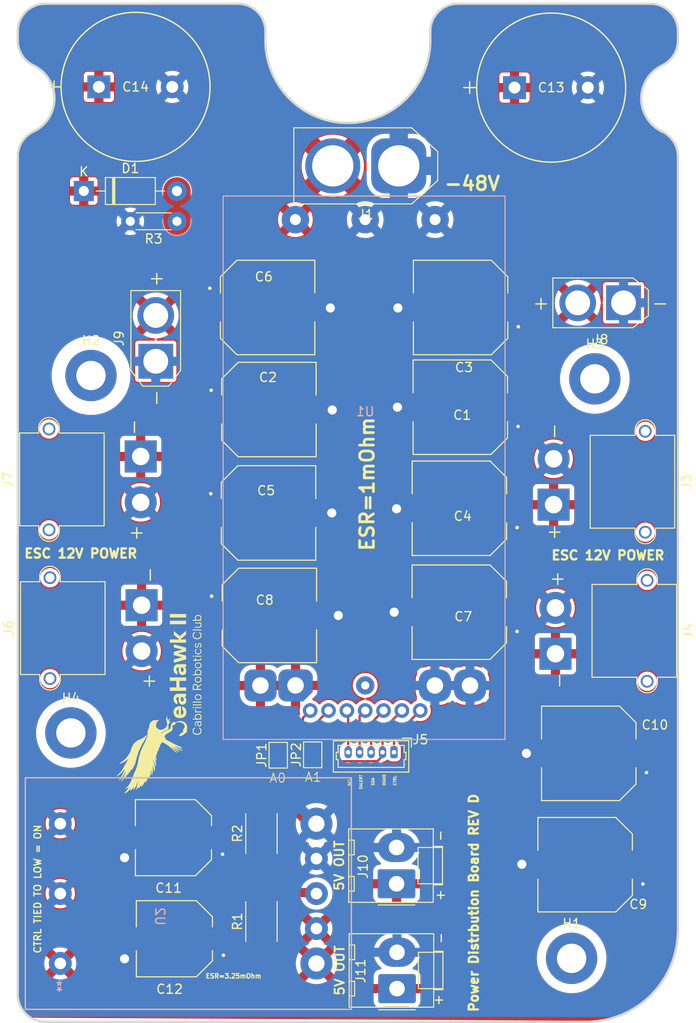
<source format=kicad_pcb>
(kicad_pcb (version 20221018) (generator pcbnew)
  (title_block (title "Power Distribution Board") (rev "1") (company "Cabrillo Robotics") (comment 1 "Updating cap layout"))
  (layers (0 "F.Cu" signal) (31 "B.Cu" signal) (34 "B.Paste" user) (35 "F.Paste" user) (36 "B.SilkS" user "B.Silkscreen") (37 "F.SilkS" user "F.Silkscreen") (38 "B.Mask" user) (39 "F.Mask" user) (44 "Edge.Cuts" user))
  (net 0 "")
  (net 1 "+12V")
  (net 2 "GND")
  (net 3 "+5V")
  (net 4 "+48V")
  (net 5 "CTRL")
  (net 6 "DGND")
  (net 7 "SA0")
  (net 8 "SA1")
  (net 9 "Net-(U2-TRIM)")
  (net 10 "SDA")
  (net 11 "SALERT")
  (net 12 "SCL")
  (net 14 "Net-(D1-A)")
  (footprint "470UF CAP:CAP_EEHZU1V471V" (layer "F.Cu") (at 110.1132 69.9516 180)
    (fp_text reference "C3")
    (fp_text value "470 uF")
  )
  (footprint "MountingHole:MountingHole_3.2mm_M3_DIN965_Pad" (layer "F.Cu") (at 124.756 77.733)
    (fp_text reference "H3")
    (fp_text value "MountingHole")
  )
  (footprint "Connector_AMASS:AMASS_XT30PW-M_1x02_P2.50mm_Horizontal" (layer "F.Cu") (at 120.4614 107.7068 -90)
    (fp_text reference "J4")
    (fp_text value "Conn_01x02")
  )
  (footprint "Connector_Molex:Molex_KK-396_A-41791-0002_1x02_P3.96mm_Vertical" (layer "F.Cu") (at 103.1782 144.22 90)
    (fp_text reference "J11")
    (fp_text value "Conn_01x02")
  )
  (footprint "470UF CAP:CAP_EEHZU1V471V" (layer "F.Cu") (at 89.2048 81.0768)
    (fp_text reference "C2")
    (fp_text value "470 uF")
  )
  (footprint "MountingHole:MountingHole_3.2mm_M3_DIN965_Pad" (layer "F.Cu") (at 69.7992 77.3684)
    (fp_text reference "H2")
    (fp_text value "MountingHole")
  )
  (footprint "Jumper:SolderJumper-2_P1.3mm_Open_Pad1.0x1.5mm" (layer "F.Cu") (at 90.2208 118.7704 90)
    (fp_text reference "JP1")
    (fp_text value "SolderJumper_2_Open")
  )
  (footprint "Connector_Molex:Molex_PicoBlade_53047-0510_1x05_P1.25mm_Vertical" (layer "F.Cu") (at 102.85 118.45 180)
    (fp_text reference "J5")
    (fp_text value "Conn_01x05")
  )
  (footprint "220UF CAP:CAP_EEHZU1H221V" (layer "F.Cu") (at 89.2556 103.5304)
    (fp_text reference "C8")
    (fp_text value "220 uF")
  )
  (footprint "MountingHole:MountingHole_3.2mm_M3_DIN965_Pad" (layer "F.Cu") (at 122.2248 140.9192)
    (fp_text reference "H1")
    (fp_text value "MountingHole")
  )
  (footprint "220UF CAP:CAP_EEHZU1H221V" (layer "F.Cu") (at 89.0608 69.9516)
    (fp_text reference "C6")
    (fp_text value "220 uF")
  )
  (footprint "MountingHole:MountingHole_3.2mm_M3_DIN965_Pad" (layer "F.Cu") (at 67.606339 116.340739)
    (fp_text reference "H4")
    (fp_text value "MountingHole")
  )
  (footprint "Diode_THT:D_DO-41_SOD81_P10.16mm_Horizontal" (layer "F.Cu") (at 69.0118 57.2516)
    (fp_text reference "D1")
    (fp_text value "D_Zener")
  )
  (footprint "footprints:PCAP_16x31.5-THRU-ELECT_NCA" (layer "F.Cu") (at 70.65645 45.8978)
    (fp_text reference "C14")
    (fp_text value "470 uF")
  )
  (footprint "470UF CAP:CAP_EEHZU1V471V" (layer "F.Cu") (at 110.0836 80.8228 180)
    (fp_text reference "C1")
    (fp_text value "470 uF")
  )
  (footprint "470UF CAP:CAP_EEHZU1V471V" (layer "F.Cu") (at 89.164 92.3544)
    (fp_text reference "C5")
    (fp_text value "470 uF")
  )
  (footprint "220UF CAP:CAP_EEHZU1H221V" (layer "F.Cu") (at 123.698 130.7084 180)
    (fp_text reference "C9")
    (fp_text value "220 uF")
  )
  (footprint "Connector_AMASS:AMASS_XT30PW-M_1x02_P2.50mm_Horizontal" (layer "F.Cu") (at 120.2582 91.4508 -90)
    (fp_text reference "J3")
    (fp_text value "Conn_01x02")
  )
  (footprint "Connector_AMASS:AMASS_XT30PW-M_1x02_P2.50mm_Horizontal" (layer "F.Cu") (at 75.3218 102.414 90)
    (fp_text reference "J6")
    (fp_text value "Conn_01x02")
  )
  (footprint "Resistor_THT:R_Axial_DIN0204_L3.6mm_D1.6mm_P5.08mm_Horizontal" (layer "F.Cu") (at 79.1718 60.5536 180)
    (fp_text reference "R3")
    (fp_text value "R")
  )
  (footprint "Connector_Molex:Molex_KK-396_A-41791-0002_1x02_P3.96mm_Vertical" (layer "F.Cu") (at 103.1274 132.79 90)
    (fp_text reference "J10")
    (fp_text value "Conn_01x02")
  )
  (footprint "footprints:PCAP_16x31.5-THRU-ELECT_NCA" (layer "F.Cu") (at 115.99545 45.974)
    (fp_text reference "C13")
    (fp_text value "470uF")
  )
  (footprint "Jumper:SolderJumper-2_P1.3mm_Open_Pad1.0x1.5mm" (layer "F.Cu") (at 93.98 118.73 90)
    (fp_text reference "JP2")
    (fp_text value "SolderJumper_2_Open")
  )
  (footprint "Connector_AMASS:AMASS_XT30U-F_1x02_P5.0mm_Vertical" (layer "F.Cu") (at 76.8604 75.819 90)
    (fp_text reference "J9")
    (fp_text value "Conn_01x02")
  )
  (footprint "Connector_AMASS:AMASS_XT60-M_1x02_P7.20mm_Vertical" (layer "F.Cu") (at 103.3712 54.5084 180)
    (fp_text reference "J1")
    (fp_text value "Conn_01x02")
  )
  (footprint "220UF CAP:CAP_EEHZU1H221V" (layer "F.Cu") (at 109.972 103.1748 180)
    (fp_text reference "C7")
    (fp_text value "220 uF")
  )
  (footprint "Connector_AMASS:AMASS_XT30PW-M_1x02_P2.50mm_Horizontal" (layer "F.Cu") (at 75.2202 86.1968 90)
    (fp_text reference "J7")
    (fp_text value "Conn_01x02")
  )
  (footprint "220UF CAP:CAP_EEHZU1H221V" (layer "F.Cu") (at 124.0944 118.5672 180)
    (fp_text reference "C10")
    (fp_text value "220 uF")
  )
  (footprint "220UF CAP:CAP_16SVPG330MX" (layer "F.Cu") (at 78.7908 127.762 180)
    (fp_text reference "C11")
    (fp_text value "330 uF")
  )
  (footprint "220UF CAP:CAP_16SVPG330MX" (layer "F.Cu") (at 78.8924 138.7856 180)
    (fp_text reference "C12")
    (fp_text value "330 uF")
  )
  (footprint "Resistor_SMD:R_2512_6332Metric_Pad1.40x3.35mm_HandSolder" (layer "F.Cu") (at 88.392 127.3048 90)
    (fp_text reference "R2")
    (fp_text value "R")
  )
  (footprint "Connector_AMASS:AMASS_XT30U-F_1x02_P5.0mm_Vertical" (layer "F.Cu") (at 127.889 69.4436 180)
    (fp_text reference "J8")
    (fp_text value "Conn_01x02")
  )
  (footprint "470UF CAP:CAP_EEHZU1V471V" (layer "F.Cu") (at 109.982 91.8464 180)
    (fp_text reference "C4")
    (fp_text value "470 uF")
  )
  (footprint "Resistor_SMD:R_2512_6332Metric_Pad1.40x3.35mm_HandSolder" (layer "F.Cu") (at 88.392 136.906 90)
    (fp_text reference "R1")
    (fp_text value "R")
  )
  (footprint "Power Bricks:bmr480-45-to-60vin-12vout-1300w" (layer "B.Cu") (at 99.71 81.8 180)
    (fp_text reference "U1")
    (fp_text value "bmr480-45-to-60vin-12vout-1300w")
  )
  (footprint "Footprints:PKU 3500S_FPM" (layer "B.Cu") (at 66.4464 141.478)
    (fp_text reference "U2")
    (fp_text value "PKU3511SPI")
  )
  (gr_poly locked (pts (xy 78.804606 109.380508) (xy 78.806152 109.348342) (xy 78.808727 109.317089) (xy 78.812332 109.286751) (xy 78.816966 109.257329) (xy 78.822629 109.228821) (xy 78.829322 109.201228) (xy 78.837044 109.174551) (xy 78.845794 109.14879) (xy 78.855573 109.123944) (xy 78.86638 109.100014) (xy 78.878215 109.077001) (xy 78.891078 109.054904) (xy 78.904968 109.033724) (xy 78.919886 109.013461) (xy 78.935832 108.994115) (xy 78.952753 108.975841) (xy 78.970545 108.958743) (xy 78.98921 108.942821) (xy 79.008747 108.928076) (xy 79.029156 108.914509) (xy 79.050437 108.902119) (xy 79.07259 108.890908) (xy 79.095615 108.880874) (xy 79.119512 108.87202) (xy 79.144282 108.864345) (xy 79.169923 108.857849) (xy 79.196436 108.852534) (xy 79.223821 108.848399) (xy 79.252079 108.845445) (xy 79.281208 108.843672) (xy 79.311209 108.843082) (xy 80.172207 108.843082) (xy 80.172207 109.147352) (xy 80.020073 109.184283) (xy 80.020073 109.198064) (xy 80.030958 109.205632) (xy 80.041499 109.213453) (xy 80.051694 109.221528) (xy 80.061543 109.229857) (xy 80.071046 109.238439) (xy 80.080204 109.247274) (xy 80.089017 109.256362) (xy 80.097484 109.265704) (xy 80.105605 109.275298) (xy 80.11338 109.285146) (xy 80.12081 109.295247) (xy 80.127895 109.3056) (xy 80.134634 109.316207) (xy 80.141027 109.327067) (xy 80.147075 109.338179) (xy 80.152777 109.349544) (xy 80.158134 109.361162) (xy 80.163145 109.373033) (xy 80.16781 109.385156) (xy 80.17213 109.397532) (xy 80.179733 109.423041) (xy 80.185953 109.44956) (xy 80.190791 109.477088) (xy 80.194247 109.505625) (xy 80.196321 109.53517) (xy 80.197012 109.565724) (xy 80.196558 109.592252) (xy 80.195197 109.618092) (xy 80.192927 109.643243) (xy 80.189749 109.667706) (xy 80.185663 109.69148) (xy 80.180669 109.714565) (xy 80.174765 109.736961) (xy 80.167953 109.758667) (xy 80.160231 109.779684) (xy 80.1516 109.800011) (xy 80.14206 109.819648) (xy 80.131609 109.838595) (xy 80.120249 109.856852) (xy 80.107978 109.874418) (xy 80.094797 109.891294) (xy 80.080706 109.907478) (xy 80.065918 109.922846) (xy 80.050598 109.937218) (xy 80.034745 109.950597) (xy 80.01836 109.962983) (xy 80.001443 109.974375) (xy 79.983994 109.984775) (xy 79.966014 109.994182) (xy 79.947501 110.002597) (xy 79.928458 110.010021) (xy 79.908883 110.016453) (xy 79.888778 110.021895) (xy 79.868141 110.026347) (xy 79.846975 110.029808) (xy 79.825278 110.03228) (xy 79.803051 110.033763) (xy 79.780294 110.034257) (xy 79.757018 110.033726) (xy 79.753835 110.033502) (xy 79.753835 109.679274) (xy 79.762286 109.679077) (xy 79.770533 109.678485) (xy 79.778577 109.677499) (xy 79.786417 109.676117) (xy 79.794054 109.67434) (xy 79.801487 109.672167) (xy 79.808717 109.669597) (xy 79.815743 109.666631) (xy 79.822566 109.663267) (xy 79.829186 109.659506) (xy 79.835602 109.655346) (xy 79.841814 109.650788) (xy 79.847823 109.645831) (xy 79.853629 109.640475) (xy 79.859231 109.634719) (xy 79.86463 109.628563) (xy 79.86971 109.622034) (xy 79.874461 109.615108) (xy 79.878884 109.607784) (xy 79.882977 109.600063) (xy 79.886742 109.591945) (xy 79.890178 109.58343) (xy 79.893286 109.574517) (xy 79.896066 109.565208) (xy 79.898518 109.5555) (xy 79.900643 109.545396) (xy 79.90244 109.534894) (xy 79.90391 109.523996) (xy 79.905053 109.5127) (xy 79.905869 109.501006) (xy 79.906359 109.488916) (xy 79.906522 109.476428) (xy 79.906249 109.461183) (xy 79.90543 109.4463) (xy 79.904065 109.431779) (xy 79.902153 109.417618) (xy 79.899695 109.403818) (xy 79.89669 109.390379) (xy 79.893138 109.377301) (xy 79.889038 109.364583) (xy 79.884391 109.352225) (xy 79.879197 109.340227) (xy 79.873454 109.328588) (xy 79.867164 109.31731) (xy 79.860325 109.30639) (xy 79.852938 109.29583) (xy 79.845002 109.285628) (xy 79.836518 109.275786) (xy 79.82761 109.266374) (xy 79.818354 109.25757) (xy 79.80875 109.249372) (xy 79.798798 109.241782) (xy 79.788499 109.2348) (xy 79.777853 109.228424) (xy 79.766861 109.222655) (xy 79.755523 109.217494) (xy 79.74384 109.21294) (xy 79.731811 109.208993) (xy 79.719437 109.205654) (xy 79.706719 109.202921) (xy 79.693657 109.200796) (xy 79.680252 109.199278) (xy 79.666503 109.198367) (xy 79.652411 109.198064) (xy 79.614378 109.198064) (xy 79.614378 109.501233) (xy 79.614533 109.512169) (xy 79.614998 109.522756) (xy 79.615773 109.532996) (xy 79.616858 109.542888) (xy 79.618254 109.552432) (xy 79.619959 109.56163) (xy 79.621974 109.570482) (xy 79.6243 109.578988) (xy 79.626935 109.587148) (xy 79.629881 109.594963) (xy 79.633136 109.602433) (xy 79.636702 109.609559) (xy 79.640578 109.61634) (xy 79.644763 109.622779) (xy 79.649259 109.628874) (xy 79.654065 109.634627) (xy 79.659107 109.640033) (xy 79.66431 109.645091) (xy 79.669673 109.6498) (xy 79.675196 109.65416) (xy 79.68088 109.658171) (xy 79.686723 109.661834) (xy 79.692725 109.665147) (xy 79.698886 109.668112) (xy 79.705205 109.670728) (xy 79.711682 109.672995) (xy 79.718316 109.674914) (xy 79.725107 109.676483) (xy 79.732055 109.677704) (xy 79.739159 109.678576) (xy 79.746419 109.679099) (xy 79.753835 109.679274) (xy 79.753835 110.033502) (xy 79.734321 110.032132) (xy 79.712201 110.029475) (xy 79.690658 110.025755) (xy 79.669694 110.020971) (xy 79.649306 110.015124) (xy 79.629495 110.008212) (xy 79.610261 110.000237) (xy 79.591603 109.991198) (xy 79.573522 109.981094) (xy 79.556016 109.969926) (xy 79.539087 109.957693) (xy 79.522734 109.944395) (xy 79.506956 109.930031) (xy 79.491753 109.914602) (xy 79.477125 109.898108) (xy 79.463182 109.880672) (xy 79.450137 109.862367) (xy 79.437991 109.843194) (xy 79.426743 109.823153) (xy 79.416393 109.802244) (xy 79.406943 109.780467) (xy 79.398391 109.757822) (xy 79.390739 109.73431) (xy 79.383987 109.709931) (xy 79.378134 109.684685) (xy 79.373181 109.658572) (xy 79.369128 109.631592) (xy 79.365975 109.603746) (xy 79.363723 109.575035) (xy 79.362372 109.545457) (xy 79.361921 109.515013) (xy 79.361921 109.198064) (xy 79.297429 109.198064) (xy 79.285905 109.198301) (xy 79.274743 109.199013) (xy 79.263942 109.200199) (xy 79.253502 109.20186) (xy 79.243423 109.203994) (xy 79.233705 109.206602) (xy 79.224347 109.209684) (xy 79.21535 109.213239) (xy 79.206712 109.217268) (xy 79.198435 109.221769) (xy 79.190517 109.226743) (xy 79.182959 109.23219) (xy 79.17576 109.238109) (xy 79.168921 109.2445) (xy 79.16244 109.251363) (xy 79.156317 109.258697) (xy 79.15051 109.266471) (xy 79.145078 109.274601) (xy 79.14002 109.283085) (xy 79.135337 109.291925) (xy 79.131029 109.30112) (xy 79.127095 109.310671) (xy 79.123536 109.320576) (xy 79.120351 109.330837) (xy 79.117541 109.341454) (xy 79.115106 109.352425) (xy 79.113045 109.363752) (xy 79.111359 109.375434) (xy 79.110048 109.387472) (xy 79.109111 109.399864) (xy 79.10855 109.412612) (xy 79.108362 109.425715) (xy 79.108491 109.43474) (xy 79.108879 109.443622) (xy 79.109525 109.452361) (xy 79.110429 109.460959) (xy 79.111592 109.469415) (xy 79.113013 109.477728) (xy 79.114693 109.485899) (xy 79.11663 109.493928) (xy 79.118827 109.501815) (xy 79.121281 109.50956) (xy 79.123994 109.517163) (xy 79.126966 109.524624) (xy 79.130195 109.531942) (xy 79.133684 109.539119) (xy 79.13743 109.546153) (xy 79.141435 109.553045) (xy 79.145576 109.559736) (xy 79.149833 109.566165) (xy 79.154207 109.572332) (xy 79.158699 109.578236) (xy 79.163309 109.583878) (xy 79.168037 109.589258) (xy 79.172884 109.594375) (xy 79.17785 109.599228) (xy 79.182935 109.603818) (xy 79.18814 109.608145) (xy 79.193466 109.612209) (xy 79.198912 109.616008) (xy 79.20448 109.619543) (xy 79.210169 109.622814) (xy 79.215979 109.625821) (xy 79.221913 109.628563) (xy 79.221913 109.983545) (xy 79.199769 109.97778) (xy 79.178092 109.971233) (xy 79.15688 109.963903) (xy 79.136134 109.955791) (xy 79.115855 109.946895) (xy 79.096043 109.937216) (xy 79.076699 109.926753) (xy 79.057823 109.915505) (xy 79.039415 109.903472) (xy 79.021475 109.890655) (xy 79.004005 109.877051) (xy 78.987004 109.862662) (xy 78.970474 109.847486) (xy 78.954413 109.831523) (xy 78.938823 109.814773) (xy 78.923705 109.797235) (xy 78.909236 109.778877) (xy 78.895697 109.759769) (xy 78.883089 109.739913) (xy 78.871413 109.719307) (xy 78.860668 109.697951) (xy 78.850856 109.675847) (xy 78.841976 109.652993) (xy 78.834029 109.62939) (xy 78.827016 109.605037) (xy 78.820936 109.579936) (xy 78.815791 109.554085) (xy 78.81158 109.527484) (xy 78.808304 109.500134) (xy 78.805964 109.472035) (xy 78.804559 109.443187) (xy 78.804091 109.413589)) (fill solid) (layer "F.SilkS"))
  (gr_poly locked (pts (xy 81.225544 109.950918) (xy 81.225544 109.944304) (xy 81.213333 109.93433) (xy 81.201915 109.92384) (xy 81.191291 109.912833) (xy 81.18146 109.901309) (xy 81.172422 109.889268) (xy 81.164177 109.876711) (xy 81.156724 109.863637) (xy 81.150063 109.850046) (xy 81.144192 109.835938) (xy 81.139113 109.821314) (xy 81.134824 109.806173) (xy 81.131325 109.790515) (xy 81.128616 109.77434) (xy 81.126697 109.757649) (xy 81.125566 109.74044) (xy 81.125223 109.722716) (xy 81.125596 109.706118) (xy 81.126715 109.689914) (xy 81.12858 109.674104) (xy 81.13119 109.658688) (xy 81.134545 109.643666) (xy 81.138645 109.629038) (xy 81.143491 109.614805) (xy 81.149081 109.600965) (xy 81.155415 109.58752) (xy 81.162494 109.574468) (xy 81.170316 109.561811) (xy 81.178883 109.549547) (xy 81.188193 109.537678) (xy 81.198247 109.526203) (xy 81.209044 109.515121) (xy 81.220584 109.504434) (xy 81.232744 109.494296) (xy 81.245505 109.48481) (xy 81.258867 109.475977) (xy 81.272831 109.467798) (xy 81.287396 109.460271) (xy 81.302562 109.453398) (xy 81.318331 109.447179) (xy 81.334702 109.441613) (xy 81.351676 109.436701) (xy 81.369251 109.432444) (xy 81.38743 109.428841) (xy 81.406212 109.425893) (xy 81.425596 109.423599) (xy 81.445584 109.421961) (xy 81.466176 109.420977) (xy 81.487371 109.42065) (xy 81.50857 109.420977) (xy 81.529171 109.421961) (xy 81.549174 109.423599) (xy 81.568579 109.425893) (xy 81.587386 109.428841) (xy 81.605594 109.432444) (xy 81.623203 109.436701) (xy 81.640213 109.441613) (xy 81.656625 109.447179) (xy 81.672437 109.453398) (xy 81.687649 109.460271) (xy 81.702262 109.467798) (xy 81.716275 109.475977) (xy 81.729687 109.48481) (xy 81.7425 109.494296) (xy 81.754712 109.504434) (xy 81.7662 109.515121) (xy 81.776945 109.526203) (xy 81.786949 109.537678) (xy 81.79621 109.549547) (xy 81.804729 109.561811) (xy 81.812506 109.574468) (xy 81.819541 109.58752) (xy 81.825835 109.600965) (xy 81.831388 109.614805) (xy 81.8362 109.629038) (xy 81.840271 109.643666) (xy 81.843601 109.658688) (xy 81.846191 109.674104) (xy 81.848041 109.689914) (xy 81.849151 109.706118) (xy 81.84952 109.722716) (xy 81.849104 109.741508) (xy 81.847853 109.759697) (xy 81.845769 109.777281) (xy 81.84285 109.794262) (xy 81.839096 109.810638) (xy 81.834507 109.826411) (xy 81.829082 109.841579) (xy 81.822821 109.856144) (xy 81.815723 109.870104) (xy 81.807789 109.883461) (xy 81.799017 109.896214) (xy 81.789408 109.908363) (xy 81.77896 109.919908) (xy 81.767674 109.930848) (xy 81.755549 109.941185) (xy 81.742585 109.950918) (xy 81.742585 109.957533) (xy 81.836291 109.971313) (xy 81.836291 110.051239) (xy 81.487371 110.051239) (xy 81.487371 109.950918) (xy 81.503265 109.950691) (xy 81.5187 109.950007) (xy 81.533675 109.948868) (xy 81.548191 109.947273) (xy 81.562246 109.945222) (xy 81.57584 109.942714) (xy 81.588974 109.93975) (xy 81.601646 109.936328) (xy 81.613856 109.93245) (xy 81.625604 109.928115) (xy 81.636889 109.923322) (xy 81.647711 109.918071) (xy 81.65807 109.912363) (xy 81.667964 109.906197) (xy 81.677395 109.899572) (xy 81.686361 109.892489) (xy 81.694771 109.885048) (xy 81.702639 109.877297) (xy 81.709964 109.869237) (xy 81.716746 109.860868) (xy 81.722986 109.85219) (xy 81.728683 109.843205) (xy 81.733838 109.833911) (xy 81.73845 109.824311) (xy 81.74252 109.814404) (xy 81.746046 109.80419) (xy 81.749031 109.793671) (xy 81.751472 109.782845) (xy 81.753372 109.771715) (xy 81.754728 109.760279) (xy 81.755542 109.74854) (xy 81.755813 109.736496) (xy 81.755542 109.724402) (xy 81.754728 109.712615) (xy 81.753372 109.701135) (xy 81.751472 109.689963) (xy 81.749031 109.679098) (xy 81.746046 109.668541) (xy 81.74252 109.658293) (xy 81.73845 109.648352) (xy 81.733838 109.63872) (xy 81.728683 109.629397) (xy 81.722986 109.620382) (xy 81.716746 109.611677) (xy 81.709964 109.603281) (xy 81.702639 109.595194) (xy 81.694771 109.587417) (xy 81.686361 109.57995) (xy 81.677395 109.572815) (xy 81.667964 109.56614) (xy 81.65807 109.559923) (xy 81.647711 109.554166) (xy 81.636889 109.548868) (xy 81.625604 109.54403) (xy 81.613856 109.539651) (xy 81.601646 109.535732) (xy 81.588974 109.532274) (xy 81.57584 109.529276) (xy 81.562246 109.526739) (xy 81.548191 109.524663) (xy 81.533675 109.523048) (xy 81.5187 109.521893) (xy 81.503265 109.521201) (xy 81.487371 109.52097) (xy 81.471481 109.521201) (xy 81.456056 109.521893) (xy 81.441095 109.523048) (xy 81.4266 109.524663) (xy 81.41257 109.526739) (xy 81.399005 109.529276) (xy 81.385905 109.532274) (xy 81.37327 109.535732) (xy 81.3611 109.539651) (xy 81.349395 109.54403) (xy 81.338156 109.548868) (xy 81.327381 109.554166) (xy 81.317072 109.559923) (xy 81.307227 109.56614) (xy 81.297848 109.572815) (xy 81.288934 109.57995) (xy 81.280472 109.587417) (xy 81.272553 109.595194) (xy 81.265178 109.603281) (xy 81.258346 109.611677) (xy 81.252058 109.620382) (xy 81.246316 109.629397) (xy 81.241118 109.63872) (xy 81.236465 109.648352) (xy 81.232359 109.658293) (xy 81.228798 109.668541) (xy 81.225785 109.679098) (xy 81.223318 109.689963) (xy 81.221399 109.701135) (xy 81.220027 109.712615) (xy 81.219204 109.724402) (xy 81.21893 109.736496) (xy 81.219204 109.74854) (xy 81.220027 109.760279) (xy 81.221399 109.771715) (xy 81.223318 109.782845) (xy 81.225785 109.793671) (xy 81.228798 109.80419) (xy 81.232359 109.814404) (xy 81.236465 109.824311) (xy 81.241118 109.833911) (xy 81.246316 109.843205) (xy 81.252058 109.85219) (xy 81.258346 109.860868) (xy 81.265178 109.869237) (xy 81.272553 109.877297) (xy 81.280472 109.885048) (xy 81.288934 109.892489) (xy 81.297848 109.899572) (xy 81.307227 109.906197) (xy 81.317072 109.912363) (xy 81.327381 109.918071) (xy 81.338156 109.923322) (xy 81.349395 109.928115) (xy 81.3611 109.93245) (xy 81.37327 109.936328) (xy 81.385905 109.93975) (xy 81.399005 109.942714) (xy 81.41257 109.945222) (xy 81.4266 109.947273) (xy 81.441095 109.948868) (xy 81.456056 109.950007) (xy 81.471481 109.950691) (xy 81.487371 109.950918) (xy 81.487371 110.051239) (xy 80.896469 110.051239) (xy 80.896469 109.950918)) (fill solid) (layer "F.SilkS"))
  (gr_poly locked (pts (xy 81.836291 105.061449) (xy 81.836291 105.161769) (xy 80.896469 105.161769) (xy 80.896469 105.061449)) (fill solid) (layer "F.SilkS"))
  (gr_poly locked (pts (xy 78.804606 112.608733) (xy 78.806152 112.576567) (xy 78.808727 112.545314) (xy 78.812332 112.514977) (xy 78.816966 112.485554) (xy 78.822629 112.457046) (xy 78.829322 112.429454) (xy 78.837044 112.402777) (xy 78.845794 112.377015) (xy 78.855573 112.352169) (xy 78.86638 112.32824) (xy 78.878215 112.305226) (xy 78.891078 112.28313) (xy 78.904968 112.261949) (xy 78.919886 112.241686) (xy 78.935832 112.222339) (xy 78.952753 112.204065) (xy 78.970545 112.186968) (xy 78.98921 112.171046) (xy 79.008747 112.156301) (xy 79.029156 112.142734) (xy 79.050437 112.130344) (xy 79.07259 112.119132) (xy 79.095615 112.109099) (xy 79.119512 112.100245) (xy 79.144282 112.09257) (xy 79.169923 112.086074) (xy 79.196436 112.080759) (xy 79.223821 112.076624) (xy 79.252079 112.07367) (xy 79.281208 112.071897) (xy 79.311209 112.071306) (xy 80.172207 112.071306) (xy 80.172207 112.375577) (xy 80.020073 112.412509) (xy 80.020073 112.426289) (xy 80.030958 112.433857) (xy 80.041499 112.441679) (xy 80.051694 112.449754) (xy 80.061543 112.458083) (xy 80.071046 112.466664) (xy 80.080204 112.475499) (xy 80.089017 112.484588) (xy 80.097484 112.493929) (xy 80.105605 112.503524) (xy 80.11338 112.513372) (xy 80.12081 112.523472) (xy 80.127895 112.533826) (xy 80.134634 112.544433) (xy 80.141027 112.555292) (xy 80.147075 112.566405) (xy 80.152777 112.57777) (xy 80.158134 112.589388) (xy 80.163145 112.601258) (xy 80.16781 112.613382) (xy 80.17213 112.625757) (xy 80.179733 112.651267) (xy 80.185953 112.677785) (xy 80.190791 112.705314) (xy 80.194247 112.733851) (xy 80.196321 112.763396) (xy 80.197012 112.79395) (xy 80.196558 112.820477) (xy 80.195197 112.846317) (xy 80.192927 112.871468) (xy 80.189749 112.895931) (xy 80.185663 112.919705) (xy 80.180669 112.94279) (xy 80.174765 112.965186) (xy 80.167953 112.986892) (xy 80.160231 113.007909) (xy 80.1516 113.028236) (xy 80.14206 113.047874) (xy 80.131609 113.066821) (xy 80.120249 113.085077) (xy 80.107978 113.102643) (xy 80.094797 113.119519) (xy 80.080706 113.135703) (xy 80.065918 113.15107) (xy 80.050598 113.165443) (xy 80.034745 113.178822) (xy 80.01836 113.191208) (xy 80.001443 113.2026) (xy 79.983994 113.213) (xy 79.966014 113.222407) (xy 79.947501 113.230822) (xy 79.928458 113.238246) (xy 79.908883 113.244679) (xy 79.888778 113.250121) (xy 79.868141 113.254572) (xy 79.846975 113.258034) (xy 79.825278 113.260506) (xy 79.803051 113.261989) (xy 79.780294 113.262483) (xy 79.757018 113.261952) (xy 79.753835 113.261728) (xy 79.753835 112.9075) (xy 79.762286 112.907303) (xy 79.770533 112.906712) (xy 79.778577 112.905725) (xy 79.786417 112.904344) (xy 79.794054 112.902566) (xy 79.801487 112.900393) (xy 79.808717 112.897823) (xy 79.815743 112.894857) (xy 79.822566 112.891493) (xy 79.829186 112.887731) (xy 79.835602 112.883572) (xy 79.841814 112.879014) (xy 79.847823 112.874057) (xy 79.853629 112.8687) (xy 79.859231 112.862944) (xy 79.86463 112.856788) (xy 79.86971 112.850259) (xy 79.874461 112.843333) (xy 79.878884 112.83601) (xy 79.882977 112.828289) (xy 79.886742 112.820171) (xy 79.890178 112.811655) (xy 79.893286 112.802743) (xy 79.896066 112.793433) (xy 79.898518 112.783726) (xy 79.900643 112.773621) (xy 79.90244 112.76312) (xy 79.90391 112.752221) (xy 79.905053 112.740925) (xy 79.905869 112.729231) (xy 79.906359 112.717141) (xy 79.906522 112.704653) (xy 79.906249 112.689408) (xy 79.90543 112.674525) (xy 79.904065 112.660004) (xy 79.902153 112.645843) (xy 79.899695 112.632044) (xy 79.89669 112.618605) (xy 79.893138 112.605526) (xy 79.889038 112.592808) (xy 79.884391 112.58045) (xy 79.879197 112.568452) (xy 79.873454 112.556814) (xy 79.867164 112.545535) (xy 79.860325 112.534615) (xy 79.852938 112.524055) (xy 79.845002 112.513853) (xy 79.836518 112.504011) (xy 79.82761 112.494599) (xy 79.818354 112.485795) (xy 79.80875 112.477597) (xy 79.798798 112.470008) (xy 79.788499 112.463025) (xy 79.777853 112.456649) (xy 79.766861 112.450881) (xy 79.755523 112.44572) (xy 79.74384 112.441166) (xy 79.731811 112.437219) (xy 79.719437 112.433879) (xy 79.706719 112.431147) (xy 79.693657 112.429022) (xy 79.680252 112.427504) (xy 79.666503 112.426593) (xy 79.652411 112.426289) (xy 79.614378 112.426289) (xy 79.614378 112.729458) (xy 79.614533 112.740394) (xy 79.614998 112.750982) (xy 79.615773 112.761221) (xy 79.616858 112.771113) (xy 79.618254 112.780658) (xy 79.619959 112.789856) (xy 79.621974 112.798708) (xy 79.6243 112.807214) (xy 79.626935 112.815374) (xy 79.629881 112.823189) (xy 79.633136 112.830659) (xy 79.636702 112.837784) (xy 79.640578 112.844566) (xy 79.644763 112.851004) (xy 79.649259 112.857099) (xy 79.654065 112.862852) (xy 79.659107 112.868258) (xy 79.66431 112.873316) (xy 79.669673 112.878025) (xy 79.675196 112.882385) (xy 79.68088 112.886397) (xy 79.686723 112.890059) (xy 79.692725 112.893373) (xy 79.698886 112.896338) (xy 79.705205 112.898954) (xy 79.711682 112.901222) (xy 79.718316 112.90314) (xy 79.725107 112.90471) (xy 79.732055 112.905931) (xy 79.739159 112.906803) (xy 79.746419 112.907326) (xy 79.753835 112.9075) (xy 79.753835 113.261728) (xy 79.734321 113.260358) (xy 79.712201 113.2577) (xy 79.690658 113.25398) (xy 79.669694 113.249196) (xy 79.649306 113.243349) (xy 79.629495 113.236438) (xy 79.610261 113.228463) (xy 79.591603 113.219423) (xy 79.573522 113.209319) (xy 79.556016 113.198151) (xy 79.539087 113.185918) (xy 79.522734 113.17262) (xy 79.506956 113.158256) (xy 79.491753 113.142827) (xy 79.477125 113.126333) (xy 79.463182 113.108897) (xy 79.450137 113.090592) (xy 79.437991 113.071419) (xy 79.426743 113.051378) (xy 79.416393 113.030469) (xy 79.406943 113.008692) (xy 79.398391 112.986048) (xy 79.390739 112.962536) (xy 79.383987 112.938157) (xy 79.378134 112.91291) (xy 79.373181 112.886798) (xy 79.369128 112.859818) (xy 79.365975 112.831972) (xy 79.363723 112.80326) (xy 79.362372 112.773682) (xy 79.361921 112.743238) (xy 79.361921 112.426289) (xy 79.297429 112.426289) (xy 79.285905 112.426527) (xy 79.274743 112.427239) (xy 79.263942 112.428425) (xy 79.253502 112.430085) (xy 79.243423 112.43222) (xy 79.233705 112.434828) (xy 79.224347 112.43791) (xy 79.21535 112.441465) (xy 79.206712 112.445493) (xy 79.198435 112.449995) (xy 79.190517 112.454969) (xy 79.182959 112.460415) (xy 79.17576 112.466334) (xy 79.168921 112.472725) (xy 79.16244 112.479588) (xy 79.156317 112.486923) (xy 79.15051 112.494697) (xy 79.145078 112.502826) (xy 79.14002 112.511311) (xy 79.135337 112.520151) (xy 79.131029 112.529346) (xy 79.127095 112.538897) (xy 79.123536 112.548802) (xy 79.120351 112.559063) (xy 79.117541 112.56968) (xy 79.115106 112.580651) (xy 79.113045 112.591978) (xy 79.111359 112.60366) (xy 79.110048 112.615697) (xy 79.109111 112.62809) (xy 79.10855 112.640838) (xy 79.108362 112.653941) (xy 79.108491 112.662965) (xy 79.108879 112.671847) (xy 79.109525 112.680587) (xy 79.110429 112.689185) (xy 79.111592 112.69764) (xy 79.113013 112.705954) (xy 79.114693 112.714125) (xy 79.11663 112.722154) (xy 79.118827 112.730041) (xy 79.121281 112.737786) (xy 79.123994 112.745389) (xy 79.126966 112.75285) (xy 79.130195 112.760169) (xy 79.133684 112.767345) (xy 79.13743 112.77438) (xy 79.141435 112.781272) (xy 79.145576 112.787962) (xy 79.149833 112.794391) (xy 79.154207 112.800558) (xy 79.158699 112.806462) (xy 79.163309 112.812104) (xy 79.168037 112.817483) (xy 79.172884 112.8226) (xy 79.17785 112.827453) (xy 79.182935 112.832044) (xy 79.18814 112.836371) (xy 79.193466 112.840434) (xy 79.198912 112.844233) (xy 79.20448 112.847769) (xy 79.210169 112.85104) (xy 79.215979 112.854046) (xy 79.221913 112.856788) (xy 79.221913 113.211771) (xy 79.199769 113.206006) (xy 79.178092 113.199459) (xy 79.15688 113.192129) (xy 79.136134 113.184016) (xy 79.115855 113.175121) (xy 79.096043 113.165441) (xy 79.076699 113.154978) (xy 79.057823 113.14373) (xy 79.039415 113.131698) (xy 79.021475 113.11888) (xy 79.004005 113.105276) (xy 78.987004 113.090887) (xy 78.970474 113.075711) (xy 78.954413 113.059748) (xy 78.938823 113.042998) (xy 78.923705 113.025461) (xy 78.909236 113.007102) (xy 78.895697 112.987995) (xy 78.883089 112.968138) (xy 78.871413 112.947532) (xy 78.860668 112.926177) (xy 78.850856 112.904072) (xy 78.841976 112.881218) (xy 78.834029 112.857615) (xy 78.827016 112.833263) (xy 78.820936 112.808161) (xy 78.815791 112.78231) (xy 78.81158 112.755709) (xy 78.808304 112.728359) (xy 78.805964 112.70026) (xy 78.804559 112.671412) (xy 78.804091 112.641814)) (fill solid) (layer "F.SilkS"))
  (gr_poly locked (pts (xy 81.567849 104.766647) (xy 81.578734 104.76646) (xy 81.58932 104.765898) (xy 81.59961 104.764961) (xy 81.609601 104.76365) (xy 81.619295 104.761964) (xy 81.628691 104.759903) (xy 81.637788 104.757468) (xy 81.646587 104.754658) (xy 81.655087 104.751474) (xy 81.663288 104.747915) (xy 81.671189 104.743981) (xy 81.678792 104.739672) (xy 81.686095 104.734989) (xy 81.693098 104.729931) (xy 81.699801 104.724499) (xy 81.706204 104.718692) (xy 81.712211 104.712529) (xy 81.717831 104.706135) (xy 81.723063 104.699509) (xy 81.727908 104.692651) (xy 81.732365 104.685563) (xy 81.736435 104.678244) (xy 81.740117 104.670694) (xy 81.743411 104.662916) (xy 81.746318 104.654907) (xy 81.748837 104.64667) (xy 81.750969 104.638205) (xy 81.752713 104.629511) (xy 81.754069 104.62059) (xy 81.755038 104.611441) (xy 81.755619 104.602066) (xy 81.755813 104.592464) (xy 81.755597 104.582638) (xy 81.754947 104.573007) (xy 81.753864 104.56357) (xy 81.752347 104.554326) (xy 81.750395 104.545276) (xy 81.748009 104.53642) (xy 81.745187 104.527757) (xy 81.74193 104.519289) (xy 81.738236 104.511014) (xy 81.734107 104.502933) (xy 81.72954 104.495046) (xy 81.724536 104.487353) (xy 81.719095 104.479853) (xy 81.713215 104.472547) (xy 81.706897 104.465435) (xy 81.700141 104.458517) (xy 81.693108 104.451909) (xy 81.68591 104.445727) (xy 81.678548 104.439972) (xy 81.671021 104.434643) (xy 81.66333 104.42974) (xy 81.655473 104.425264) (xy 81.647452 104.421214) (xy 81.639266 104.41759) (xy 81.630916 104.414392) (xy 81.6224 104.411621) (xy 81.61372 104.409276) (xy 81.604876 104.407358) (xy 81.595866 104.405866) (xy 81.586692 104.4048) (xy 81.577353 104.40416) (xy 81.567849 104.403947) (xy 81.138453 104.403947) (xy 81.138453 104.303074) (xy 81.836291 104.303074) (xy 81.836291 104.384103) (xy 81.742585 104.397333) (xy 81.742585 104.403947) (xy 81.749172 104.407986) (xy 81.755549 104.41217) (xy 81.761716 104.4165) (xy 81.767674 104.420975) (xy 81.773422 104.425595) (xy 81.77896 104.43036) (xy 81.784289 104.43527) (xy 81.789408 104.440326) (xy 81.794317 104.445526) (xy 81.799017 104.450872) (xy 81.803508 104.456363) (xy 81.807789 104.461999) (xy 81.811861 104.46778) (xy 81.815723 104.473706) (xy 81.819377 104.479777) (xy 81.822821 104.485992) (xy 81.826056 104.492353) (xy 81.829082 104.498859) (xy 81.831899 104.50551) (xy 81.834507 104.512305) (xy 81.836906 104.519245) (xy 81.839096 104.52633) (xy 81.841077 104.53356) (xy 81.84285 104.540935) (xy 81.844414 104.548454) (xy 81.845769 104.556118) (xy 81.846915 104.563927) (xy 81.847853 104.571881) (xy 81.848583 104.579979) (xy 81.849104 104.588221) (xy 81.84952 104.605141) (xy 81.84922 104.619125) (xy 81.848318 104.632813) (xy 81.846815 104.646203) (xy 81.84471 104.659295) (xy 81.842003 104.67209) (xy 81.838693 104.684586) (xy 81.834779 104.696784) (xy 81.830262 104.708683) (xy 81.825141 104.720284) (xy 81.819416 104.731585) (xy 81.813086 104.742588) (xy 81.806151 104.753291) (xy 81.79861 104.763695) (xy 81.790463 104.773798) (xy 81.78171 104.783602) (xy 81.77235 104.793106) (xy 81.762515 104.802117) (xy 81.752287 104.810547) (xy 81.741665 104.818395) (xy 81.730649 104.825662) (xy 81.71924 104.832348) (xy 81.707439 104.838452) (xy 81.695244 104.843975) (xy 81.682657 104.848916) (xy 81.669677 104.853277) (xy 81.656305 104.857056) (xy 81.642542 104.860253) (xy 81.628386 104.862869) (xy 81.613839 104.864904) (xy 81.5989 104.866357) (xy 81.58357 104.867229) (xy 81.567849 104.86752) (xy 81.138453 104.86752) (xy 81.138453 104.766647)) (fill solid) (layer "F.SilkS"))
  (gr_poly locked (pts (xy 79.729582 108.09615) (xy 79.729582 108.083472) (xy 78.829998 107.856372) (xy 78.829998 107.48871) (xy 79.729582 107.261059) (xy 79.729582 107.247278) (xy 78.829998 107.019626) (xy 78.829998 106.678424) (xy 80.172207 107.046084) (xy 80.172207 107.437999) (xy 79.323887 107.665651) (xy 79.323887 107.679431) (xy 80.172207 107.907083) (xy 80.172207 108.324904) (xy 78.829998 108.692564) (xy 78.829998 108.324904)) (fill solid) (layer "F.SilkS"))
  (gr_poly locked (pts (xy 81.12542 107.435966) (xy 81.126011 107.42347) (xy 81.126994 107.411186) (xy 81.128371 107.399114) (xy 81.13014 107.387253) (xy 81.132301 107.375604) (xy 81.134854 107.364165) (xy 81.137798 107.352936) (xy 81.141133 107.341918) (xy 81.144858 107.331109) (xy 81.148973 107.320509) (xy 81.153477 107.310118) (xy 81.158371 107.299935) (xy 81.163654 107.28996) (xy 81.169325 107.280193) (xy 81.175384 107.270633) (xy 81.181834 107.261358) (xy 81.188626 107.252397) (xy 81.195762 107.243749) (xy 81.20324 107.235415) (xy 81.211061 107.227394) (xy 81.219226 107.219686) (xy 81.227734 107.212291) (xy 81.236586 107.20521) (xy 81.245782 107.198442) (xy 81.255322 107.191988) (xy 81.265207 107.185846) (xy 81.275436 107.180018) (xy 81.28601 107.174503) (xy 81.296929 107.169302) (xy 81.308193 107.164414) (xy 81.319802 107.159839) (xy 81.319802 107.267326) (xy 81.313596 107.271182) (xy 81.307587 107.275155) (xy 81.301775 107.279244) (xy 81.29616 107.28345) (xy 81.290742 107.287771) (xy 81.285521 107.29221) (xy 81.280498 107.296765) (xy 81.275671 107.301436) (xy 81.271041 107.306225) (xy 81.266608 107.31113) (xy 81.262372 107.316152) (xy 81.258333 107.32129) (xy 81.254491 107.326546) (xy 81.250846 107.331918) (xy 81.247399 107.337408) (xy 81.244148 107.343014) (xy 81.241094 107.348738) (xy 81.238237 107.354578) (xy 81.235578 107.360536) (xy 81.233115 107.366611) (xy 81.230849 107.372804) (xy 81.228781 107.379114) (xy 81.226909 107.385541) (xy 81.225234 107.392085) (xy 81.223757 107.398747) (xy 81.222476 107.405527) (xy 81.221392 107.412424) (xy 81.220506 107.419439) (xy 81.219816 107.426571) (xy 81.219324 107.433821) (xy 81.21893 107.448675) (xy 81.219206 107.460929) (xy 81.220034 107.472886) (xy 81.221414 107.484545) (xy 81.223346 107.495907) (xy 81.225829 107.506973) (xy 81.228864 107.517741) (xy 81.232449 107.528212) (xy 81.236586 107.538385) (xy 81.241273 107.548262) (xy 81.246511 107.557842) (xy 81.252299 107.567124) (xy 81.258637 107.576109) (xy 81.265525 107.584797) (xy 81.272962 107.593188) (xy 81.280949 107.601282) (xy 81.289486 107.609079) (xy 81.298542 107.616488) (xy 81.308038 107.623419) (xy 81.317974 107.629872) (xy 81.328351 107.635847) (xy 81.339168 107.641344) (xy 81.350427 107.646363) (xy 81.362127 107.650904) (xy 81.374269 107.654967) (xy 81.386854 107.658552) (xy 81.399882 107.661659) (xy 81.413353 107.664288) (xy 81.427268 107.666439) (xy 81.441626 107.668112) (xy 81.45643 107.669308) (xy 81.471678 107.670025) (xy 81.487371 107.670264) (xy 81.503067 107.670025) (xy 81.518319 107.669308) (xy 81.533129 107.668112) (xy 81.547495 107.666439) (xy 81.561418 107.664288) (xy 81.574898 107.661659) (xy 81.587934 107.658552) (xy 81.600526 107.654967) (xy 81.612674 107.650904) (xy 81.624378 107.646363) (xy 81.635637 107.641344) (xy 81.646451 107.635847) (xy 81.656821 107.629872) (xy 81.666745 107.623419) (xy 81.676224 107.616488) (xy 81.685258 107.609079) (xy 81.693817 107.601282) (xy 81.701821 107.593188) (xy 81.70927 107.584797) (xy 81.716165 107.576109) (xy 81.722506 107.567124) (xy 81.728293 107.557842) (xy 81.733527 107.548262) (xy 81.738209 107.538385) (xy 81.742338 107.528212) (xy 81.745916 107.517741) (xy 81.748942 107.506973) (xy 81.751416 107.495907) (xy 81.753341 107.484545) (xy 81.754715 107.472886) (xy 81.755539 107.460929) (xy 81.755813 107.448675) (xy 81.755422 107.433821) (xy 81.754249 107.419439) (xy 81.752294 107.405527) (xy 81.749556 107.392085) (xy 81.746035 107.379114) (xy 81.74173 107.366611) (xy 81.736641 107.354578) (xy 81.730768 107.343014) (xy 81.724109 107.331918) (xy 81.716666 107.32129) (xy 81.708437 107.31113) (xy 81.699422 107.301436) (xy 81.68962 107.29221) (xy 81.679032 107.28345) (xy 81.667656 107.275155) (xy 81.655493 107.267326) (xy 81.655493 107.159839) (xy 81.667052 107.164414) (xy 81.678269 107.169302) (xy 81.689144 107.174503) (xy 81.699676 107.180018) (xy 81.709866 107.185846) (xy 81.719713 107.191988) (xy 81.729219 107.198442) (xy 81.738382 107.20521) (xy 81.747202 107.212291) (xy 81.75568 107.219686) (xy 81.763816 107.227394) (xy 81.771609 107.235415) (xy 81.779061 107.243749) (xy 81.786169 107.252397) (xy 81.792936 107.261358) (xy 81.799359 107.270633) (xy 81.805441 107.280193) (xy 81.811129 107.28996) (xy 81.816423 107.299935) (xy 81.821324 107.310118) (xy 81.825832 107.320509) (xy 81.829946 107.331109) (xy 81.833668 107.341918) (xy 81.836997 107.352936) (xy 81.839934 107.364165) (xy 81.842479 107.375604) (xy 81.844631 107.387253) (xy 81.846392 107.399114) (xy 81.847761 107.411186) (xy 81.848739 107.42347) (xy 81.849325 107.435966) (xy 81.84952 107.448675) (xy 81.849151 107.46652) (xy 81.848041 107.483932) (xy 81.846191 107.500911) (xy 81.843601 107.517459) (xy 81.840271 107.533574) (xy 81.8362 107.549258) (xy 81.831388 107.56451) (xy 81.825835 107.57933) (xy 81.819541 107.59372) (xy 81.812506 107.607678) (xy 81.804729 107.621206) (xy 81.79621 107.634304) (xy 81.786949 107.64697) (xy 81.776945 107.659207) (xy 81.7662 107.671014) (xy 81.754712 107.682391) (xy 81.7425 107.693153) (xy 81.729687 107.703217) (xy 81.716275 107.712584) (xy 81.702262 107.721256) (xy 81.687649 107.729231) (xy 81.672437 107.73651) (xy 81.656625 107.743095) (xy 81.640213 107.748984) (xy 81.623203 107.754179) (xy 81.605594 107.758681) (xy 81.587386 107.762488) (xy 81.568579 107.765603) (xy 81.549174 107.768024) (xy 81.529171 107.769753) (xy 81.50857 107.770791) (xy 81.487371 107.771136) (xy 81.466176 107.770792) (xy 81.445584 107.76976) (xy 81.425596 107.76804) (xy 81.406212 107.765631) (xy 81.38743 107.762533) (xy 81.369251 107.758746) (xy 81.351676 107.75427) (xy 81.334702 107.749105) (xy 81.318331 107.74325) (xy 81.302562 107.736706) (xy 81.287396 107.729471) (xy 81.272831 107.721547) (xy 81.258867 107.712932) (xy 81.245505 107.703626) (xy 81.232744 107.693629) (xy 81.220584 107.682942) (xy 81.209044 107.671634) (xy 81.198247 107.659881) (xy 81.188193 107.647683) (xy 81.178883 107.63504) (xy 81.170316 107.621952) (xy 81.162494 107.608419) (xy 81.155415 107.594441) (xy 81.149081 107.580019) (xy 81.143491 107.565154) (xy 81.138645 107.549844) (xy 81.134545 107.534091) (xy 81.13119 107.517894) (xy 81.12858 107.501254) (xy 81.126715 107.48417) (xy 81.125596 107.466644) (xy 81.125223 107.448675)) (fill solid) (layer "F.SilkS"))
  (gr_poly locked (pts (xy 73.427871 122.916098) (xy 73.428037 122.914993) (xy 73.42832 122.913851) (xy 73.428721 122.912667) (xy 73.429242 122.911437) (xy 73.429884 122.910158) (xy 73.430651 122.908826) (xy 73.431542 122.907437) (xy 73.433708 122.904471) (xy 73.436396 122.901228) (xy 73.439621 122.897679) (xy 73.443397 122.89379) (xy 73.447737 122.88953) (xy 73.452656 122.884868) (xy 73.458169 122.879773) (xy 73.468659 122.869827) (xy 73.481613 122.856638) (xy 73.513559 122.822132) (xy 73.55131 122.779454) (xy 73.592166 122.731806) (xy 73.633428 122.682388) (xy 73.6724 122.6344) (xy 73.706381 122.591044) (xy 73.732674 122.55552) (xy 73.770358 122.500944) (xy 73.805581 122.448296) (xy 73.837406 122.399091) (xy 73.864897 122.354843) (xy 73.876724 122.335052) (xy 73.887116 122.317069) (xy 73.895957 122.301082) (xy 73.903129 122.287281) (xy 73.908514 122.275856) (xy 73.911996 122.266995) (xy 73.912987 122.263586) (xy 73.913459 122.260889) (xy 73.913395 122.258928) (xy 73.912783 122.257726) (xy 73.912476 122.257548) (xy 73.91202 122.257477) (xy 73.910681 122.257648) (xy 73.908799 122.258219) (xy 73.906406 122.259169) (xy 73.900212 122.26213) (xy 73.892354 122.266373) (xy 73.883088 122.271741) (xy 73.87267 122.278074) (xy 73.861353 122.285214) (xy 73.849394 122.293004) (xy 73.836185 122.301298) (xy 73.821962 122.309975) (xy 73.807158 122.318763) (xy 73.792205 122.327386) (xy 73.777537 122.33557) (xy 73.763585 122.34304) (xy 73.750783 122.349521) (xy 73.739564 122.35474) (xy 73.718312 122.363891) (xy 73.698533 122.372655) (xy 73.671765 122.384781) (xy 73.658569 122.390345) (xy 73.64546 122.395445) (xy 73.632542 122.400064) (xy 73.619922 122.404179) (xy 73.607705 122.407773) (xy 73.595996 122.410824) (xy 73.584902 122.413313) (xy 73.574527 122.415219) (xy 73.564977 122.416523) (xy 73.556358 122.417204) (xy 73.55243 122.417305) (xy 73.548775 122.417244) (xy 73.545405 122.417016) (xy 73.542334 122.416621) (xy 73.539575 122.416054) (xy 73.537141 122.415315) (xy 73.535045 122.4144) (xy 73.533301 122.413308) (xy 73.531921 122.412034) (xy 73.530919 122.410578) (xy 73.530309 122.408936) (xy 73.530102 122.407106) (xy 73.530588 122.405635) (xy 73.532016 122.403522) (xy 73.534338 122.400808) (xy 73.537507 122.397533) (xy 73.546199 122.389456) (xy 73.557715 122.379614) (xy 73.571679 122.368324) (xy 73.587715 122.355907) (xy 73.605447 122.342683) (xy 73.624498 122.328971) (xy 73.643939 122.314753) (xy 73.663268 122.300077) (xy 73.68197 122.285366) (xy 73.699532 122.271042) (xy 73.71544 122.257524) (xy 73.729181 122.245236) (xy 73.735079 122.239684) (xy 73.740242 122.234598) (xy 73.744606 122.230029) (xy 73.748108 122.226031) (xy 73.754727 122.218127) (xy 73.762795 122.208814) (xy 73.77199 122.198455) (xy 73.78199 122.187412) (xy 73.792476 122.176045) (xy 73.803124 122.164717) (xy 73.813614 122.15379) (xy 73.823624 122.143625) (xy 73.840498 122.125469) (xy 73.858836 122.103732) (xy 73.878432 122.078746) (xy 73.899078 122.050848) (xy 73.942689 121.987656) (xy 73.988007 121.916834) (xy 74.03337 121.841065) (xy 74.077117 121.763028) (xy 74.117585 121.685404) (xy 74.153113 121.610875) (xy 74.196883 121.50878) (xy 74.222624 121.447261) (xy 74.246544 121.388598) (xy 74.300408 121.257133) (xy 74.352929 121.126908) (xy 74.376429 121.069028) (xy 74.401195 121.005968) (xy 74.424359 120.945466) (xy 74.443053 120.89526) (xy 74.462423 120.844359) (xy 74.487529 120.781675) (xy 74.515064 120.715116) (xy 74.54172 120.652587) (xy 74.663539 120.373672) (xy 74.691692 120.307615) (xy 74.7179 120.241958) (xy 74.742529 120.175642) (xy 74.765944 120.107608) (xy 74.788514 120.036796) (xy 74.810603 119.962147) (xy 74.83258 119.882602) (xy 74.85481 119.797101) (xy 74.886742 119.667912) (xy 74.909966 119.569019) (xy 74.931589 119.468342) (xy 74.958714 119.333805) (xy 74.971442 119.270073) (xy 74.985293 119.204803) (xy 74.998499 119.145502) (xy 75.009288 119.099676) (xy 75.019652 119.058462) (xy 75.030596 119.012016) (xy 75.04074 118.96606) (xy 75.045079 118.945055) (xy 75.0487 118.926319) (xy 75.057658 118.885725) (xy 75.070413 118.833622) (xy 75.103856 118.7074) (xy 75.142105 118.572678) (xy 75.160868 118.509949) (xy 75.178236 118.454479) (xy 75.203511 118.379965) (xy 75.232199 118.302606) (xy 75.265067 118.220602) (xy 75.30288 118.132155) (xy 75.346402 118.035466) (xy 75.396401 117.928735) (xy 75.453641 117.810164) (xy 75.518887 117.677954) (xy 75.64378 117.426718) (xy 75.684487 117.343704) (xy 75.715395 117.279133) (xy 75.740024 117.225536) (xy 75.761895 117.175446) (xy 75.784529 117.121393) (xy 75.811444 117.055907) (xy 75.8388 116.988286) (xy 75.86255 116.92677) (xy 75.883119 116.870064) (xy 75.900931 116.81687) (xy 75.916411 116.765891) (xy 75.929984 116.715832) (xy 75.942074 116.665394) (xy 75.953107 116.613282) (xy 75.956853 116.593279) (xy 75.959848 116.572628) (xy 75.96213 116.550527) (xy 75.963735 116.526173) (xy 75.9647 116.498763) (xy 75.965064 116.467496) (xy 75.964861 116.431569) (xy 75.964131 116.390178) (xy 75.963169 116.347423) (xy 75.962794 116.311022) (xy 75.963048 116.27986) (xy 75.963976 116.252821) (xy 75.964706 116.240501) (xy 75.965621 116.228794) (xy 75.966726 116.21756) (xy 75.968026 116.206662) (xy 75.969528 116.195958) (xy 75.971236 116.185311) (xy 75.975293 116.163628) (xy 75.982488 116.132199) (xy 75.991046 116.099911) (xy 76.000805 116.067209) (xy 76.011605 116.03454) (xy 76.023282 116.002349) (xy 76.035677 115.971081) (xy 76.048627 115.941183) (xy 76.061972 115.9131) (xy 76.06761 115.900714) (xy 76.073816 115.88498) (xy 76.087554 115.8449) (xy 76.102432 115.795719) (xy 76.117696 115.740294) (xy 76.132592 115.681485) (xy 76.146366 115.622149) (xy 76.158263 115.565145) (xy 76.16753 115.513331) (xy 76.173882 115.476767) (xy 76.180263 115.444757) (xy 76.183579 115.430102) (xy 76.187039 115.416157) (xy 76.190689 115.402779) (xy 76.194573 115.389825) (xy 76.198739 115.377152) (xy 76.203232 115.364616) (xy 76.208097 115.352076) (xy 76.213379 115.339389) (xy 76.219126 115.32641) (xy 76.225381 115.312998) (xy 76.239601 115.284302) (xy 76.252433 115.262153) (xy 76.268187 115.238983) (xy 76.286552 115.215061) (xy 76.307215 115.190653) (xy 76.329863 115.166028) (xy 76.354182 115.141454) (xy 76.37986 115.117199) (xy 76.406585 115.093529) (xy 76.434042 115.070715) (xy 76.46192 115.049022) (xy 76.489905 115.028719) (xy 76.517685 115.010074) (xy 76.544946 114.993355) (xy 76.571376 114.97883) (xy 76.596662 114.966766) (xy 76.620491 114.957431) (xy 76.630629 114.954248) (xy 76.641365 114.951469) (xy 76.652632 114.949092) (xy 76.664366 114.947119) (xy 76.676501 114.945549) (xy 76.688972 114.944382) (xy 76.701715 114.943617) (xy 76.714662 114.943255) (xy 76.727751 114.943294) (xy 76.740914 114.943735) (xy 76.754088 114.944579) (xy 76.767206 114.945823) (xy 76.780205 114.947469) (xy 76.793018 114.949516) (xy 76.80558 114.951964) (xy 76.817826 114.954812) (xy 76.824017 114.956484) (xy 76.829752 114.957932) (xy 76.835077 114.959158) (xy 76.840036 114.960161) (xy 76.844674 114.960941) (xy 76.849037 114.961498) (xy 76.85317 114.961832) (xy 76.857117 114.961944) (xy 76.860924 114.961832) (xy 76.864635 114.961498) (xy 76.868295 114.960941) (xy 76.87195 114.960161) (xy 76.875645 114.959158) (xy 76.879424 114.957932) (xy 76.883333 114.956484) (xy 76.887417 114.954812) (xy 76.896089 114.951542) (xy 76.905924 114.948509) (xy 76.916757 114.945728) (xy 76.928424 114.943216) (xy 76.940761 114.940986) (xy 76.953602 114.939053) (xy 76.966784 114.937433) (xy 76.980141 114.93614) (xy 76.99351 114.93519) (xy 77.006726 114.934597) (xy 77.019624 114.934376) (xy 77.03204 114.934543) (xy 77.043809 114.935111) (xy 77.054766 114.936097) (xy 77.064748 114.937514) (xy 77.07359 114.939379) (xy 77.08801 114.943013) (xy 77.102249 114.9471) (xy 77.116187 114.951575) (xy 77.129699 114.956372) (xy 77.142666 114.961423) (xy 77.154963 114.966664) (xy 77.16647 114.972027) (xy 77.177063 114.977447) (xy 77.186621 114.982857) (xy 77.195023 114.988191) (xy 77.198751 114.990809) (xy 77.202144 114.993384) (xy 77.205187 114.995906) (xy 77.207864 114.998368) (xy 77.210161 115.000761) (xy 77.212061 115.003077) (xy 77.21355 115.005308) (xy 77.214612 115.007445) (xy 77.215232 115.009481) (xy 77.215394 115.011407) (xy 77.215085 115.013215) (xy 77.214287 115.014895) (xy 77.214085 115.015286) (xy 77.213815 115.015656) (xy 77.213481 115.016005) (xy 77.213083 115.016334) (xy 77.212107 115.01693) (xy 77.210905 115.01744) (xy 77.209493 115.017866) (xy 77.20789 115.018204) (xy 77.206112 115.018455) (xy 77.204176 115.018616) (xy 77.2021 115.018687) (xy 77.1999 115.018666) (xy 77.197594 115.018552) (xy 77.195199 115.018345) (xy 77.192733 115.018042) (xy 77.190211 115.017642) (xy 77.187652 115.017145) (xy 77.185073 115.016549) (xy 77.178913 115.015693) (xy 77.172905 115.015408) (xy 77.16692 115.015783) (xy 77.160828 115.016906) (xy 77.1545 115.018868) (xy 77.147808 115.021757) (xy 77.140621 115.025662) (xy 77.132811 115.030674) (xy 77.124248 115.03688) (xy 77.114804 115.044371) (xy 77.104348 115.053235) (xy 77.092753 115.063561) (xy 77.079888 115.07544) (xy 77.065625 115.08896) (xy 77.032386 115.12128) (xy 76.953425 115.200242) (xy 76.953425 115.248197) (xy 76.953314 115.254056) (xy 76.952986 115.260345) (xy 76.951698 115.274089) (xy 76.949602 115.289181) (xy 76.946741 115.305368) (xy 76.943157 115.322403) (xy 76.938891 115.340033) (xy 76.933985 115.358008) (xy 76.928482 115.376079) (xy 76.919249 115.4061) (xy 76.911127 115.433842) (xy 76.90411 115.459461) (xy 76.898189 115.483114) (xy 76.893356 115.504956) (xy 76.889601 115.525145) (xy 76.886918 115.543835) (xy 76.885298 115.561184) (xy 76.884732 115.577348) (xy 76.884842 115.585034) (xy 76.885213 115.592482) (xy 76.885843 115.599713) (xy 76.886731 115.606744) (xy 76.887877 115.613596) (xy 76.889279 115.620289) (xy 76.890937 115.626842) (xy 76.892849 115.633274) (xy 76.895014 115.639605) (xy 76.897431 115.645855) (xy 76.903019 115.658187) (xy 76.909603 115.670428) (xy 76.9211 115.688968) (xy 76.934236 115.708145) (xy 76.948839 115.72779) (xy 76.964735 115.747732) (xy 76.981754 115.767802) (xy 76.999721 115.787829) (xy 77.018465 115.807644) (xy 77.037812 115.827077) (xy 77.057591 115.845957) (xy 77.077628 115.864115) (xy 77.097751 115.881381) (xy 77.117788 115.897585) (xy 77.137566 115.912556) (xy 77.156911 115.926126) (xy 77.175653 115.938123) (xy 77.193617 115.948379) (xy 77.207582 115.955459) (xy 77.2218 115.961927) (xy 77.236305 115.967789) (xy 77.251133 115.973052) (xy 77.266315 115.977723) (xy 77.281886 115.981809) (xy 77.297881 115.985318) (xy 77.314333 115.988255) (xy 77.331275 115.99063) (xy 77.348743 115.992447) (xy 77.366769 115.993716) (xy 77.385388 115.994441) (xy 77.404633 115.994632) (xy 77.424539 115.994294) (xy 77.44514 115.993435) (xy 77.466468 115.992062) (xy 77.496141 115.989584) (xy 77.508886 115.988353) (xy 77.520475 115.987065) (xy 77.531082 115.985673) (xy 77.540887 115.984129) (xy 77.550066 115.982387) (xy 77.558797 115.980401) (xy 77.567256 115.978121) (xy 77.575621 115.975503) (xy 77.58407 115.972498) (xy 77.592778 115.96906) (xy 77.601925 115.965141) (xy 77.611686 115.960695) (xy 77.633762 115.950032) (xy 77.650085 115.941812) (xy 77.669624 115.931579) (xy 77.715394 115.906693) (xy 77.765169 115.878602) (xy 77.813045 115.850538) (xy 77.836247 115.836455) (xy 77.858225 115.82251) (xy 77.879003 115.808678) (xy 77.898608 115.794936) (xy 77.917065 115.781259) (xy 77.934399 115.767624) (xy 77.950636 115.754005) (xy 77.965801 115.740381) (xy 77.979919 115.726725) (xy 77.993016 115.713015) (xy 78.005118 115.699226) (xy 78.01625 115.685334) (xy 78.026436 115.671316) (xy 78.035704 115.657147) (xy 78.044078 115.642803) (xy 78.051583 115.62826) (xy 78.056936 115.616364) (xy 78.062315 115.602692) (xy 78.067669 115.58748) (xy 78.072947 115.570966) (xy 78.083069 115.534974) (xy 78.09227 115.496606) (xy 78.10014 115.457753) (xy 78.10627 115.420307) (xy 78.108554 115.402703) (xy 78.110248 115.386159) (xy 78.111303 115.370913) (xy 78.111666 115.3572) (xy 78.111057 115.343933) (xy 78.109291 115.327521) (xy 78.102644 115.286685) (xy 78.092437 115.237539) (xy 78.079385 115.18293) (xy 78.064202 115.125704) (xy 78.0476 115.06871) (xy 78.030294 115.014793) (xy 78.012999 114.966802) (xy 78.005168 114.946236) (xy 77.9979 114.926016) (xy 77.991343 114.906655) (xy 77.985644 114.888667) (xy 77.980953 114.872565) (xy 77.977419 114.858862) (xy 77.976132 114.853072) (xy 77.975189 114.848073) (xy 77.97461 114.843932) (xy 77.974413 114.840711) (xy 77.974502 114.837336) (xy 77.974766 114.833808) (xy 77.975788 114.826351) (xy 77.977426 114.81845) (xy 77.979626 114.810216) (xy 77.982334 114.80176) (xy 77.985495 114.793192) (xy 77.989057 114.784625) (xy 77.992965 114.776168) (xy 77.997165 114.767931) (xy 78.001604 114.760027) (xy 78.006227 114.752566) (xy 78.010981 114.745659) (xy 78.015811 114.739416) (xy 78.020664 114.733948) (xy 78.023083 114.73154) (xy 78.025486 114.729367) (xy 78.027869 114.727443) (xy 78.030223 114.725783) (xy 78.032999 114.723798) (xy 78.035547 114.721694) (xy 78.037883 114.719431) (xy 78.040023 114.716972) (xy 78.04198 114.714277) (xy 78.043772 114.711307) (xy 78.045412 114.708024) (xy 78.046915 114.704389) (xy 78.048298 114.700363) (xy 78.049574 114.695907) (xy 78.05076 114.690983) (xy 78.05187 114.685553) (xy 78.052919 114.679576) (xy 78.053923 114.673015) (xy 78.055855 114.657983) (xy 78.057389 114.646273) (xy 78.059408 114.634963) (xy 78.06192 114.624048) (xy 78.064929 114.613526) (xy 78.068439 114.603393) (xy 78.072458 114.593644) (xy 78.076989 114.584275) (xy 78.079448 114.579733) (xy 78.082038 114.575284) (xy 78.084758 114.570928) (xy 78.08761 114.566665) (xy 78.090594 114.562495) (xy 78.093711 114.558416) (xy 78.096961 114.554428) (xy 78.100345 114.550532) (xy 78.103864 114.546726) (xy 78.107519 114.54301) (xy 78.111309 114.539383) (xy 78.115236 114.535845) (xy 78.123504 114.529034) (xy 78.132325 114.522573) (xy 78.141707 114.516459) (xy 78.148444 114.512449) (xy 78.154494 114.5091) (xy 78.159854 114.50641) (xy 78.162275 114.505313) (xy 78.164522 114.50438) (xy 78.166596 114.503611) (xy 78.168496 114.503006) (xy 78.170222 114.502565) (xy 78.171773 114.502288) (xy 78.173149 114.502175) (xy 78.174351 114.502226) (xy 78.175377 114.502439) (xy 78.176227 114.502816) (xy 78.176901 114.503357) (xy 78.177399 114.50406) (xy 78.17772 114.504926) (xy 78.177864 114.505954) (xy 78.177831 114.507145) (xy 78.177621 114.508499) (xy 78.177233 114.510014) (xy 78.176666 114.511692) (xy 78.175921 114.513531) (xy 78.174998 114.515532) (xy 78.173895 114.517695) (xy 78.172613 114.52002) (xy 78.169509 114.525152) (xy 78.165685 114.530928) (xy 78.158889 114.541225) (xy 78.152666 114.551782) (xy 78.147022 114.562561) (xy 78.141966 114.573527) (xy 78.137503 114.584641) (xy 78.133642 114.595866) (xy 78.13039 114.607166) (xy 78.127755 114.618503) (xy 78.125742 114.629839) (xy 78.12436 114.641139) (xy 78.123616 114.652364) (xy 78.123517 114.663478) (xy 78.124071 114.674444) (xy 78.125284 114.685223) (xy 78.127164 114.69578) (xy 78.129718 114.706077) (xy 78.131583 114.714993) (xy 78.133321 114.726037) (xy 78.13488 114.738754) (xy 78.136212 114.752689) (xy 78.137266 114.767386) (xy 78.137993 114.78239) (xy 78.138341 114.797245) (xy 78.138262 114.811497) (xy 78.138022 114.821032) (xy 78.137928 114.830035) (xy 78.137985 114.838561) (xy 78.1382 114.84666) (xy 78.138578 114.854388) (xy 78.139127 114.861797) (xy 78.139852 114.868939) (xy 78.14076 114.875869) (xy 78.141856 114.882638) (xy 78.143148 114.889301) (xy 78.144642 114.89591) (xy 78.146343 114.902518) (xy 78.148258 114.909179) (xy 78.150393 114.915946) (xy 78.152755 114.922871) (xy 78.155349 114.930008) (xy 78.157304 114.935086) (xy 78.159284 114.940019) (xy 78.161276 114.944782) (xy 78.163265 114.94935) (xy 78.165237 114.953697) (xy 78.16718 114.957799) (xy 78.169079 114.96163) (xy 78.170921 114.965165) (xy 78.172692 114.968379) (xy 78.174378 114.971246) (xy 78.175966 114.973741) (xy 78.177441 114.975839) (xy 78.178791 114.977514) (xy 78.179414 114.978186) (xy 78.180001 114.978742) (xy 78.180549 114.979181) (xy 78.181057 114.979498) (xy 78.181523 114.97969) (xy 78.181946 114.979755) (xy 78.182376 114.97972) (xy 78.182839 114.979616) (xy 78.183855 114.979206) (xy 78.184982 114.978541) (xy 78.186209 114.977634) (xy 78.187523 114.976501) (xy 78.188912 114.975155) (xy 78.190364 114.973611) (xy 78.191867 114.971883) (xy 78.193409 114.969986) (xy 78.194978 114.967933) (xy 78.196561 114.965739) (xy 78.198146 114.963419) (xy 78.199722 114.960987) (xy 78.201276 114.958456) (xy 78.202796 114.955842) (xy 78.20427 114.953159) (xy 78.208767 114.945009) (xy 78.213556 114.937013) (xy 78.218604 114.929203) (xy 78.223881 114.921609) (xy 78.229355 114.914262) (xy 78.234995 114.907195) (xy 78.240769 114.900439) (xy 78.246645 114.894024) (xy 78.252592 114.887982) (xy 78.258579 114.882345) (xy 78.264574 114.877143) (xy 78.270545 114.872408) (xy 78.276462 114.868172) (xy 78.282292 114.864465) (xy 78.288004 114.861318) (xy 78.293567 114.858764) (xy 78.296725 114.857342) (xy 78.300385 114.855372) (xy 78.304504 114.852889) (xy 78.309042 114.849927) (xy 78.319207 114.842699) (xy 78.33055 114.833959) (xy 78.342739 114.823979) (xy 78.355443 114.81303) (xy 78.368331 114.801383) (xy 78.381073 114.78931) (xy 78.39551 114.775667) (xy 78.408285 114.764039) (xy 78.4194 114.75443) (xy 78.42886 114.746845) (xy 78.436668 114.741286) (xy 78.439953 114.739268) (xy 78.442827 114.737758) (xy 78.44529 114.736756) (xy 78.447342 114.736264) (xy 78.448983 114.73628) (xy 78.450215 114.736807) (xy 78.451038 114.737844) (xy 78.451451 114.739391) (xy 78.451456 114.74145) (xy 78.451053 114.744021) (xy 78.450243 114.747103) (xy 78.449025 114.750699) (xy 78.445371 114.759428) (xy 78.440093 114.770214) (xy 78.433196 114.783059) (xy 78.424683 114.797967) (xy 78.414559 114.814942) (xy 78.408796 114.825229) (xy 78.403183 114.835948) (xy 78.397871 114.84681) (xy 78.393009 114.857523) (xy 78.388749 114.867797) (xy 78.38689 114.872679) (xy 78.385239 114.877341) (xy 78.383812 114.881749) (xy 78.38263 114.885865) (xy 78.38171 114.889653) (xy 78.381073 114.893077) (xy 78.379686 114.89992) (xy 78.37809 114.906639) (xy 78.376259 114.913296) (xy 78.374163 114.919951) (xy 78.371776 114.926664) (xy 78.36907 114.933498) (xy 78.366017 114.940512) (xy 78.36259 114.947768) (xy 78.35876 114.955325) (xy 78.354501 114.963245) (xy 78.344583 114.980416) (xy 78.332613 114.999768) (xy 78.318372 115.021786) (xy 78.313248 115.029507) (xy 78.30877 115.036339) (xy 78.304922 115.042354) (xy 78.303229 115.045077) (xy 78.301687 115.047624) (xy 78.300294 115.050002) (xy 78.299048 115.052222) (xy 78.297947 115.054292) (xy 78.29699 115.056221) (xy 78.296173 115.058019) (xy 78.295495 115.059694) (xy 78.294954 115.061256) (xy 78.294549 115.062713) (xy 78.294276 115.064075) (xy 78.294133 115.065351) (xy 78.29412 115.06655) (xy 78.294161 115.067123) (xy 78.294233 115.067681) (xy 78.294336 115.068223) (xy 78.294471 115.068752) (xy 78.294831 115.069774) (xy 78.295312 115.070755) (xy 78.295912 115.071705) (xy 78.296628 115.072632) (xy 78.297458 115.073545) (xy 78.298401 115.074454) (xy 78.299454 115.075367) (xy 78.300615 115.076295) (xy 78.301883 115.077245) (xy 78.304729 115.079249) (xy 78.306439 115.08052) (xy 78.308348 115.081743) (xy 78.310435 115.082914) (xy 78.312676 115.084029) (xy 78.315049 115.085083) (xy 78.317531 115.086071) (xy 78.320099 115.086987) (xy 78.322729 115.087828) (xy 78.325401 115.088587) (xy 78.32809 115.089262) (xy 78.330773 115.089845) (xy 78.333429 115.090334) (xy 78.336033 115.090722) (xy 78.338564 115.091006) (xy 78.340999 115.091179) (xy 78.343314 115.091238) (xy 78.345765 115.091327) (xy 78.348301 115.091588) (xy 78.350902 115.092013) (xy 78.353548 115.092593) (xy 78.356221 115.093318) (xy 78.358902 115.094181) (xy 78.361571 115.095173) (xy 78.364209 115.096285) (xy 78.366796 115.097509) (xy 78.369315 115.098835) (xy 78.371745 115.100255) (xy 78.374068 115.101761) (xy 78.376264 115.103343) (xy 78.378314 115.104994) (xy 78.380198 115.106703) (xy 78.381899 115.108464) (xy 78.38519 115.111604) (xy 78.388965 115.114306) (xy 78.393225 115.116574) (xy 78.397968 115.118409) (xy 78.403195 115.119814) (xy 78.408906 115.120791) (xy 78.4151 115.121342) (xy 78.421776 115.121469) (xy 78.428936 115.121175) (xy 78.436578 115.120461) (xy 78.444703 115.119331) (xy 78.45331 115.117785) (xy 78.462399 115.115827) (xy 78.471969 115.113459) (xy 78.482022 115.110682) (xy 78.492556 115.1075) (xy 78.495715 115.106604) (xy 78.498733 115.10583) (xy 78.501611 115.105181) (xy 78.504351 115.104659) (xy 78.506953 115.104268) (xy 78.50942 115.104009) (xy 78.511752 115.103885) (xy 78.512867 115.103875) (xy 78.51395 115.103899) (xy 78.514999 115.103959) (xy 78.516015 115.104054) (xy 78.516999 115.104185) (xy 78.51795 115.104352) (xy 78.518868 115.104555) (xy 78.519754 115.104795) (xy 78.520608 115.105073) (xy 78.52143 115.105387) (xy 78.52222 115.10574) (xy 78.522978 115.10613) (xy 78.523704 115.106559) (xy 78.5244 115.107027) (xy 78.525063 115.107533) (xy 78.525696 115.108079) (xy 78.526298 115.108665) (xy 78.526869 115.109291) (xy 78.527975 115.11043) (xy 78.528863 115.111599) (xy 78.529533 115.112798) (xy 78.529986 115.114028) (xy 78.53022 115.115288) (xy 78.530236 115.11658) (xy 78.530034 115.117902) (xy 78.529612 115.119256) (xy 78.528971 115.120641) (xy 78.52811 115.122058) (xy 78.52573 115.124988) (xy 78.522469 115.128046) (xy 78.518325 115.131236) (xy 78.513296 115.134558) (xy 78.50738 115.138014) (xy 78.500575 115.141606) (xy 78.492879 115.145335) (xy 78.48429 115.149203) (xy 78.474805 115.153211) (xy 78.464424 115.157362) (xy 78.453144 115.161656) (xy 78.447886 115.163472) (xy 78.442774 115.165394) (xy 78.43783 115.167405) (xy 78.433076 115.16949) (xy 78.428535 115.171631) (xy 78.424231 115.173812) (xy 78.420184 115.176016) (xy 78.416419 115.178227) (xy 78.412957 115.180429) (xy 78.409822 115.182604) (xy 78.407035 115.184737) (xy 78.404619 115.18681) (xy 78.403558 115.187819) (xy 78.402598 115.188807) (xy 78.401742 115.189772) (xy 78.400993 115.190712) (xy 78.400354 115.191624) (xy 78.399828 115.192508) (xy 78.399417 115.193359) (xy 78.399125 115.194178) (xy 78.398437 115.195801) (xy 78.397373 115.197758) (xy 78.395956 115.200022) (xy 78.394209 115.202565) (xy 78.392156 115.205358) (xy 78.38982 115.208375) (xy 78.384397 115.214969) (xy 78.378127 115.222125) (xy 78.3712 115.229622) (xy 78.363804 115.237238) (xy 78.35613 115.244752) (xy 78.34778 115.252846) (xy 78.340052 115.260775) (xy 78.332883 115.268656) (xy 78.326209 115.276608) (xy 78.319968 115.284751) (xy 78.314098 115.293201) (xy 78.308533 115.302078) (xy 78.303213 115.311501) (xy 78.298074 115.321587) (xy 78.293052 115.332455) (xy 78.288086 115.344224) (xy 78.283111 115.357013) (xy 78.278065 115.370939) (xy 78.272885 115.386121) (xy 78.261872 115.420727) (xy 78.254947 115.444002) (xy 78.252081 115.454238) (xy 78.249594 115.463729) (xy 78.247471 115.472614) (xy 78.245696 115.481036) (xy 78.244254 115.489136) (xy 78.243131 115.497053) (xy 78.242311 115.504931) (xy 78.24178 115.512909) (xy 78.241523 115.521129) (xy 78.241524 115.529732) (xy 78.24177 115.53886) (xy 78.242244 115.548652) (xy 78.24382 115.570796) (xy 78.249149 115.6483) (xy 78.251229 115.679513) (xy 78.252912 115.706309) (xy 78.254195 115.729145) (xy 78.255071 115.748479) (xy 78.255536 115.764767) (xy 78.255585 115.778466) (xy 78.255451 115.784488) (xy 78.255211 115.790034) (xy 78.254865 115.795161) (xy 78.254412 115.799927) (xy 78.25385 115.804388) (xy 78.253181 115.808602) (xy 78.252402 115.812626) (xy 78.251513 115.816517) (xy 78.250514 115.820332) (xy 78.249403 115.824128) (xy 78.246847 115.831893) (xy 78.240374 115.849711) (xy 78.234199 115.865104) (xy 78.22779 115.879243) (xy 78.220953 115.892275) (xy 78.213492 115.90435) (xy 78.205214 115.915618) (xy 78.195922 115.926227) (xy 78.185424 115.936329) (xy 78.173523 115.94607) (xy 78.160024 115.955602) (xy 78.144734 115.965073) (xy 78.127457 115.974633) (xy 78.107999 115.984432) (xy 78.086164 115.994617) (xy 78.061758 116.00534) (xy 78.004454 116.028994) (xy 77.948427 116.052086) (xy 77.900143 116.073173) (xy 77.878329 116.08329) (xy 77.85776 116.093297) (xy 77.838206 116.103324) (xy 77.819436 116.113502) (xy 77.801219 116.12396) (xy 77.783326 116.134831) (xy 77.765527 116.146242) (xy 77.74759 116.158327) (xy 77.729286 116.171213) (xy 77.710385 116.185033) (xy 77.669867 116.215993) (xy 77.650877 116.230362) (xy 77.630164 116.245029) (xy 77.608008 116.259816) (xy 77.584687 116.274543) (xy 77.560481 116.289031) (xy 77.53567 116.3031) (xy 77.510532 116.316572) (xy 77.485347 116.329268) (xy 77.465347 116.339305) (xy 77.447831 116.348468) (xy 77.432809 116.35673) (xy 77.420291 116.364063) (xy 77.410288 116.370441) (xy 77.402809 116.375835) (xy 77.400019 116.378154) (xy 77.397865 116.380218) (xy 77.396346 116.382022) (xy 77.395465 116.383563) (xy 77.395223 116.384837) (xy 77.39562 116.385841) (xy 77.396659 116.386573) (xy 77.39834 116.387027) (xy 77.400665 116.387201) (xy 77.403635 116.387092) (xy 77.411515 116.386009) (xy 77.42199 116.38375) (xy 77.43507 116.380288) (xy 77.450766 116.375595) (xy 77.469087 116.369645) (xy 77.486029 116.363695) (xy 77.502753 116.357423) (xy 77.519262 116.350828) (xy 77.53556 116.34391) (xy 77.551651 116.336669) (xy 77.56754 116.329104) (xy 77.58323 116.321217) (xy 77.598725 116.313007) (xy 77.61403 116.304474) (xy 77.629149 116.295618) (xy 77.644085 116.286439) (xy 77.658842 116.276937) (xy 77.673425 116.267112) (xy 77.687838 116.256964) (xy 77.702084 116.246493) (xy 77.716169 116.235699) (xy 77.762345 116.200336) (xy 77.806968 116.169136) (xy 77.829589 116.154642) (xy 77.85289 116.140642) (xy 77.877229 116.126955) (xy 77.902962 116.113398) (xy 77.960036 116.085948) (xy 78.026964 116.056834) (xy 78.106598 116.024601) (xy 78.201789 115.987791) (xy 78.253211 115.968019) (xy 78.274454 115.959744) (xy 78.293052 115.952375) (xy 78.309254 115.945788) (xy 78.323311 115.939857) (xy 78.335471 115.934458) (xy 78.345984 115.929465) (xy 78.350701 115.927082) (xy 78.355101 115.924753) (xy 78.359213 115.922463) (xy 78.36307 115.920197) (xy 78.366702 115.917938) (xy 78.370142 115.915671) (xy 78.373419 115.91338) (xy 78.376566 115.911051) (xy 78.379613 115.908666) (xy 78.382592 115.906211) (xy 78.38847 115.901027) (xy 78.394449 115.895372) (xy 78.400779 115.889123) (xy 78.413023 115.876348) (xy 78.424642 115.862469) (xy 78.435638 115.847491) (xy 78.446013 115.831417) (xy 78.455767 115.814252) (xy 78.464902 115.795999) (xy 78.473421 115.776662) (xy 78.481325 115.756245) (xy 78.488615 115.734753) (xy 78.495292 115.71219) (xy 78.50136 115.688559) (xy 78.506819 115.663865) (xy 78.51167 115.638111) (xy 78.515916 115.611302) (xy 78.519558 115.583442) (xy 78.522597 115.554535) (xy 78.526547 115.517723) (xy 78.530632 115.484007) (xy 78.534834 115.453589) (xy 78.539133 115.42667) (xy 78.541313 115.414586) (xy 78.54351 115.403453) (xy 78.545721 115.393295) (xy 78.547944 115.384139) (xy 78.550177 115.376008) (xy 78.552417 115.368929) (xy 78.554663 115.362927) (xy 78.55691 115.358027) (xy 78.559601 115.353903) (xy 78.563382 115.349018) (xy 78.568098 115.343511) (xy 78.573593 115.337526) (xy 78.579712 115.331205) (xy 78.586298 115.324688) (xy 78.593196 115.318119) (xy 78.600249 115.311639) (xy 78.607303 115.305389) (xy 78.614201 115.299513) (xy 78.620787 115.294151) (xy 78.626906 115.289446) (xy 78.632401 115.285539) (xy 78.637117 115.282573) (xy 78.640898 115.280689) (xy 78.64239 115.280198) (xy 78.643589 115.28003) (xy 78.644765 115.279674) (xy 78.646662 115.27863) (xy 78.652445 115.274617) (xy 78.660581 115.268272) (xy 78.670719 115.259876) (xy 78.682503 115.24971) (xy 78.695582 115.238056) (xy 78.7096 115.225193) (xy 78.724204 115.211404) (xy 78.739165 115.197614) (xy 78.753539 115.184752) (xy 78.766982 115.173097) (xy 78.779153 115.162931) (xy 78.784654 115.158494) (xy 78.789709 115.154535) (xy 78.794275 115.151089) (xy 78.798308 115.14819) (xy 78.801766 115.145875) (xy 78.804607 115.144177) (xy 78.806788 115.143133) (xy 78.807617 115.142867) (xy 78.808265 115.142777) (xy 78.811384 115.142659) (xy 78.816042 115.142327) (xy 78.829038 115.141141) (xy 78.863248 115.137541) (xy 78.869993 115.136812) (xy 78.876097 115.136234) (xy 78.881605 115.135815) (xy 78.884149 115.135668) (xy 78.88656 115.135564) (xy 78.888845 115.135504) (xy 78.891008 115.135489) (xy 78.893056 115.13552) (xy 78.894993 115.135598) (xy 78.896825 115.135724) (xy 78.898557 115.1359) (xy 78.900196 115.136126) (xy 78.901747 115.136404) (xy 78.903215 115.136734) (xy 78.904605 115.137117) (xy 78.905924 115.137555) (xy 78.907177 115.138049) (xy 78.908369 115.1386) (xy 78.909506 115.139208) (xy 78.910593 115.139875) (xy 78.911636 115.140602) (xy 78.912641 115.14139) (xy 78.913613 115.142241) (xy 78.914557 115.143154) (xy 78.915479 115.144131) (xy 78.916385 115.145174) (xy 78.91728 115.146282) (xy 78.918169 115.147458) (xy 78.919059 115.148703) (xy 78.920484 115.150492) (xy 78.922211 115.152286) (xy 78.924216 115.154075) (xy 78.926474 115.155847) (xy 78.928962 115.157592) (xy 78.931655 115.159298) (xy 78.934528 115.160955) (xy 78.937559 115.162552) (xy 78.940721 115.164078) (xy 78.943992 115.165522) (xy 78.947347 115.166873) (xy 78.950762 115.16812) (xy 78.954212 115.169253) (xy 78.957674 115.17026) (xy 78.961122 115.17113) (xy 78.964534 115.171853) (xy 78.96795 115.172597) (xy 78.971462 115.173528) (xy 78.975044 115.174631) (xy 78.978669 115.175893) (xy 78.982312 115.177301) (xy 78.985945 115.17884) (xy 78.989542 115.180497) (xy 78.993076 115.182258) (xy 78.996522 115.18411) (xy 78.999853 115.186038) (xy 79.003042 115.188029) (xy 79.006062 115.19007) (xy 79.008888 115.192146) (xy 79.011493 115.194244) (xy 79.013851 115.19635) (xy 79.015934 115.19845) (xy 79.03316 115.218156) (xy 79.085388 115.181362) (xy 79.098412 115.17236) (xy 79.112025 115.163409) (xy 79.140791 115.145763) (xy 79.171247 115.128645) (xy 79.202952 115.112271) (xy 79.235463 115.096859) (xy 79.268342 115.082628) (xy 79.301146 115.069795) (xy 79.333435 115.058579) (xy 79.355387 115.051731) (xy 79.374926 115.04645) (xy 79.384366 115.044335) (xy 79.393891 115.042536) (xy 79.403732 115.041028) (xy 79.414119 115.039786) (xy 79.437447 115.037999) (xy 79.465713 115.036972) (xy 79.500756 115.036504) (xy 79.544412 115.036393) (xy 79.584873 115.036565) (xy 79.618895 115.037153) (xy 79.633864 115.037635) (xy 79.647671 115.03826) (xy 79.660466 115.039042) (xy 79.672397 115.039993) (xy 79.683615 115.041126) (xy 79.694268 115.042455) (xy 79.704507 115.043993) (xy 79.714479 115.045753) (xy 79.724336 115.047747) (xy 79.734225 115.04999) (xy 79.754701 115.055272) (xy 79.791617 115.066315) (xy 79.827981 115.079439) (xy 79.863684 115.094553) (xy 79.898618 115.111567) (xy 79.932672 115.13039) (xy 79.965737 115.150932) (xy 79.997705 115.173103) (xy 80.028465 115.196814) (xy 80.05791 115.221972) (xy 80.085929 115.248489) (xy 80.112414 115.276274) (xy 80.137255 115.305237) (xy 80.160343 115.335288) (xy 80.181569 115.366336) (xy 80.200823 115.398291) (xy 80.217997 115.431063) (xy 80.23546 115.469361) (xy 80.250844 115.508305) (xy 80.264146 115.547835) (xy 80.27536 115.587892) (xy 80.284482 115.628418) (xy 80.291508 115.669353) (xy 80.296432 115.710638) (xy 80.29925 115.752215) (xy 80.299957 115.794024) (xy 80.298549 115.836007) (xy 80.295021 115.878105) (xy 80.289369 115.920258) (xy 80.281587 115.962408) (xy 80.271672 116.004496) (xy 80.259618 116.046462) (xy 80.24542 116.088249) (xy 80.224749 116.14654) (xy 80.253138 116.162801) (xy 80.260485 116.167503) (xy 80.263759 116.16988) (xy 80.266767 116.172279) (xy 80.269508 116.174706) (xy 80.271983 116.177165) (xy 80.274191 116.179659) (xy 80.276133 116.182195) (xy 80.277809 116.184775) (xy 80.279218 116.187405) (xy 80.28036 116.190089) (xy 80.281236 116.192831) (xy 80.281846 116.195635) (xy 80.282189 116.198507) (xy 80.282266 116.20145) (xy 80.282076 116.20447) (xy 80.28162 116.207569) (xy 80.280897 116.210753) (xy 80.279908 116.214027) (xy 80.278653 116.217394) (xy 80.27713 116.220859) (xy 80.275342 116.224426) (xy 80.273287 116.228101) (xy 80.270966 116.231886) (xy 80.265524 116.239809) (xy 80.259016 116.248229) (xy 80.251442 116.257183) (xy 80.242802 116.266705) (xy 80.237668 116.272038) (xy 80.232542 116.277137) (xy 80.227413 116.282007) (xy 80.222269 116.286652) (xy 80.2171 116.291078) (xy 80.211893 116.295289) (xy 80.206638 116.29929) (xy 80.201323 116.303085) (xy 80.195937 116.306681) (xy 80.190469 116.310081) (xy 80.184907 116.313291) (xy 80.17924 116.316315) (xy 80.173457 116.319158) (xy 80.167546 116.321825) (xy 80.161496 116.324321) (xy 80.155297 116.32665) (xy 80.148475 116.329319) (xy 80.141824 116.332183) (xy 80.135293 116.335279) (xy 80.12883 116.338643) (xy 80.122382 116.342313) (xy 80.1159 116.346324) (xy 80.10933 116.350714) (xy 80.102621 116.35552) (xy 80.095722 116.360778) (xy 80.08858 116.366524) (xy 80.081145 116.372797) (xy 80.073363 116.379631) (xy 80.065185 116.387065) (xy 80.056558 116.395135) (xy 80.03775 116.413328) (xy 80.005625 116.444123) (xy 79.990216 116.458306) (xy 79.975157 116.47174) (xy 79.960384 116.484469) (xy 79.945832 116.49654) (xy 79.931438 116.507997) (xy 79.917137 116.518886) (xy 79.902865 116.529251) (xy 79.888558 116.539139) (xy 79.874152 116.548593) (xy 79.859582 116.557661) (xy 79.844785 116.566385) (xy 79.829696 116.574813) (xy 79.81425 116.582989) (xy 79.798384 116.590957) (xy 79.776272 116.60165) (xy 79.754872 116.61153) (xy 79.734077 116.620628) (xy 79.713779 116.628979) (xy 79.693872 116.636614) (xy 79.674247 116.643566) (xy 79.654797 116.649868) (xy 79.635414 116.655553) (xy 79.615991 116.660653) (xy 79.59642 116.665202) (xy 79.576593 116.669231) (xy 79.556403 116.672774) (xy 79.535743 116.675863) (xy 79.514504 116.678531) (xy 79.492579 116.680811) (xy 79.46986 116.682735) (xy 79.457887 116.683619) (xy 79.447333 116.68435) (xy 79.438109 116.684915) (xy 79.430126 116.685299) (xy 79.426571 116.685419) (xy 79.423293 116.685489) (xy 79.420281 116.685506) (xy 79.417523 116.68547) (xy 79.415009 116.685378) (xy 79.412727 116.685228) (xy 79.410665 116.68502) (xy 79.408813 116.68475) (xy 79.40716 116.684418) (xy 79.405695 116.684022) (xy 79.404405 116.68356) (xy 79.403281 116.68303) (xy 79.402778 116.682739) (xy 79.402311 116.68243) (xy 79.40188 116.682104) (xy 79.401484 116.681759) (xy 79.40112 116.681396) (xy 79.400788 116.681015) (xy 79.400486 116.680615) (xy 79.400213 116.680196) (xy 79.399748 116.679301) (xy 79.399381 116.678328) (xy 79.3991 116.677274) (xy 79.398896 116.676139) (xy 79.398757 116.67492) (xy 79.398671 116.673616) (xy 79.398616 116.670746) (xy 79.398724 116.66873) (xy 79.399042 116.666272) (xy 79.39956 116.663408) (xy 79.400269 116.660174) (xy 79.40222 116.652738) (xy 79.404817 116.644253) (xy 79.407982 116.635006) (xy 79.411638 116.625283) (xy 79.415708 116.615374) (xy 79.420113 116.605565) (xy 79.425886 116.593551) (xy 79.432912 116.581032) (xy 79.44118 116.568022) (xy 79.450678 116.554536) (xy 79.461391 116.54059) (xy 79.47331 116.526197) (xy 79.486421 116.511373) (xy 79.500711 116.496131) (xy 79.516169 116.480488) (xy 79.532783 116.464457) (xy 79.550539 116.448054) (xy 79.569426 116.431293) (xy 79.589431 116.414188) (xy 79.610542 116.396755) (xy 79.632747 116.379009) (xy 79.656033 116.360963) (xy 79.676906 116.344525) (xy 79.698584 116.327074) (xy 79.720424 116.309123) (xy 79.741782 116.291183) (xy 79.762016 116.273766) (xy 79.780483 116.257384) (xy 79.796541 116.242549) (xy 79.809547 116.229774) (xy 79.863565 116.173963) (xy 79.848959 116.129315) (xy 79.84441 116.114933) (xy 79.840755 116.101254) (xy 79.838023 116.088141) (xy 79.836244 116.07546) (xy 79.835446 116.063072) (xy 79.835658 116.050841) (xy 79.836908 116.038632) (xy 79.839226 116.026307) (xy 79.842641 116.01373) (xy 79.847181 116.000765) (xy 79.852875 115.987274) (xy 79.859753 115.973123) (xy 79.867842 115.958174) (xy 79.877172 115.942291) (xy 79.887772 115.925336) (xy 79.899671 115.907175) (xy 79.913939 115.885451) (xy 79.926871 115.865227) (xy 79.938537 115.846333) (xy 79.949011 115.828601) (xy 79.958363 115.81186) (xy 79.966665 115.795941) (xy 79.973989 115.780675) (xy 79.980406 115.765892) (xy 79.985989 115.751421) (xy 79.990808 115.737095) (xy 79.994936 115.722743) (xy 79.998443 115.708195) (xy 80.001403 115.693282) (xy 80.003886 115.677835) (xy 80.005964 115.661683) (xy 80.007708 115.644659) (xy 80.009929 115.619504) (xy 80.010722 115.609016) (xy 80.011263 115.599668) (xy 80.011523 115.59127) (xy 80.01147 115.583633) (xy 80.011076 115.576567) (xy 80.010309 115.569883) (xy 80.009141 115.563391) (xy 80.00754 115.556901) (xy 80.005477 115.550225) (xy 80.002922 115.543173) (xy 79.999844 115.535554) (xy 79.996214 115.52718) (xy 79.987176 115.507406) (xy 79.973286 115.480321) (xy 79.957117 115.453844) (xy 79.938784 115.428059) (xy 79.918401 115.403048) (xy 79.896082 115.378894) (xy 79.871943 115.355679) (xy 79.846097 115.333485) (xy 79.818659 115.312397) (xy 79.789743 115.292495) (xy 79.759464 115.273862) (xy 79.727937 115.256582) (xy 79.695275 115.240737) (xy 79.661593 115.226408) (xy 79.627006 115.213679) (xy 79.591629 115.202633) (xy 79.555574 115.193352) (xy 79.531295 115.187915) (xy 79.509729 115.183737) (xy 79.499579 115.182089) (xy 79.489648 115.180719) (xy 79.479781 115.179614) (xy 79.469826 115.178761) (xy 79.459628 115.17815) (xy 79.449034 115.177766) (xy 79.426047 115.177635) (xy 79.399636 115.178269) (xy 79.368574 115.179571) (xy 79.327357 115.181971) (xy 79.308453 115.183546) (xy 79.2905 115.185415) (xy 79.273357 115.187607) (xy 79.256885 115.190156) (xy 79.240945 115.193094) (xy 79.225396 115.196452) (xy 79.210099 115.200262) (xy 79.194915 115.204556) (xy 79.179702 115.209366) (xy 79.164323 115.214724) (xy 79.148637 115.220661) (xy 79.132504 115.22721) (xy 79.115786 115.234403) (xy 79.098341 115.242271) (xy 79.03316 115.272313) (xy 79.022824 115.316823) (xy 79.021353 115.323062) (xy 79.01982 115.32893) (xy 79.018206 115.334457) (xy 79.01649 115.339673) (xy 79.014653 115.344608) (xy 79.012675 115.349292) (xy 79.010536 115.353755) (xy 79.008218 115.358027) (xy 79.005698 115.362137) (xy 79.002959 115.366115) (xy 78.99998 115.369992) (xy 78.996741 115.373797) (xy 78.993223 115.377559) (xy 78.989406 115.38131) (xy 78.98527 115.385078) (xy 78.980795 115.388894) (xy 78.967629 115.400078) (xy 78.965361 115.402039) (xy 78.965361 115.235381) (xy 78.967819 115.235362) (xy 78.970072 115.235305) (xy 78.972111 115.235211) (xy 78.97393 115.235082) (xy 78.975519 115.234918) (xy 78.976871 115.23472) (xy 78.977456 115.234609) (xy 78.977978 115.234489) (xy 78.978436 115.234362) (xy 78.978831 115.234227) (xy 78.97916 115.234085) (xy 78.979422 115.233934) (xy 78.979617 115.233777) (xy 78.979744 115.233612) (xy 78.979801 115.23344) (xy 78.979803 115.233351) (xy 78.979788 115.23326) (xy 78.979703 115.233074) (xy 78.979546 115.232882) (xy 78.979315 115.232682) (xy 78.97901 115.232476) (xy 78.978629 115.232264) (xy 78.978172 115.232045) (xy 78.977637 115.23182) (xy 78.977024 115.231589) (xy 78.976331 115.231352) (xy 78.975558 115.231109) (xy 78.974064 115.230795) (xy 78.972484 115.230522) (xy 78.970835 115.230291) (xy 78.969131 115.230102) (xy 78.967387 115.229955) (xy 78.965619 115.22985) (xy 78.963842 115.229787) (xy 78.96207 115.229766) (xy 78.96032 115.229787) (xy 78.958606 115.22985) (xy 78.956943 115.229955) (xy 78.955346 115.230102) (xy 78.953831 115.230291) (xy 78.952413 115.230522) (xy 78.951106 115.230795) (xy 78.949926 115.231109) (xy 78.949076 115.231589) (xy 78.948487 115.232045) (xy 78.948289 115.232264) (xy 78.948155 115.232476) (xy 78.948083 115.232682) (xy 78.948075 115.232882) (xy 78.948128 115.233074) (xy 78.948244 115.23326) (xy 78.94842 115.23344) (xy 78.948657 115.233612) (xy 78.949312 115.233934) (xy 78.950202 115.234227) (xy 78.951326 115.234489) (xy 78.952677 115.23472) (xy 78.954254 115.234918) (xy 78.95605 115.235082) (xy 78.958063 115.235211) (xy 78.960289 115.235305) (xy 78.965361 115.235381) (xy 78.965361 115.402039) (xy 78.957351 115.408963) (xy 78.953086 115.412752) (xy 78.949295 115.416219) (xy 78.945892 115.419447) (xy 78.942795 115.422519) (xy 78.939921 115.425521) (xy 78.937187 115.428535) (xy 78.934509 115.431647) (xy 78.931805 115.434939) (xy 78.928991 115.438496) (xy 78.925984 115.442402) (xy 78.919059 115.451596) (xy 78.916233 115.455086) (xy 78.913459 115.458186) (xy 78.910613 115.460926) (xy 78.907569 115.463335) (xy 78.904202 115.465444) (xy 78.900387 115.467283) (xy 78.899215 115.46771) (xy 78.899215 115.3572) (xy 78.900701 115.357128) (xy 78.902259 115.356918) (xy 78.903883 115.356577) (xy 78.905564 115.35611) (xy 78.907295 115.355526) (xy 78.909066 115.354831) (xy 78.910871 115.354031) (xy 78.912702 115.353135) (xy 78.916409 115.351077) (xy 78.920124 115.348712) (xy 78.923784 115.346095) (xy 78.927327 115.343282) (xy 78.930688 115.340326) (xy 78.933806 115.337283) (xy 78.936616 115.334208) (xy 78.939057 115.331155) (xy 78.940119 115.329654) (xy 78.941065 115.32818) (xy 78.941888 115.326739) (xy 78.942578 115.325337) (xy 78.943128 115.323983) (xy 78.943531 115.322682) (xy 78.943779 115.321442) (xy 78.943863 115.320269) (xy 78.943824 115.320058) (xy 78.943706 115.319892) (xy 78.943513 115.319768) (xy 78.943245 115.319688) (xy 78.942496 115.319652) (xy 78.941475 115.31978) (xy 78.940199 115.320067) (xy 78.938682 115.320508) (xy 78.936941 115.321099) (xy 78.934992 115.321836) (xy 78.930534 115.323725) (xy 78.925434 115.32614) (xy 78.919821 115.329042) (xy 78.913822 115.332395) (xy 78.907758 115.336057) (xy 78.902427 115.339356) (xy 78.897819 115.342309) (xy 78.893924 115.344933) (xy 78.890733 115.347247) (xy 78.889398 115.348292) (xy 78.888235 115.349267) (xy 78.887242 115.350172) (xy 78.88642 115.351011) (xy 78.885766 115.351785) (xy 78.885279 115.352497) (xy 78.884958 115.353149) (xy 78.884802 115.353743) (xy 78.884809 115.354281) (xy 78.884978 115.354765) (xy 78.885309 115.355198) (xy 78.885799 115.355582) (xy 78.886448 115.355919) (xy 78.887254 115.356211) (xy 78.888215 115.356461) (xy 78.889332 115.35667) (xy 78.890603 115.356841) (xy 78.892025 115.356976) (xy 78.895323 115.357147) (xy 78.899215 115.3572) (xy 78.899215 115.46771) (xy 78.895999 115.468881) (xy 78.890912 115.470268) (xy 78.885002 115.471475) (xy 78.878143 115.47253) (xy 78.87021 115.473464) (xy 78.861078 115.474308) (xy 78.838716 115.47584) (xy 78.810056 115.477365) (xy 78.794453 115.478132) (xy 78.780676 115.478856) (xy 78.768583 115.479574) (xy 78.758033 115.480325) (xy 78.753292 115.480725) (xy 78.748883 115.481147) (xy 78.744789 115.481596) (xy 78.740993 115.482076) (xy 78.737476 115.482593) (xy 78.73422 115.483151) (xy 78.731209 115.483755) (xy 78.728424 115.48441) (xy 78.725848 115.48512) (xy 78.723463 115.48589) (xy 78.721251 115.486725) (xy 78.719195 115.487629) (xy 78.717277 115.488607) (xy 78.71548 115.489664) (xy 78.713784 115.490805) (xy 78.712174 115.492034) (xy 78.710631 115.493357) (xy 78.709138 115.494777) (xy 78.707676 115.496299) (xy 78.706228 115.497929) (xy 78.704777 115.499671) (xy 78.703305 115.501529) (xy 78.700226 115.505614) (xy 78.695647 115.513045) (xy 78.691579 115.522356) (xy 78.688026 115.533376) (xy 78.684996 115.545935) (xy 78.682496 115.559861) (xy 78.68053 115.574985) (xy 78.679106 115.591135) (xy 78.678229 115.60814) (xy 78.677906 115.625831) (xy 78.678144 115.644035) (xy 78.678947 115.662582) (xy 78.680324 115.681301) (xy 78.682279 115.700023) (xy 78.68482 115.718575) (xy 78.687952 115.736787) (xy 78.691682 115.754488) (xy 78.695931 115.774425) (xy 78.697644 115.783362) (xy 78.699087 115.791769) (xy 78.700264 115.799764) (xy 78.70118 115.807465) (xy 78.701838 115.814991) (xy 78.702241 115.82246) (xy 78.702395 115.829991) (xy 78.702301 115.837701) (xy 78.701966 115.845709) (xy 78.701391 115.854134) (xy 78.700581 115.863093) (xy 78.69954 115.872704) (xy 78.696781 115.894359) (xy 78.694306 115.911571) (xy 78.691648 115.927586) (xy 78.688743 115.942531) (xy 78.685533 115.956537) (xy 78.681953 115.969733) (xy 78.677945 115.982249) (xy 78.673445 115.994214) (xy 78.668393 116.005757) (xy 78.662728 116.017007) (xy 78.656387 116.028095) (xy 78.64931 116.039149) (xy 78.641435 116.050299) (xy 78.632701 116.061675) (xy 78.623047 116.073405) (xy 78.612411 116.085619) (xy 78.600731 116.098447) (xy 78.588202 116.111322) (xy 78.574706 116.124242) (xy 78.560179 116.137253) (xy 78.544559 116.150401) (xy 78.509787 116.177286) (xy 78.469887 116.205262) (xy 78.424353 116.234691) (xy 78.372684 116.265937) (xy 78.314373 116.299362) (xy 78.248919 116.335332) (xy 78.138813 116.394587) (xy 78.060127 116.43648) (xy 78.054097 116.439972) (xy 78.047623 116.44396) (xy 78.033578 116.453248) (xy 78.018468 116.463997) (xy 78.002766 116.475857) (xy 77.986949 116.488479) (xy 77.971489 116.501514) (xy 77.956863 116.514614) (xy 77.950011 116.521079) (xy 77.943545 116.52743) (xy 77.930118 116.54109) (xy 77.917818 116.554427) (xy 77.90661 116.567517) (xy 77.896455 116.580441) (xy 77.887316 116.593278) (xy 77.879155 116.606107) (xy 77.871934 116.619007) (xy 77.865617 116.632057) (xy 77.860165 116.645337) (xy 77.855542 116.658925) (xy 77.851709 116.6729) (xy 77.848628 116.687342) (xy 77.846263 116.70233) (xy 77.844576 116.717943) (xy 77.84353 116.734261) (xy 77.843086 116.751361) (xy 77.843274 116.770366) (xy 77.843582 116.778659) (xy 77.844098 116.786352) (xy 77.844871 116.793603) (xy 77.845949 116.800566) (xy 77.847382 116.807397) (xy 77.849218 116.814251) (xy 77.851507 116.821285) (xy 77.854296 116.828654) (xy 77.857635 116.836513) (xy 77.861573 116.845018) (xy 77.866159 116.854325) (xy 77.871441 116.86459) (xy 77.88429 116.888614) (xy 77.894304 116.907068) (xy 77.903764 116.924187) (xy 77.912719 116.940044) (xy 77.921223 116.954712) (xy 77.929328 116.968264) (xy 77.937084 116.980774) (xy 77.944545 116.992314) (xy 77.951762 117.002957) (xy 77.958786 117.012776) (xy 77.96567 117.021845) (xy 77.972466 117.030236) (xy 77.979226 117.038023) (xy 77.986 117.045279) (xy 77.992842 117.052077) (xy 77.999803 117.058489) (xy 78.006935 117.06459) (xy 78.025023 117.078486) (xy 78.051028 117.096076) (xy 78.084106 117.116866) (xy 78.123414 117.140364) (xy 78.168109 117.166079) (xy 78.217348 117.193516) (xy 78.270289 117.222183) (xy 78.326088 117.251589) (xy 78.374178 117.277072) (xy 78.425548 117.304971) (xy 78.47418 117.331913) (xy 78.514053 117.354529) (xy 78.584757 117.393075) (xy 78.689632 117.446582) (xy 78.828123 117.514558) (xy 78.999674 117.596512) (xy 79.079924 117.634064) (xy 79.160312 117.670868) (xy 79.238727 117.706009) (xy 79.313057 117.738571) (xy 79.381192 117.767638) (xy 79.441023 117.792295) (xy 79.490437 117.811626) (xy 79.527324 117.824715) (xy 79.540039 117.829061) (xy 79.552688 117.83369) (xy 79.565167 117.838546) (xy 79.577373 117.843573) (xy 79.589201 117.848714) (xy 79.600547 117.853914) (xy 79.611306 117.859116) (xy 79.621375 117.864265) (xy 79.63065 117.869304) (xy 79.639026 117.874177) (xy 79.646399 117.878827) (xy 79.652666 117.8832) (xy 79.657721 117.887238) (xy 79.659761 117.889115) (xy 79.66146 117.890886) (xy 79.662804 117.892547) (xy 79.663781 117.894088) (xy 79.664376 117.895504) (xy 79.664577 117.896787) (xy 79.664381 117.897941) (xy 79.663806 117.899001) (xy 79.662869 117.899967) (xy 79.661587 117.900842) (xy 79.65806 117.90232) (xy 79.653368 117.903444) (xy 79.647649 117.904222) (xy 79.641047 117.904664) (xy 79.6337 117.904778) (xy 79.625751 117.904572) (xy 79.61734 117.904057) (xy 79.608608 117.903241) (xy 79.599696 117.902132) (xy 79.590744 117.90074) (xy 79.581895 117.899073) (xy 79.573288 117.897141) (xy 79.565065 117.894952) (xy 79.557366 117.892515) (xy 79.550315 117.88998) (xy 79.543435 117.887584) (xy 79.536897 117.885388) (xy 79.530873 117.883454) (xy 79.525533 117.881843) (xy 79.52105 117.880616) (xy 79.519183 117.880166) (xy 79.517594 117.879835) (xy 79.516304 117.879631) (xy 79.515335 117.879561) (xy 79.511896 117.879814) (xy 79.509958 117.880577) (xy 79.509556 117.881151) (xy 79.509534 117.881856) (xy 79.510635 117.883656) (xy 79.513275 117.885985) (xy 79.517465 117.888848) (xy 79.530545 117.896201) (xy 79.549976 117.905763) (xy 79.575855 117.917582) (xy 79.608281 117.931707) (xy 79.647351 117.948187) (xy 79.672361 117.958785) (xy 79.696173 117.969121) (xy 79.718234 117.978946) (xy 79.737992 117.988013) (xy 79.754895 117.996071) (xy 79.76839 118.002874) (xy 79.773688 118.005726) (xy 79.777926 118.008171) (xy 79.781037 118.010178) (xy 79.78295 118.011715) (xy 79.785595 118.014546) (xy 79.787747 118.01725) (xy 79.789417 118.019825) (xy 79.790615 118.022269) (xy 79.791351 118.02458) (xy 79.791634 118.026756) (xy 79.791476 118.028796) (xy 79.790885 118.030697) (xy 79.789872 118.032458) (xy 79.788447 118.034076) (xy 79.78662 118.03555) (xy 79.784401 118.036878) (xy 79.778828 118.039087) (xy 79.771806 118.040688) (xy 79.763416 118.041666) (xy 79.753739 118.042005) (xy 79.742854 118.04169) (xy 79.730841 118.040705) (xy 79.717782 118.039036) (xy 79.703755 118.036667) (xy 79.688842 118.033582) (xy 79.673121 118.029767) (xy 79.63143 118.017482) (xy 79.583684 118.000348) (xy 79.52914 117.978024) (xy 79.467053 117.950168) (xy 79.396678 117.916441) (xy 79.317271 117.876501) (xy 79.228087 117.830008) (xy 79.128382 117.776621) (xy 79.034394 117.726099) (xy 78.968222 117.691312) (xy 78.930165 117.672713) (xy 78.921773 117.669625) (xy 78.920253 117.669659) (xy 78.920522 117.670754) (xy 78.92645 117.676155) (xy 78.939592 117.685886) (xy 78.987674 117.718563) (xy 79.172066 117.838358) (xy 79.25579 117.892779) (xy 79.335297 117.94561) (xy 79.409821 117.996306) (xy 79.478594 118.044323) (xy 79.540849 118.089116) (xy 79.595819 118.130142) (xy 79.642738 118.166856) (xy 79.680838 118.198715) (xy 79.687373 118.204474) (xy 79.693619 118.210145) (xy 79.699573 118.215722) (xy 79.705231 118.221199) (xy 79.710592 118.226569) (xy 79.715652 118.231826) (xy 79.720408 118.236965) (xy 79.724857 118.241979) (xy 79.728998 118.246861) (xy 79.732826 118.251605) (xy 79.73634 118.256206) (xy 79.739536 118.260656) (xy 79.742411 118.26495) (xy 79.744963 118.269082) (xy 79.747189 118.273045) (xy 79.749085 118.276832) (xy 79.75065 118.280439) (xy 79.75188 118.283858) (xy 79.752773 118.287083) (xy 79.753325 118.290108) (xy 79.753534 118.292927) (xy 79.753397 118.295534) (xy 79.753198 118.296755) (xy 79.752911 118.297922) (xy 79.752537 118.299032) (xy 79.752074 118.300085) (xy 79.751522 118.30108) (xy 79.750882 118.302016) (xy 79.750152 118.302894) (xy 79.749333 118.303711) (xy 79.748423 118.304467) (xy 79.747424 118.305162) (xy 79.746333 118.305794) (xy 79.745151 118.306363) (xy 79.742513 118.307308) (xy 79.739507 118.307991) (xy 79.736129 118.308405) (xy 79.732376 118.308544) (xy 79.724842 118.307834) (xy 79.715729 118.305675) (xy 79.704965 118.302028) (xy 79.692476 118.296853) (xy 79.662029 118.281758) (xy 79.623804 118.260072) (xy 79.577214 118.231474) (xy 79.521672 118.195644) (xy 79.456593 118.152264) (xy 79.38139 118.101012) (xy 79.326356 118.06404) (xy 79.258049 118.01951) (xy 79.106764 117.923486) (xy 79.03636 117.879847) (xy 78.97783 117.844361) (xy 78.93746 117.820954) (xy 78.926051 117.815007) (xy 78.921539 117.813553) (xy 78.921433 117.813895) (xy 78.921576 117.814428) (xy 78.922589 117.816043) (xy 78.924529 117.818358) (xy 78.927353 117.82133) (xy 78.935462 117.829085) (xy 78.94655 117.838978) (xy 78.960248 117.850679) (xy 78.976187 117.86386) (xy 78.993999 117.87819) (xy 79.013316 117.893341) (xy 79.070802 117.938956) (xy 79.125073 117.982732) (xy 79.175968 118.024518) (xy 79.223329 118.06416) (xy 79.266995 118.101507) (xy 79.306806 118.136405) (xy 79.342602 118.168704) (xy 79.374224 118.19825) (xy 79.401512 118.22489) (xy 79.424305 118.248473) (xy 79.442444 118.268846) (xy 79.449719 118.277781) (xy 79.45577 118.285856) (xy 79.460577 118.293053) (xy 79.464121 118.299352) (xy 79.466382 118.304734) (xy 79.467339 118.30918) (xy 79.466973 118.312672) (xy 79.466287 118.314053) (xy 79.465263 118.315189) (xy 79.463898 118.316077) (xy 79.46219 118.316713) (xy 79.457734 118.317226) (xy 79.456046 118.316702) (xy 79.452949 118.315163) (xy 79.442842 118.309248) (xy 79.428045 118.299894) (xy 79.409192 118.287512) (xy 79.361848 118.255311) (xy 79.305873 118.21594) (xy 79.161124 118.115287) (xy 78.967462 117.982983) (xy 78.792456 117.864838) (xy 78.703671 117.806663) (xy 78.699393 117.804612) (xy 78.698011 117.804195) (xy 78.697112 117.804162) (xy 78.696678 117.804498) (xy 78.696692 117.805186) (xy 78.697995 117.807559) (xy 78.700884 117.811152) (xy 78.705221 117.815839) (xy 78.717692 117.827988) (xy 78.734311 117.842992) (xy 78.753978 117.859838) (xy 78.775596 117.87751) (xy 78.798066 117.894995) (xy 78.869074 117.949177) (xy 78.937694 118.002686) (xy 79.003506 118.055132) (xy 79.066093 118.106126) (xy 79.125036 118.155277) (xy 79.179916 118.202198) (xy 79.230315 118.246498) (xy 79.275815 118.287788) (xy 79.315998 118.325678) (xy 79.350443 118.35978) (xy 79.378735 118.389704) (xy 79.400452 118.41506) (xy 79.408716 118.425904) (xy 79.415179 118.43546) (xy 79.419789 118.443679) (xy 79.422495 118.450513) (xy 79.423243 118.455913) (xy 79.421982 118.45983) (xy 79.420582 118.461218) (xy 79.41866 118.462216) (xy 79.413223 118.463022) (xy 79.407886 118.461187) (xy 79.397746 118.455939) (xy 79.365394 118.436769) (xy 79.320857 118.408629) (xy 79.268822 118.374638) (xy 79.213977 118.337916) (xy 79.16101 118.301579) (xy 79.114609 118.268746) (xy 79.079462 118.242536) (xy 79.052756 118.222362) (xy 79.01387 118.194109) (xy 78.91129 118.121562) (xy 78.795196 118.041289) (xy 78.689064 117.969685) (xy 78.682803 117.965573) (xy 78.676603 117.961621) (xy 78.670503 117.957845) (xy 78.664541 117.954264) (xy 78.658756 117.950894) (xy 78.653187 117.947753) (xy 78.647871 117.944858) (xy 78.642848 117.942227) (xy 78.638156 117.939877) (xy 78.633833 117.937826) (xy 78.629919 117.93609) (xy 78.626451 117.934687) (xy 78.623469 117.933634) (xy 78.621011 117.93295) (xy 78.619115 117.93265) (xy 78.61839 117.93265) (xy 78.61782 117.932753) (xy 78.617459 117.933026) (xy 78.617329 117.933504) (xy 78.617742 117.935054) (xy 78.619021 117.937362) (xy 78.621127 117.940384) (xy 78.624021 117.944078) (xy 78.627664 117.948402) (xy 78.637043 117.958764) (xy 78.648954 117.971129) (xy 78.663088 117.985153) (xy 78.679133 118.000496) (xy 78.696781 118.016814) (xy 78.768835 118.0835) (xy 78.841535 118.151724) (xy 78.912078 118.218759) (xy 78.97766 118.281879) (xy 79.035477 118.338359) (xy 79.082726 118.385473) (xy 79.116605 118.420495) (xy 79.127653 118.432619) (xy 79.134308 118.440698) (xy 79.136896 118.444438) (xy 79.139338 118.448084) (xy 79.141632 118.451636) (xy 79.143778 118.455091) (xy 79.145775 118.458449) (xy 79.147623 118.461707) (xy 79.149321 118.464863) (xy 79.150868 118.467917) (xy 79.152264 118.470865) (xy 79.153509 118.473707) (xy 79.154601 118.476441) (xy 79.15554 118.479066) (xy 79.156325 118.481578) (xy 79.156956 118.483978) (xy 79.157432 118.486262) (xy 79.157752 118.48843) (xy 79.157916 118.49048) (xy 79.157923 118.492409) (xy 79.157773 118.494217) (xy 79.157464 118.495902) (xy 79.156997 118.497461) (xy 79.15637 118.498894) (xy 79.155997 118.499563) (xy 79.155583 118.500199) (xy 79.15513 118.500802) (xy 79.154636 118.501373) (xy 79.154102 118.501911) (xy 79.153528 118.502415) (xy 79.152913 118.502887) (xy 79.152257 118.503324) (xy 79.150824 118.504098) (xy 79.149228 118.504735) (xy 79.147468 118.505233) (xy 79.145543 118.505591) (xy 79.143454 118.505807) (xy 79.141198 118.505879) (xy 79.133828 118.505273) (xy 79.125758 118.50336) (xy 79.116813 118.5) (xy 79.106818 118.495051) (xy 79.095597 118.488374) (xy 79.082972 118.479827) (xy 79.06877 118.469271) (xy 79.052814 118.456563) (xy 79.014937 118.424132) (xy 78.967934 118.38141) (xy 78.910398 118.327271) (xy 78.840924 118.260589) (xy 78.77806 118.199962) (xy 78.724914 118.149146) (xy 78.680018 118.106763) (xy 78.641901 118.071436) (xy 78.609093 118.041786) (xy 78.580126 118.016437) (xy 78.553529 117.994011) (xy 78.527833 117.97313) (xy 78.497101 117.94856) (xy 78.464185 117.921987) (xy 78.433052 117.896526) (xy 78.407669 117.875289) (xy 78.330755 117.812489) (xy 78.249853 117.750512) (xy 78.165702 117.68986) (xy 78.079041 117.631032) (xy 77.99061 117.57453) (xy 77.901149 117.520853) (xy 77.811397 117.470504) (xy 77.722094 117.423982) (xy 77.684311 117.405248) (xy 77.648701 117.387853) (xy 77.616069 117.37218) (xy 77.587219 117.358611) (xy 77.562955 117.347529) (xy 77.544082 117.339316) (xy 77.536918 117.336406) (xy 77.531403 117.334356) (xy 77.527638 117.333215) (xy 77.526443 117.333001) (xy 77.525724 117.333031) (xy 77.525165 117.333247) (xy 77.524627 117.333555) (xy 77.523613 117.334444) (xy 77.522683 117.33568) (xy 77.521837 117.337249) (xy 77.521078 117.339134) (xy 77.520407 117.341318) (xy 77.519825 117.343785) (xy 77.519333 117.346519) (xy 77.518934 117.349503) (xy 77.518628 117.352721) (xy 77.518417 117.356156) (xy 77.518302 117.359793) (xy 77.518285 117.363615) (xy 77.518367 117.367605) (xy 77.518549 117.371748) (xy 77.518834 117.376026) (xy 77.519106 117.381073) (xy 77.519277 117.385929) (xy 77.519347 117.390597) (xy 77.519315 117.395075) (xy 77.519181 117.399366) (xy 77.518945 117.403469) (xy 77.518606 117.407385) (xy 77.518164 117.411114) (xy 77.517619 117.414658) (xy 77.516971 117.418017) (xy 77.516219 117.421191) (xy 77.515363 117.424182) (xy 77.514402 117.426989) (xy 77.513337 117.429614) (xy 77.512168 117.432056) (xy 77.510893 117.434317) (xy 77.509513 117.436397) (xy 77.508027 117.438297) (xy 77.506435 117.440017) (xy 77.504737 117.441558) (xy 77.502933 117.442921) (xy 77.501022 117.444106) (xy 77.499003 117.445113) (xy 77.496878 117.445944) (xy 77.494645 117.446599) (xy 77.492304 117.447079) (xy 77.489855 117.447383) (xy 77.487297 117.447514) (xy 77.484631 117.447471) (xy 77.481856 117.447254) (xy 77.478971 117.446866) (xy 77.475977 117.446306) (xy 77.467744 117.444466) (xy 77.464413 117.443906) (xy 77.461557 117.443653) (xy 77.460296 117.443657) (xy 77.459139 117.443755) (xy 77.458084 117.443955) (xy 77.457124 117.444261) (xy 77.456255 117.444682) (xy 77.455473 117.445222) (xy 77.454774 117.445887) (xy 77.454152 117.446685) (xy 77.453603 117.44762) (xy 77.453123 117.4487) (xy 77.452706 117.449931) (xy 77.452349 117.451317) (xy 77.451795 117.454585) (xy 77.451424 117.458553) (xy 77.451199 117.46327) (xy 77.451083 117.468786) (xy 77.451034 117.482411) (xy 77.450876 117.491462) (xy 77.450415 117.500584) (xy 77.449673 117.509698) (xy 77.448668 117.518731) (xy 77.447422 117.527605) (xy 77.445955 117.536245) (xy 77.444287 117.544574) (xy 77.442439 117.552518) (xy 77.440431 117.56) (xy 77.438283 117.566945) (xy 77.436017 117.573275) (xy 77.433651 117.578916) (xy 77.431208 117.583792) (xy 77.429963 117.585919) (xy 77.428706 117.587826) (xy 77.42744 117.589504) (xy 77.426167 117.590943) (xy 77.42489 117.592134) (xy 77.423611 117.593067) (xy 77.423086 117.593347) (xy 77.422493 117.593544) (xy 77.421836 117.593658) (xy 77.421117 117.593691) (xy 77.420337 117.593645) (xy 77.419499 117.593521) (xy 77.41766 117.593045) (xy 77.415617 117.592278) (xy 77.413389 117.591231) (xy 77.410995 117.589916) (xy 77.408453 117.588347) (xy 77.405782 117.586536) (xy 77.403 117.584495) (xy 77.400126 117.582236) (xy 77.397179 117.579773) (xy 77.394177 117.577118) (xy 77.391138 117.574283) (xy 77.388082 117.571281) (xy 77.385026 117.568125) (xy 77.382145 117.564816) (xy 77.379301 117.561619) (xy 77.376511 117.558547) (xy 77.373793 117.555615) (xy 77.371165 117.552835) (xy 77.368644 117.550223) (xy 77.366248 117.547793) (xy 77.363994 117.545559) (xy 77.3619 117.543535) (xy 77.359983 117.541734) (xy 77.358262 117.540172) (xy 77.356753 117.538863) (xy 77.355474 117.537819) (xy 77.354443 117.537057) (xy 77.353677 117.536589) (xy 77.353398 117.53647) (xy 77.353193 117.536429) (xy 77.352767 117.536944) (xy 77.352415 117.538453) (xy 77.351927 117.54425) (xy 77.351711 117.553405) (xy 77.351747 117.565506) (xy 77.352496 117.596891) (xy 77.35402 117.635097) (xy 77.354866 117.654081) (xy 77.355423 117.671187) (xy 77.355668 117.686488) (xy 77.355666 117.693484) (xy 77.355577 117.700056) (xy 77.355398 117.706214) (xy 77.355127 117.711966) (xy 77.35476 117.717321) (xy 77.354294 117.722289) (xy 77.353727 117.726878) (xy 77.353055 117.731098) (xy 77.352275 117.734958) (xy 77.351385 117.738467) (xy 77.350381 117.741634) (xy 77.349261 117.744468) (xy 77.348022 117.746978) (xy 77.34666 117.749174) (xy 77.345174 117.751064) (xy 77.343558 117.752658) (xy 77.341812 117.753965) (xy 77.339932 117.754993) (xy 77.337915 117.755752) (xy 77.335757 117.756251) (xy 77.333457 117.7565) (xy 77.33101 117.756506) (xy 77.328415 117.75628) (xy 77.325668 117.755831) (xy 77.322767 117.755167) (xy 77.319707 117.754297) (xy 77.316983 117.753441) (xy 77.314589 117.752819) (xy 77.312515 117.752486) (xy 77.31075 117.752495) (xy 77.30998 117.752645) (xy 77.309282 117.752901) (xy 77.308656 117.753269) (xy 77.3081 117.753757) (xy 77.307612 117.754371) (xy 77.307192 117.755118) (xy 77.306837 117.756004) (xy 77.306547 117.757036) (xy 77.306154 117.759567) (xy 77.306002 117.762763) (xy 77.30608 117.76668) (xy 77.306375 117.77137) (xy 77.306877 117.776888) (xy 77.307574 117.783287) (xy 77.30951 117.798946) (xy 77.312623 117.829905) (xy 77.31388 117.843546) (xy 77.314936 117.856012) (xy 77.315792 117.867339) (xy 77.316447 117.877567) (xy 77.316903 117.886733) (xy 77.317158 117.894874) (xy 77.317213 117.902029) (xy 77.317067 117.908235) (xy 77.316722 117.913529) (xy 77.316176 117.91795) (xy 77.315828 117.919845) (xy 77.31543 117.921535) (xy 77.314982 117.923026) (xy 77.314483 117.924323) (xy 77.313935 117.925429) (xy 77.313337 117.92635) (xy 77.312688 117.92709) (xy 77.31199 117.927654) (xy 77.310654 117.928393) (xy 77.309206 117.929009) (xy 77.307651 117.929503) (xy 77.305993 117.929879) (xy 77.304237 117.930137) (xy 77.302389 117.93028) (xy 77.298429 117.93023) (xy 77.294152 117.929743) (xy 77.289593 117.928837) (xy 77.28479 117.927526) (xy 77.279779 117.925829) (xy 77.274596 117.923759) (xy 77.269279 117.921335) (xy 77.263865 117.918571) (xy 77.258389 117.915485) (xy 77.252889 117.912091) (xy 77.247402 117.908407) (xy 77.241964 117.904449) (xy 77.236612 117.900232) (xy 77.233885 117.897856) (xy 77.231195 117.895594) (xy 77.228557 117.893455) (xy 77.225988 117.891449) (xy 77.223504 117.889586) (xy 77.221123 117.887875) (xy 77.218861 117.886328) (xy 77.216733 117.884953) (xy 77.214758 117.88376) (xy 77.212951 117.88276) (xy 77.211328 117.881962) (xy 77.209908 117.881376) (xy 77.209278 117.881166) (xy 77.208705 117.881013) (xy 77.20819 117.880917) (xy 77.207737 117.880881) (xy 77.207346 117.880905) (xy 77.20702 117.880991) (xy 77.20676 117.88114) (xy 77.20657 117.881352) (xy 77.206304 117.881921) (xy 77.206176 117.882988) (xy 77.206179 117.884525) (xy 77.20631 117.886505) (xy 77.206931 117.891679) (xy 77.208 117.898285) (xy 77.209476 117.906099) (xy 77.211318 117.914897) (xy 77.213487 117.924454) (xy 77.215941 117.934545) (xy 77.218513 117.945567) (xy 77.221014 117.957791) (xy 77.223373 117.970802) (xy 77.225518 117.984189) (xy 77.22738 117.997536) (xy 77.228886 118.010432) (xy 77.229966 118.022462) (xy 77.230548 118.033213) (xy 77.230817 118.04111) (xy 77.230988 118.048097) (xy 77.231043 118.054235) (xy 77.230964 118.059583) (xy 77.230867 118.061979) (xy 77.23073 118.064199) (xy 77.230549 118.066252) (xy 77.230323 118.068145) (xy 77.230048 118.069885) (xy 77.229723 118.071479) (xy 77.229345 118.072935) (xy 77.228912 118.074261) (xy 77.228421 118.075463) (xy 77.227869 118.07655) (xy 77.227256 118.077529) (xy 77.226577 118.078406) (xy 77.225831 118.079191) (xy 77.225015 118.079889) (xy 77.224127 118.080509) (xy 77.223165 118.081058) (xy 77.222126 118.081544) (xy 77.221007 118.081973) (xy 77.219807 118.082353) (xy 77.218522 118.082693) (xy 77.217151 118.082998) (xy 77.215692 118.083277) (xy 77.212496 118.083786) (xy 77.210316 118.084041) (xy 77.207979 118.084137) (xy 77.205505 118.084083) (xy 77.202919 118.083883) (xy 77.200242 118.083545) (xy 77.197497 118.083076) (xy 77.194707 118.082483) (xy 77.191894 118.081771) (xy 77.189082 118.080948) (xy 77.186292 118.080019) (xy 77.183547 118.078993) (xy 77.18087 118.077876) (xy 77.178284 118.076673) (xy 77.17581 118.075393) (xy 77.173472 118.074041) (xy 77.171292 118.072624) (xy 77.169047 118.071218) (xy 77.166815 118.069898) (xy 77.164611 118.068669) (xy 77.162447 118.067536) (xy 77.160339 118.066504) (xy 77.158299 118.065578) (xy 77.156342 118.064762) (xy 77.154481 118.064063) (xy 77.152729 118.063485) (xy 77.151101 118.063033) (xy 77.14961 118.062712) (xy 77.148271 118.062528) (xy 77.147662 118.062488) (xy 77.147096 118.062485) (xy 77.146574 118.062518) (xy 77.146099 118.062588) (xy 77.145672 118.062696) (xy 77.145295 118.062843) (xy 77.144969 118.063028) (xy 77.144696 118.063254) (xy 77.144349 118.064115) (xy 77.144233 118.065743) (xy 77.144656 118.071128) (xy 77.145896 118.079074) (xy 77.147883 118.089247) (xy 77.150549 118.101312) (xy 77.153824 118.114937) (xy 77.157638 118.129785) (xy 77.161922 118.145523) (xy 77.167447 118.165662) (xy 77.16978 118.175024) (xy 77.171824 118.183917) (xy 77.17358 118.192342) (xy 77.175047 118.200298) (xy 77.176224 118.207789) (xy 77.177111 118.214814) (xy 77.177706 118.221375) (xy 77.17801 118.227473) (xy 77.178021 118.23311) (xy 77.17774 118.238286) (xy 77.177165 118.243002) (xy 77.176295 118.24726) (xy 77.17513 118.25106) (xy 77.17367 118.254405) (xy 77.171913 118.257294) (xy 77.169859 118.25973) (xy 77.167508 118.261712) (xy 77.164858 118.263244) (xy 77.16191 118.264324) (xy 77.158661 118.264956) (xy 77.155113 118.265139) (xy 77.151263 118.264875) (xy 77.147112 118.264166) (xy 77.142659 118.263011) (xy 77.137903 118.261413) (xy 77.132843 118.259373) (xy 77.12748 118.256891) (xy 77.121811 118.253969) (xy 77.115837 118.250607) (xy 77.109556 118.246808) (xy 77.079515 118.227929) (xy 77.085579 118.249426) (xy 77.088966 118.261773) (xy 77.092043 118.273727) (xy 77.094805 118.285253) (xy 77.097245 118.296319) (xy 77.099357 118.306888) (xy 77.101135 118.316927) (xy 77.102573 118.326402) (xy 77.103665 118.335278) (xy 77.104406 118.343521) (xy 77.104788 118.351097) (xy 77.104806 118.357971) (xy 77.104453 118.364109) (xy 77.103725 118.369477) (xy 77.103218 118.371862) (xy 77.102614 118.374041) (xy 77.101913 118.37601) (xy 77.101115 118.377765) (xy 77.100218 118.379302) (xy 77.099221 118.380616) (xy 77.096344 118.383914) (xy 77.09348 118.386724) (xy 77.092045 118.387945) (xy 77.090603 118.389041) (xy 77.089151 118.390011) (xy 77.087684 118.390856) (xy 77.086201 118.391574) (xy 77.084696 118.392165) (xy 77.083167 118.392627) (xy 77.081611 118.39296) (xy 77.080023 118.393163) (xy 77.0784 118.393235) (xy 77.076739 118.393175) (xy 77.075037 118.392984) (xy 77.073289 118.392658) (xy 77.071492 118.392199) (xy 77.069643 118.391605) (xy 77.067739 118.390876) (xy 77.065775 118.390009) (xy 77.063749 118.389006) (xy 77.059495 118.386584) (xy 77.054948 118.383604) (xy 77.050082 118.380058) (xy 77.044867 118.375941) (xy 77.039276 118.371245) (xy 77.01268 118.348921) (xy 77.018606 118.382407) (xy 77.02001 118.389378) (xy 77.021599 118.396707) (xy 77.02331 118.404167) (xy 77.025083 118.411536) (xy 77.026855 118.418588) (xy 77.028566 118.425098) (xy 77.030155 118.430844) (xy 77.031559 118.435599) (xy 77.03308 118.440131) (xy 77.034436 118.445007) (xy 77.035622 118.450171) (xy 77.036637 118.455566) (xy 77.037475 118.461136) (xy 77.038134 118.466826) (xy 77.038609 118.472578) (xy 77.038898 118.478336) (xy 77.038995 118.484044) (xy 77.038899 118.489646) (xy 77.038605 118.495085) (xy 77.038109 118.500305) (xy 77.037409 118.505249) (xy 77.036499 118.509863) (xy 77.035378 118.514088) (xy 77.03404 118.517868) (xy 77.033352 118.519505) (xy 77.032581 118.521032) (xy 77.031729 118.52245) (xy 77.030798 118.523758) (xy 77.029789 118.524957) (xy 77.028705 118.526048) (xy 77.027547 118.527031) (xy 77.026317 118.527906) (xy 77.025017 118.528675) (xy 77.023648 118.529337) (xy 77.022214 118.529893) (xy 77.020715 118.530343) (xy 77.019153 118.530688) (xy 77.017531 118.530929) (xy 77.015849 118.531065) (xy 77.01411 118.531097) (xy 77.012316 118.531027) (xy 77.010469 118.530853) (xy 77.006621 118.530198) (xy 77.002581 118.529137) (xy 76.998364 118.527674) (xy 76.993985 118.525812) (xy 76.989458 118.523554) (xy 76.984799 118.520905) (xy 76.980021 118.517868) (xy 76.973762 118.513395) (xy 76.97122 118.511645) (xy 76.969044 118.510222) (xy 76.967215 118.50913) (xy 76.966425 118.508708) (xy 76.965715 118.50837) (xy 76.965081 118.508116) (xy 76.964523 118.507946) (xy 76.964038 118.507861) (xy 76.963622 118.50786) (xy 76.963275 118.507945) (xy 76.962992 118.508115) (xy 76.962773 118.508371) (xy 76.962615 118.508713) (xy 76.962515 118.509142) (xy 76.962471 118.509657) (xy 76.962481 118.51026) (xy 76.962541 118.51095) (xy 76.962651 118.511728) (xy 76.962807 118.512594) (xy 76.963249 118.514592) (xy 76.963849 118.516946) (xy 76.964587 118.51966) (xy 76.973101 118.549984) (xy 76.980094 118.576241) (xy 76.983045 118.587983) (xy 76.985647 118.598875) (xy 76.987908 118.608971) (xy 76.989839 118.618327) (xy 76.991451 118.626999) (xy 76.992753 118.635041) (xy 76.993756 118.642509) (xy 76.994469 118.649458) (xy 76.994902 118.655944) (xy 76.995067 118.662021) (xy 76.994972 118.667746) (xy 76.994628 118.673173) (xy 76.994255 118.67694) (xy 76.993782 118.680515) (xy 76.993211 118.683897) (xy 76.992543 118.687084) (xy 76.991778 118.690076) (xy 76.99092 118.692873) (xy 76.989968 118.695473) (xy 76.988924 118.697875) (xy 76.98779 118.700078) (xy 76.986566 118.702082) (xy 76.985255 118.703885) (xy 76.983856 118.705487) (xy 76.982372 118.706887) (xy 76.980804 118.708084) (xy 76.979153 118.709076) (xy 76.97742 118.709864) (xy 76.975607 118.710445) (xy 76.973715 118.71082) (xy 76.971745 118.710987) (xy 76.969698 118.710945) (xy 76.967577 118.710694) (xy 76.965381 118.710233) (xy 76.963113 118.70956) (xy 76.960773 118.708675) (xy 76.958364 118.707577) (xy 76.955886 118.706264) (xy 76.95334 118.704737) (xy 76.950728 118.702994) (xy 76.948051 118.701034) (xy 76.945311 118.698856) (xy 76.942508 118.69646) (xy 76.939644 118.693844) (xy 76.934313 118.689015) (xy 76.929585 118.685175) (xy 76.925458 118.682322) (xy 76.92362 118.681266) (xy 76.921932 118.680457) (xy 76.920394 118.679895) (xy 76.919005 118.67958) (xy 76.917766 118.679512) (xy 76.916676 118.67969) (xy 76.915735 118.680115) (xy 76.914943 118.680787) (xy 76.9143 118.681706) (xy 76.913806 118.682871) (xy 76.91346 118.684283) (xy 76.913263 118.685942) (xy 76.913214 118.687847) (xy 76.913313 118.689999) (xy 76.913956 118.695043) (xy 76.915188 118.701072) (xy 76.917011 118.708088) (xy 76.919421 118.716089) (xy 76.922418 118.725075) (xy 76.926002 118.735047) (xy 76.93038 118.74741) (xy 76.934343 118.759249) (xy 76.937893 118.770559) (xy 76.941032 118.781336) (xy 76.943764 118.791573) (xy 76.94609 118.801265) (xy 76.948012 118.810406) (xy 76.949534 118.818991) (xy 76.950657 118.827015) (xy 76.951383 118.834471) (xy 76.951716 118.841355) (xy 76.951657 118.847661) (xy 76.951208 118.853384) (xy 76.950373 118.858517) (xy 76.949153 118.863056) (xy 76.947551 118.866994) (xy 76.945569 118.870327) (xy 76.943209 118.873049) (xy 76.940474 118.875155) (xy 76.937366 118.876638) (xy 76.933888 118.877494) (xy 76.930042 118.877716) (xy 76.92583 118.8773) (xy 76.921254 118.87624) (xy 76.916317 118.87453) (xy 76.911022 118.872166) (xy 76.905369 118.86914) (xy 76.899363 118.865449) (xy 76.893005 118.861086) (xy 76.886298 118.856046) (xy 76.879244 118.850323) (xy 76.871845 118.843912) (xy 76.868488 118.840906) (xy 76.865149 118.837994) (xy 76.861851 118.835191) (xy 76.858613 118.832509) (xy 76.85546 118.829963) (xy 76.85241 118.827566) (xy 76.849488 118.825333) (xy 76.846713 118.823276) (xy 76.844108 118.82141) (xy 76.841693 118.819748) (xy 76.839492 118.818304) (xy 76.837525 118.817092) (xy 76.835814 118.816125) (xy 76.834381 118.815418) (xy 76.833246 118.814983) (xy 76.832798 118.814873) (xy 76.832433 118.814836) (xy 76.83215 118.814933) (xy 76.831946 118.81522) (xy 76.83177 118.816349) (xy 76.831891 118.818185) (xy 76.832297 118.82069) (xy 76.833913 118.82756) (xy 76.836515 118.83666) (xy 76.840003 118.847692) (xy 76.844273 118.860356) (xy 76.849225 118.874354) (xy 76.854757 118.889387) (xy 76.864514 118.916203) (xy 76.873359 118.942453) (xy 76.881502 118.968847) (xy 76.889156 118.996099) (xy 76.896533 119.024921) (xy 76.903843 119.056025) (xy 76.911299 119.090122) (xy 76.919112 119.127926) (xy 76.923483 119.150803) (xy 76.928448 119.174934) (xy 76.937164 119.215431) (xy 76.939377 119.226868) (xy 76.941216 119.238569) (xy 76.942686 119.250417) (xy 76.943794 119.262295) (xy 76.944545 119.274088) (xy 76.944947 119.285677) (xy 76.945005 119.296945) (xy 76.944726 119.307777) (xy 76.944116 119.318055) (xy 76.943181 119.327662) (xy 76.941927 119.336481) (xy 76.940361 119.344396) (xy 76.93849 119.35129) (xy 76.936318 119.357045) (xy 76.935122 119.359459) (xy 76.933853 119.361545) (xy 76.932512 119.363288) (xy 76.9311 119.364673) (xy 76.928779 119.366446) (xy 76.926592 119.367876) (xy 76.925535 119.368456) (xy 76.924495 119.368943) (xy 76.923467 119.369334) (xy 76.922445 119.369627) (xy 76.921423 119.36982) (xy 76.920398 119.369909) (xy 76.919362 119.369892) (xy 76.918311 119.369767) (xy 76.917238 119.369531) (xy 76.916139 119.369183) (xy 76.915009 119.368718) (xy 76.913841 119.368135) (xy 76.91263 119.367432) (xy 76.911371 119.366605) (xy 76.908686 119.364572) (xy 76.905743 119.362016) (xy 76.902498 119.358917) (xy 76.898907 119.355256) (xy 76.894927 119.351012) (xy 76.885625 119.340695) (xy 76.878728 119.331968) (xy 76.871016 119.321441) (xy 76.862732 119.3095) (xy 76.85412 119.296529) (xy 76.845424 119.282912) (xy 76.836888 119.269033) (xy 76.828756 119.255277) (xy 76.821271 119.242028) (xy 76.815122 119.230756) (xy 76.80863 119.219214) (xy 76.795023 119.195945) (xy 76.781268 119.173471) (xy 76.768182 119.153041) (xy 76.762145 119.143983) (xy 76.756581 119.135905) (xy 76.751593 119.128963) (xy 76.747283 119.123314) (xy 76.743753 119.119113) (xy 76.741105 119.116517) (xy 76.740144 119.115869) (xy 76.739441 119.115682) (xy 76.739011 119.115973) (xy 76.738864 119.116764) (xy 76.739721 119.120109) (xy 76.742178 119.12784) (xy 76.751215 119.154419) (xy 76.764618 119.192418) (xy 76.781032 119.237755) (xy 76.805676 119.306857) (xy 76.826538 119.370489) (xy 76.844008 119.430338) (xy 76.851594 119.459372) (xy 76.858478 119.488093) (xy 76.86471 119.516713) (xy 76.870338 119.545442) (xy 76.87998 119.60407) (xy 76.887793 119.665667) (xy 76.894169 119.73192) (xy 76.895926 119.756307) (xy 76.897321 119.779294) (xy 76.898354 119.800885) (xy 76.899025 119.821086) (xy 76.899333 119.839899) (xy 76.899278 119.857331) (xy 76.89886 119.873386) (xy 76.898079 119.888069) (xy 76.896935 119.901384) (xy 76.895427 119.913335) (xy 76.893556 119.923928) (xy 76.89132 119.933167) (xy 76.890066 119.937281) (xy 76.888721 119.941057) (xy 76.887284 119.944498) (xy 76.885757 119.947603) (xy 76.884138 119.950373) (xy 76.882428 119.952808) (xy 76.880627 119.95491) (xy 76.878735 119.956678) (xy 76.875052 119.959332) (xy 76.871366 119.960783) (xy 76.869508 119.961034) (xy 76.867633 119.960955) (xy 76.865736 119.960539) (xy 76.863811 119.959774) (xy 76.859858 119.957164) (xy 76.85573 119.953049) (xy 76.851386 119.947354) (xy 76.846782 119.940004) (xy 76.841876 119.930922) (xy 76.836625 119.920034) (xy 76.830988 119.907263) (xy 76.824921 119.892535) (xy 76.811326 119.856903) (xy 76.795502 119.812535) (xy 76.766785 119.732365) (xy 76.752748 119.695197) (xy 76.738858 119.659825) (xy 76.725062 119.626136) (xy 76.711309 119.594019) (xy 76.697547 119.563361) (xy 76.683725 119.534051) (xy 76.669792 119.505976) (xy 76.655697 119.479024) (xy 76.641386 119.453084) (xy 76.62681 119.428043) (xy 76.611917 119.40379) (xy 76.596655 119.380211) (xy 76.580972 119.357196) (xy 76.564818 119.334632) (xy 76.556205 119.323185) (xy 76.548415 119.313285) (xy 76.541464 119.304931) (xy 76.535371 119.298118) (xy 76.530153 119.292844) (xy 76.527878 119.290783) (xy 76.525828 119.289106) (xy 76.524006 119.287813) (xy 76.522414 119.286902) (xy 76.521054 119.286374) (xy 76.519928 119.286228) (xy 76.519039 119.286464) (xy 76.518389 119.287082) (xy 76.51798 119.288081) (xy 76.517814 119.28946) (xy 76.517894 119.291221) (xy 76.518221 119.293361) (xy 76.518798 119.295881) (xy 76.519627 119.298781) (xy 76.522051 119.305717) (xy 76.52551 119.314167) (xy 76.530021 119.324128) (xy 76.535604 119.335596) (xy 76.561659 119.390062) (xy 76.588888 119.452426) (xy 76.616231 119.519812) (xy 76.642625 119.589345) (xy 76.667011 119.658147) (xy 76.688327 119.723344) (xy 76.705512 119.782058) (xy 76.712223 119.808086) (xy 76.717504 119.831414) (xy 76.723497 119.857606) (xy 76.729476 119.884985) (xy 76.73481 119.910247) (xy 76.738864 119.930082) (xy 76.740899 119.939936) (xy 76.743048 119.953) (xy 76.745271 119.968713) (xy 76.747529 119.986513) (xy 76.751984 120.026123) (xy 76.75609 120.067335) (xy 76.759415 120.112001) (xy 76.761716 120.156598) (xy 76.763031 120.200739) (xy 76.7634 120.244036) (xy 76.76286 120.286099) (xy 76.76145 120.326541) (xy 76.759209 120.364974) (xy 76.756176 120.401009) (xy 76.752388 120.434259) (xy 76.747885 120.464335) (xy 76.742704 120.490848) (xy 76.736885 120.513412) (xy 76.733748 120.523091) (xy 76.730466 120.531637) (xy 76.727044 120.539001) (xy 76.723486 120.545136) (xy 76.719798 120.549991) (xy 76.715983 120.553519) (xy 76.712048 120.555672) (xy 76.707996 120.5564) (xy 76.705317 120.556165) (xy 76.702748 120.555441) (xy 76.70028 120.554203) (xy 76.6979 120.552423) (xy 76.695596 120.550076) (xy 76.693358 120.547135) (xy 76.691173 120.543573) (xy 76.689031 120.539364) (xy 76.686919 120.534482) (xy 76.684827 120.5289) (xy 76.682742 120.522592) (xy 76.680653 120.515531) (xy 76.678549 120.50769) (xy 76.676418 120.499044) (xy 76.672029 120.47923) (xy 76.655717 120.405626) (xy 76.631653 120.294711) (xy 76.618137 120.232881) (xy 76.604891 120.177003) (xy 76.591474 120.125533) (xy 76.577444 120.076929) (xy 76.562362 120.02965) (xy 76.545786 119.982152) (xy 76.527275 119.932895) (xy 76.506389 119.880335) (xy 76.502886 119.872111) (xy 76.49977 119.865409) (xy 76.497049 119.860207) (xy 76.494728 119.856482) (xy 76.492813 119.854212) (xy 76.492011 119.853615) (xy 76.491313 119.853374) (xy 76.490719 119.853486) (xy 76.490232 119.853947) (xy 76.489851 119.854756) (xy 76.489577 119.855909) (xy 76.489355 119.859237) (xy 76.489573 119.863909) (xy 76.490236 119.869902) (xy 76.491351 119.877195) (xy 76.492925 119.885766) (xy 76.494964 119.895592) (xy 76.497475 119.906651) (xy 76.500463 119.91892) (xy 76.512507 119.971774) (xy 76.522394 120.021358) (xy 76.530295 120.06931) (xy 76.536379 120.117271) (xy 76.540816 120.166879) (xy 76.543775 120.219773) (xy 76.545426 120.277593) (xy 76.545939 120.341978) (xy 76.545292 120.405304) (xy 76.543865 120.459384) (xy 76.541344 120.506873) (xy 76.539574 120.528975) (xy 76.537412 120.550423) (xy 76.534819 120.57155) (xy 76.531756 120.592688) (xy 76.52406 120.63632) (xy 76.51401 120.683974) (xy 76.50129 120.738301) (xy 76.496477 120.757294) (xy 76.491085 120.77647) (xy 76.485205 120.795635) (xy 76.478923 120.814595) (xy 76.472328 120.833155) (xy 76.465508 120.851121) (xy 76.45855 120.868299) (xy 76.451543 120.884494) (xy 76.444575 120.899511) (xy 76.437734 120.913157) (xy 76.431107 120.925237) (xy 76.424783 120.935557) (xy 76.41885 120.943921) (xy 76.416058 120.94731) (xy 76.413396 120.950137) (xy 76.410876 120.952378) (xy 76.408509 120.954009) (xy 76.406305 120.955005) (xy 76.404277 120.955342) (xy 76.402294 120.95499) (xy 76.400528 120.953805) (xy 76.398972 120.951602) (xy 76.397619 120.948189) (xy 76.396463 120.94338) (xy 76.395498 120.936986) (xy 76.394114 120.918687) (xy 76.393414 120.891783) (xy 76.393347 120.854767) (xy 76.394906 120.744365) (xy 76.395632 120.684585) (xy 76.395808 120.634137) (xy 76.395373 120.591334) (xy 76.394269 120.554488) (xy 76.392434 120.521912) (xy 76.389809 120.491919) (xy 76.386335 120.46282) (xy 76.381952 120.432928) (xy 76.378724 120.412861) (xy 76.375508 120.394164) (xy 76.372391 120.377241) (xy 76.369464 120.362493) (xy 76.366814 120.350323) (xy 76.365621 120.345329) (xy 76.364531 120.341131) (xy 76.363555 120.337779) (xy 76.362703 120.335322) (xy 76.361988 120.333811) (xy 76.361685 120.333426) (xy 76.36142 120.333296) (xy 76.360755 120.333979) (xy 76.360057 120.335985) (xy 76.358577 120.343694) (xy 76.357021 120.355889) (xy 76.355425 120.372036) (xy 76.352273 120.414047) (xy 76.34943 120.46545) (xy 76.34811 120.493807) (xy 76.346175 120.524182) (xy 76.343724 120.555607) (xy 76.340852 120.587113) (xy 76.337658 120.617735) (xy 76.334238 120.646505) (xy 76.330688 120.672454) (xy 76.327106 120.694618) (xy 76.318429 120.739373) (xy 76.308274 120.785522) (xy 76.296813 120.832583) (xy 76.284219 120.880076) (xy 76.270664 120.92752) (xy 76.256321 120.974436) (xy 76.241362 121.020342) (xy 76.225958 121.064759) (xy 76.210284 121.107205) (xy 76.194511 121.147201) (xy 76.178811 121.184266) (xy 76.163357 121.217919) (xy 76.148321 121.24768) (xy 76.133876 121.27307) (xy 76.120194 121.293606) (xy 76.107447 121.308809) (xy 76.104495 121.311722) (xy 76.101723 121.314315) (xy 76.099111 121.316596) (xy 76.096638 121.318572) (xy 76.095448 121.319447) (xy 76.094285 121.320248) (xy 76.093147 121.320977) (xy 76.092031 121.321633) (xy 76.090935 121.322218) (xy 76.089857 121.322733) (xy 76.088793 121.323178) (xy 76.087741 121.323554) (xy 76.086699 121.323863) (xy 76.085664 121.324104) (xy 76.084634 121.32428) (xy 76.083606 121.32439) (xy 76.082578 121.324436) (xy 76.081546 121.324418) (xy 76.080509 121.324338) (xy 76.079464 121.324196) (xy 76.078409 121.323993) (xy 76.077341 121.323729) (xy 76.076257 121.323407) (xy 76.075155 121.323026) (xy 76.074032 121.322588) (xy 76.072887 121.322093) (xy 76.070516 121.320936) (xy 76.068906 121.319917) (xy 76.067289 121.318828) (xy 76.065678 121.31768) (xy 76.064084 121.316479) (xy 76.06252 121.315234) (xy 76.060998 121.313955) (xy 76.059531 121.312648) (xy 76.058131 121.311324) (xy 76.056809 121.30999) (xy 76.055579 121.308655) (xy 76.054453 121.307327) (xy 76.053443 121.306014) (xy 76.052561 121.304726) (xy 76.05182 121.303471) (xy 76.051507 121.302858) (xy 76.051232 121.302257) (xy 76.051 121.301668) (xy 76.05081 121.301092) (xy 76.050147 121.297994) (xy 76.049753 121.293297) (xy 76.04972 121.279707) (xy 76.050611 121.261531) (xy 76.052326 121.239976) (xy 76.054764 121.216251) (xy 76.057825 121.191564) (xy 76.061409 121.167122) (xy 76.065417 121.144134) (xy 76.067025 121.134419) (xy 76.067984 121.126802) (xy 76.068311 121.121249) (xy 76.068022 121.117725) (xy 76.067652 121.116713) (xy 76.067135 121.116196) (xy 76.066471 121.116169) (xy 76.065664 121.116628) (xy 76.063628 121.118987) (xy 76.061042 121.123239) (xy 76.057923 121.12935) (xy 76.054288 121.137285) (xy 76.045535 121.158493) (xy 76.034914 121.18659) (xy 76.02256 121.221304) (xy 76.00623 121.266274) (xy 75.988041 121.312002) (xy 75.968302 121.357966) (xy 75.947323 121.403642) (xy 75.925417 121.448506) (xy 75.902892 121.492036) (xy 75.880059 121.533707) (xy 75.85723 121.572996) (xy 75.834714 121.609381) (xy 75.812821 121.642336) (xy 75.791863 121.67134) (xy 75.772149 121.695868) (xy 75.75399 121.715397) (xy 75.745591 121.723123) (xy 75.737697 121.729404) (xy 75.730348 121.734173) (xy 75.723581 121.737365) (xy 75.717435 121.738915) (xy 75.71195 121.738757) (xy 75.709665 121.738176) (xy 75.707606 121.73738) (xy 75.705761 121.736315) (xy 75.704119 121.734926) (xy 75.702666 121.733161) (xy 75.701391 121.730964) (xy 75.700281 121.728283) (xy 75.699324 121.725063) (xy 75.698507 121.72125) (xy 75.697819 121.716791) (xy 75.697246 121.711631) (xy 75.696777 121.705716) (xy 75.6961 121.691409) (xy 75.695689 121.673438) (xy 75.695574 121.661135) (xy 75.695254 121.649424) (xy 75.694774 121.638588) (xy 75.694173 121.62891) (xy 75.693496 121.620673) (xy 75.692782 121.614159) (xy 75.692426 121.611636) (xy 75.692076 121.60965) (xy 75.691738 121.608237) (xy 75.691417 121.60743) (xy 75.691115 121.607405) (xy 75.690699 121.607634) (xy 75.689543 121.608835) (xy 75.686013 121.614043) (xy 75.681016 121.622684) (xy 75.674743 121.634388) (xy 75.667385 121.648786) (xy 75.659132 121.665508) (xy 75.650176 121.684184) (xy 75.640705 121.704444) (xy 75.621198 121.745291) (xy 75.600196 121.787092) (xy 75.578013 121.829353) (xy 75.554964 121.871578) (xy 75.531361 121.913272) (xy 75.507518 121.953939) (xy 75.483751 121.993084) (xy 75.460372 122.030212) (xy 75.437696 122.064827) (xy 75.416035 122.096434) (xy 75.395706 122.124537) (xy 75.37702 122.148642) (xy 75.360292 122.168252) (xy 75.345837 122.182872) (xy 75.339559 122.188157) (xy 75.333967 122.192008) (xy 75.3291 122.194364) (xy 75.324997 122.195163) (xy 75.322832 122.195086) (xy 75.32068 122.194857) (xy 75.318546 122.194482) (xy 75.316432 122.193963) (xy 75.314342 122.193307) (xy 75.31228 122.192516) (xy 75.310249 122.191596) (xy 75.308254 122.190551) (xy 75.306297 122.189385) (xy 75.304383 122.188103) (xy 75.302515 122.186709) (xy 75.300696 122.185208) (xy 75.297223 122.181899) (xy 75.293991 122.178213) (xy 75.291031 122.174185) (xy 75.288371 122.16985) (xy 75.286041 122.165242) (xy 75.284069 122.160398) (xy 75.282485 122.155352) (xy 75.281847 122.152764) (xy 75.281317 122.150139) (xy 75.280899 122.147481) (xy 75.280596 122.144794) (xy 75.280411 122.142083) (xy 75.280349 122.139353) (xy 75.28069 122.133673) (xy 75.281675 122.126093) (xy 75.285325 122.106168) (xy 75.290806 122.081449) (xy 75.297626 122.053811) (xy 75.305292 122.025126) (xy 75.313312 121.997268) (xy 75.321192 121.972111) (xy 75.328442 121.951526) (xy 75.330684 121.945437) (xy 75.331964 121.940985) (xy 75.332324 121.938116) (xy 75.332173 121.93726) (xy 75.33181 121.936779) (xy 75.331238 121.936668) (xy 75.330465 121.93692) (xy 75.328335 121.938487) (xy 75.325464 121.941427) (xy 75.321896 121.945687) (xy 75.317676 121.951215) (xy 75.312848 121.957957) (xy 75.301545 121.974877) (xy 75.288342 121.996025) (xy 75.273596 122.020979) (xy 75.254618 122.052863) (xy 75.234829 122.084619) (xy 75.214442 122.115982) (xy 75.193674 122.146684) (xy 75.17274 122.176461) (xy 75.151855 122.205045) (xy 75.131233 122.232171) (xy 75.111091 122.257571) (xy 75.091643 122.280981) (xy 75.073105 122.302133) (xy 75.055692 122.320761) (xy 75.039618 122.3366) (xy 75.0251 122.349382) (xy 75.018491 122.354544) (xy 75.012352 122.358842) (xy 75.006709 122.362243) (xy 75.001589 122.364713) (xy 74.99702 122.366219) (xy 74.993027 122.366729) (xy 74.988279 122.366461) (xy 74.984 122.365631) (xy 74.980177 122.364199) (xy 74.978433 122.363246) (xy 74.976799 122.362128) (xy 74.975273 122.36084) (xy 74.973853 122.359377) (xy 74.972537 122.357735) (xy 74.971326 122.355909) (xy 74.969206 122.351683) (xy 74.967482 122.346661) (xy 74.966141 122.340805) (xy 74.965169 122.334075) (xy 74.964556 122.326432) (xy 74.964289 122.317837) (xy 74.964355 122.308251) (xy 74.964742 122.297636) (xy 74.965439 122.285952) (xy 74.966431 122.27316) (xy 74.966858 122.267792) (xy 74.967206 122.262608) (xy 74.967477 122.257636) (xy 74.96767 122.252901) (xy 74.967784 122.24843) (xy 74.96782 122.24425) (xy 74.967776 122.240386) (xy 74.967654 122.236866) (xy 74.967453 122.233716) (xy 74.967173 122.230962) (xy 74.966813 122.228631) (xy 74.966603 122.227632) (xy 74.966373 122.226748) (xy 74.966123 122.225984) (xy 74.965854 122.225342) (xy 74.965564 122.224825) (xy 74.965254 122.224437) (xy 74.964924 122.224181) (xy 74.964574 122.224061) (xy 74.964203 122.22408) (xy 74.963813 122.22424) (xy 74.961089 122.227551) (xy 74.955713 122.2352) (xy 74.938285 122.261585) (xy 74.914088 122.299545) (xy 74.885678 122.345232) (xy 74.873073 122.365682) (xy 74.861285 122.384575) (xy 74.850286 122.401945) (xy 74.840052 122.417824) (xy 74.830557 122.432245) (xy 74.821772 122.44524) (xy 74.813674 122.456842) (xy 74.806235 122.467085) (xy 74.799428 122.475999) (xy 74.793229 122.48362) (xy 74.790348 122.486954) (xy 74.78761 122.489978) (xy 74.78501 122.492693) (xy 74.782545 122.495106) (xy 74.780213 122.49722) (xy 74.778009 122.499038) (xy 74.77593 122.500566) (xy 74.773974 122.501806) (xy 74.772137 122.502764) (xy 74.770415 122.503443) (xy 74.768805 122.503848) (xy 74.767305 122.503982) (xy 74.766571 122.503923) (xy 74.765672 122.503749) (xy 74.764621 122.503466) (xy 74.763436 122.503077) (xy 74.76213 122.502589) (xy 74.760719 122.502005) (xy 74.759218 122.501331) (xy 74.757641 122.500571) (xy 74.756006 122.49973) (xy 74.754325 122.498814) (xy 74.752615 122.497826) (xy 74.750891 122.496773) (xy 74.749168 122.495658) (xy 74.74746 122.494486) (xy 74.745784 122.493263) (xy 74.744154 122.491993) (xy 74.741441 122.489986) (xy 74.739088 122.488094) (xy 74.737095 122.486232) (xy 74.735459 122.484314) (xy 74.734181 122.482257) (xy 74.733258 122.479973) (xy 74.73269 122.477379) (xy 74.732475 122.474388) (xy 74.732612 122.470917) (xy 74.7331 122.466879) (xy 74.733937 122.462189) (xy 74.735123 122.456762) (xy 74.736656 122.450514) (xy 74.738536 122.443358) (xy 74.743327 122.425985) (xy 74.765705 122.33836) (xy 74.793677 122.219921) (xy 74.855293 121.942362) (xy 74.905953 121.696843) (xy 74.920231 121.618453) (xy 74.923391 121.596012) (xy 74.923437 121.586897) (xy 74.922353 121.585933) (xy 74.921278 121.58544) (xy 74.920143 121.585601) (xy 74.918878 121.586604) (xy 74.917416 121.588635) (xy 74.915688 121.591878) (xy 74.911155 121.602745) (xy 74.90473 121.620692) (xy 74.895861 121.647204) (xy 74.868591 121.731867) (xy 74.849533 121.789707) (xy 74.829418 121.846991) (xy 74.808339 121.903542) (xy 74.786384 121.959183) (xy 74.763646 122.013735) (xy 74.740215 122.067021) (xy 74.71618 122.118863) (xy 74.691634 122.169084) (xy 74.666665 122.217506) (xy 74.641367 122.263951) (xy 74.615828 122.308242) (xy 74.590139 122.350201) (xy 74.564391 122.389651) (xy 74.538675 122.426413) (xy 74.513082 122.460311) (xy 74.487701 122.491166) (xy 74.482226 122.497486) (xy 74.477054 122.503277) (xy 74.47217 122.508553) (xy 74.467558 122.513329) (xy 74.463202 122.517617) (xy 74.459086 122.521433) (xy 74.455194 122.52479) (xy 74.45151 122.527701) (xy 74.448019 122.530182) (xy 74.44634 122.531264) (xy 74.444703 122.532245) (xy 74.443107 122.533124) (xy 74.441548 122.533904) (xy 74.440026 122.534587) (xy 74.438537 122.535175) (xy 74.437081 122.535668) (xy 74.435655 122.53607) (xy 74.434257 122.536381) (xy 74.432885 122.536603) (xy 74.431537 122.536739) (xy 74.430211 122.536789) (xy 74.428906 122.536756) (xy 74.427618 122.536641) (xy 74.422379 122.535384) (xy 74.417933 122.533168) (xy 74.414286 122.529922) (xy 74.411446 122.525574) (xy 74.409421 122.520054) (xy 74.408218 122.51329) (xy 74.407845 122.505212) (xy 74.408309 122.495748) (xy 74.409617 122.484827) (xy 74.411778 122.472379) (xy 74.414798 122.458333) (xy 74.418685 122.442616) (xy 74.423447 122.425158) (xy 74.42909 122.405889) (xy 74.443053 122.36163) (xy 74.456435 122.319474) (xy 74.46231 122.300363) (xy 74.467638 122.282583) (xy 74.472418 122.266145) (xy 74.47665 122.251065) (xy 74.480332 122.237356) (xy 74.483464 122.225032) (xy 74.486042 122.214107) (xy 74.488068 122.204593) (xy 74.489538 122.196506) (xy 74.490453 122.189858) (xy 74.49081 122.184663) (xy 74.49078 122.182616) (xy 74.490609 122.180936) (xy 74.490299 122.179627) (xy 74.489849 122.17869) (xy 74.489258 122.178126) (xy 74.488528 122.177938) (xy 74.487714 122.178265) (xy 74.486576 122.179223) (xy 74.485135 122.180778) (xy 74.483407 122.182897) (xy 74.479173 122.188686) (xy 74.474024 122.196317) (xy 74.468113 122.205519) (xy 74.461591 122.216017) (xy 74.447324 122.239812) (xy 74.431818 122.265741) (xy 74.414749 122.292552) (xy 74.396341 122.319976) (xy 74.376816 122.347747) (xy 74.356399 122.375594) (xy 74.335311 122.403251) (xy 74.313777 122.43045) (xy 74.29202 122.456922) (xy 74.270262 122.482399) (xy 74.248728 122.506613) (xy 74.227641 122.529296) (xy 74.207223 122.55018) (xy 74.187698 122.568998) (xy 74.16929 122.58548) (xy 74.152221 122.599359) (xy 74.136715 122.610366) (xy 74.132911 122.612934) (xy 74.129477 122.615163) (xy 74.126363 122.617054) (xy 74.123518 122.618611) (xy 74.12218 122.619265) (xy 74.120891 122.619836) (xy 74.119644 122.620325) (xy 74.118433 122.620731) (xy 74.117252 122.621057) (xy 74.116094 122.6213) (xy 74.114952 122.621463) (xy 74.113822 122.621546) (xy 74.112696 122.621547) (xy 74.111568 122.621469) (xy 74.110432 122.621311) (xy 74.109282 122.621074) (xy 74.108111 122.620758) (xy 74.106912 122.620363) (xy 74.105681 122.61989) (xy 74.10441 122.619339) (xy 74.101725 122.618003) (xy 74.098806 122.616359) (xy 74.095603 122.61441) (xy 74.092066 122.612158) (xy 74.087574 122.609048) (xy 74.083727 122.606052) (xy 74.080547 122.60298) (xy 74.07806 122.599641) (xy 74.076289 122.595846) (xy 74.075258 122.591406) (xy 74.074991 122.586129) (xy 74.075513 122.579825) (xy 74.076846 122.572306) (xy 74.079017 122.563381) (xy 74.082047 122.55286) (xy 74.085962 122.540554) (xy 74.096541 122.509822) (xy 74.110945 122.469669) (xy 74.117026 122.452918) (xy 74.122876 122.436434) (xy 74.128355 122.420638) (xy 74.133321 122.405951) (xy 74.137635 122.392796) (xy 74.141157 122.381593) (xy 74.143744 122.372763) (xy 74.145258 122.366729) (xy 74.146009 122.363276) (xy 74.146592 122.360314) (xy 74.146985 122.35785) (xy 74.147166 122.355894) (xy 74.14717 122.35511) (xy 74.147113 122.354455) (xy 74.146992 122.353932) (xy 74.146804 122.353542) (xy 74.146546 122.353285) (xy 74.146216 122.353163) (xy 74.145811 122.353177) (xy 74.145327 122.353328) (xy 74.144763 122.353617) (xy 74.144116 122.354045) (xy 74.142559 122.355323) (xy 74.140635 122.357171) (xy 74.138321 122.359598) (xy 74.135595 122.362613) (xy 74.132436 122.366224) (xy 74.124726 122.375273) (xy 74.117986 122.383141) (xy 74.108969 122.394212) (xy 74.085589 122.423952) (xy 74.057559 122.460462) (xy 74.02785 122.49971) (xy 73.99813 122.538799) (xy 73.972483 122.571454) (xy 73.960776 122.585821) (xy 73.949594 122.599122) (xy 73.938773 122.611539) (xy 73.928149 122.623251) (xy 73.917557 122.63444) (xy 73.906833 122.645287) (xy 73.895812 122.655972) (xy 73.884331 122.666676) (xy 73.872225 122.677581) (xy 73.85933 122.688867) (xy 73.830515 122.713306) (xy 73.795145 122.742151) (xy 73.761473 122.768442) (xy 73.729012 122.792509) (xy 73.697276 122.814678) (xy 73.665778 122.835277) (xy 73.634034 122.854634) (xy 73.601557 122.873078) (xy 73.56786 122.890935) (xy 73.553783 122.897858) (xy 73.540484 122.904158) (xy 73.52796 122.909834) (xy 73.516206 122.914887) (xy 73.505215 122.919316) (xy 73.494982 122.923123) (xy 73.485503 122.926306) (xy 73.476772 122.928865) (xy 73.468784 122.930802) (xy 73.465067 122.931536) (xy 73.461534 122.932114) (xy 73.458183 122.932537) (xy 73.455015 122.932804) (xy 73.452029 122.932915) (xy 73.449224 122.93287) (xy 73.4466 122.93267) (xy 73.444155 122.932313) (xy 73.44189 122.931801) (xy 73.439803 122.931133) (xy 73.437893 122.930309) (xy 73.436161 122.929329) (xy 73.434606 122.928193) (xy 73.433226 122.926902) (xy 73.431326 122.925004) (xy 73.430524 122.924059) (xy 73.429821 122.923113) (xy 73.429222 122.922161) (xy 73.428726 122.921198) (xy 73.428336 122.920222) (xy 73.428054 122.919228) (xy 73.427881 122.918212) (xy 73.42782 122.91717)) (fill solid) (layer "F.SilkS"))
  (gr_poly locked (pts (xy 81.836291 113.524711) (xy 81.836291 113.625583) (xy 81.138453 113.625583) (xy 81.138453 113.524711)) (fill solid) (layer "F.SilkS"))
  (gr_poly locked (pts (xy 72.5932 121.0564) (xy 72.593576 121.054194) (xy 72.594219 121.051809) (xy 72.59631 121.046506) (xy 72.599475 121.040487) (xy 72.603716 121.033753) (xy 72.609036 121.026301) (xy 72.615437 121.018132) (xy 72.622922 121.009243) (xy 72.631492 120.999633) (xy 72.641151 120.989302) (xy 72.651901 120.978247) (xy 72.663744 120.966469) (xy 72.676683 120.953964) (xy 72.816118 120.819017) (xy 72.876102 120.759453) (xy 72.930378 120.70418) (xy 72.97953 120.65246) (xy 73.024145 120.603557) (xy 73.064807 120.556733) (xy 73.102101 120.511252) (xy 73.136612 120.466377) (xy 73.168927 120.42137) (xy 73.199629 120.375495) (xy 73.229305 120.328014) (xy 73.258538 120.278191) (xy 73.287916 120.225289) (xy 73.318022 120.16857) (xy 73.349442 120.107298) (xy 73.385309 120.037056) (xy 73.418051 119.974412) (xy 73.449164 119.916689) (xy 73.480148 119.861214) (xy 73.512502 119.805313) (xy 73.547724 119.746312) (xy 73.632766 119.60831) (xy 73.667792 119.550573) (xy 73.706032 119.484478) (xy 73.745058 119.414589) (xy 73.782438 119.345466) (xy 73.815742 119.281673) (xy 73.84254 119.227771) (xy 73.860401 119.188322) (xy 73.865221 119.175444) (xy 73.866895 119.167889) (xy 73.866809 119.167266) (xy 73.866554 119.166819) (xy 73.866133 119.166544) (xy 73.865547 119.16644) (xy 73.863894 119.166736) (xy 73.861617 119.167691) (xy 73.858737 119.169289) (xy 73.855275 119.171513) (xy 73.851252 119.174347) (xy 73.846689 119.177776) (xy 73.83603 119.186353) (xy 73.823467 119.197112) (xy 73.80917 119.209926) (xy 73.793307 119.224664) (xy 73.748901 119.266788) (xy 73.709202 119.303094) (xy 73.672484 119.334907) (xy 73.654703 119.349543) (xy 73.637021 119.363553) (xy 73.61922 119.377103) (xy 73.601086 119.390358) (xy 73.582402 119.403485) (xy 73.562953 119.416649) (xy 73.520897 119.443749) (xy 73.473189 119.472987) (xy 73.439722 119.492171) (xy 73.399131 119.51396) (xy 73.353698 119.537263) (xy 73.305706 119.560992) (xy 73.257436 119.584055) (xy 73.21117 119.605362) (xy 73.16919 119.623825) (xy 73.133778 119.638351) (xy 73.113454 119.645624) (xy 73.092738 119.652333) (xy 73.071865 119.658446) (xy 73.05107 119.663931) (xy 73.030589 119.668758) (xy 73.010656 119.672894) (xy 72.991506 119.676308) (xy 72.973375 119.678969) (xy 72.956496 119.680845) (xy 72.941106 119.681905) (xy 72.927439 119.682117) (xy 72.91573 119.681449) (xy 72.910683 119.680776) (xy 72.906214 119.679871) (xy 72.902351 119.678731) (xy 72.899125 119.677351) (xy 72.896565 119.675727) (xy 72.8947 119.673857) (xy 72.89356 119.671734) (xy 72.893173 119.669357) (xy 72.893972 119.667873) (xy 72.896318 119.665372) (xy 72.905336 119.657556) (xy 72.919603 119.646376) (xy 72.938493 119.632305) (xy 72.961382 119.615811) (xy 72.987644 119.597365) (xy 73.016655 119.577437) (xy 73.047789 119.556496) (xy 73.110752 119.514208) (xy 73.169422 119.473783) (xy 73.223965 119.435122) (xy 73.274545 119.398125) (xy 73.321327 119.36269) (xy 73.364475 119.328719) (xy 73.404154 119.296111) (xy 73.44053 119.264765) (xy 73.526657 119.189524) (xy 73.533355 119.183489) (xy 73.54311 119.173873) (xy 73.555451 119.161166) (xy 73.56991 119.145858) (xy 73.586016 119.128437) (xy 73.6033 119.109393) (xy 73.62129 119.089216) (xy 73.639519 119.068395) (xy 73.668065 119.03543) (xy 73.696606 119.000765) (xy 73.726933 118.961989) (xy 73.760837 118.91669) (xy 73.80011 118.862457) (xy 73.846541 118.79688) (xy 73.968043 118.622048) (xy 73.982436 118.600546) (xy 73.995651 118.577985) (xy 74.009712 118.549533) (xy 74.026644 118.510358) (xy 74.048472 118.455628) (xy 74.077222 118.380512) (xy 74.163586 118.149794) (xy 74.203703 118.044678) (xy 74.242518 117.947718) (xy 74.279892 117.859226) (xy 74.315687 117.779515) (xy 74.349764 117.7089) (xy 74.366115 117.677101) (xy 74.381984 117.647693) (xy 74.397354 117.620716) (xy 74.412208 117.596208) (xy 74.426528 117.574209) (xy 74.440297 117.554758) (xy 74.451728 117.539858) (xy 74.464883 117.523541) (xy 74.49542 117.487647) (xy 74.530017 117.449066) (xy 74.566783 117.409788) (xy 74.603827 117.371801) (xy 74.639257 117.337096) (xy 74.671183 117.307662) (xy 74.685241 117.295544) (xy 74.697714 117.285489) (xy 74.731713 117.26055) (xy 74.768735 117.235735) (xy 74.809141 117.210859) (xy 74.853294 117.185736) (xy 74.901556 117.16018) (xy 74.954287 117.134006) (xy 75.011851 117.107027) (xy 75.074607 117.079059) (xy 75.130947 117.054156) (xy 75.185522 117.029128) (xy 75.237824 117.00424) (xy 75.287342 116.979754) (xy 75.333566 116.955933) (xy 75.375984 116.93304) (xy 75.414088 116.91134) (xy 75.447367 116.891094) (xy 75.504936 116.853684) (xy 75.559647 116.816762) (xy 75.611393 116.780427) (xy 75.660067 116.744781) (xy 75.705563 116.709923) (xy 75.747775 116.675952) (xy 75.786595 116.64297) (xy 75.821918 116.611077) (xy 75.840651 116.593146) (xy 75.858332 116.576587) (xy 75.87454 116.561753) (xy 75.888856 116.548996) (xy 75.900859 116.538668) (xy 75.905862 116.534525) (xy 75.910129 116.531121) (xy 75.913609 116.5285) (xy 75.916247 116.526706) (xy 75.917993 116.525784) (xy 75.918515 116.525663) (xy 75.918793 116.525777) (xy 75.918902 116.528886) (xy 75.917422 116.536051) (xy 75.910327 116.560744) (xy 75.898776 116.596237) (xy 75.884033 116.638913) (xy 75.867365 116.685155) (xy 75.850038 116.731345) (xy 75.833319 116.773866) (xy 75.818473 116.809101) (xy 75.800332 116.847997) (xy 75.77582 116.896895) (xy 75.746551 116.952866) (xy 75.714138 117.012982) (xy 75.680194 117.074311) (xy 75.646332 117.133926) (xy 75.614166 117.188896) (xy 75.585308 117.236293) (xy 75.560758 117.27567) (xy 75.534218 117.319079) (xy 75.508763 117.361402) (xy 75.487468 117.397523) (xy 75.448986 117.462636) (xy 75.431231 117.492169) (xy 75.423663 117.504484) (xy 75.417326 117.514519) (xy 75.388287 117.563872) (xy 75.348105 117.637554) (xy 75.248654 117.82959) (xy 75.147652 118.034002) (xy 75.105533 118.123155) (xy 75.073781 118.194167) (xy 75.016555 118.336754) (xy 74.956546 118.502301) (xy 74.895843 118.683822) (xy 74.836534 118.874332) (xy 74.780707 119.066845) (xy 74.730449 119.254374) (xy 74.687849 119.429933) (xy 74.654995 119.586537) (xy 74.647506 119.62601) (xy 74.643914 119.643383) (xy 74.640351 119.659392) (xy 74.636761 119.674197) (xy 74.63309 119.687955) (xy 74.629281 119.700827) (xy 74.625281 119.712972) (xy 74.621034 119.724548) (xy 74.616484 119.735715) (xy 74.611577 119.746632) (xy 74.606258 119.757457) (xy 74.600471 119.76835) (xy 74.594161 119.77947) (xy 74.587274 119.790976) (xy 74.579754 119.803027) (xy 74.576751 119.807769) (xy 74.573982 119.811983) (xy 74.571423 119.815684) (xy 74.570216 119.817347) (xy 74.569053 119.818889) (xy 74.567931 119.820311) (xy 74.566849 119.821616) (xy 74.565802 119.822805) (xy 74.564789 119.823881) (xy 74.563806 119.824845) (xy 74.562851 119.8257) (xy 74.561921 119.826448) (xy 74.561013 119.827091) (xy 74.560124 119.827631) (xy 74.559252 119.82807) (xy 74.558394 119.82841) (xy 74.557547 119.828654) (xy 74.556708 119.828803) (xy 74.555874 119.828859) (xy 74.555044 119.828826) (xy 74.554213 119.828704) (xy 74.553379 119.828495) (xy 74.55254 119.828203) (xy 74.551693 119.827829) (xy 74.550834 119.827374) (xy 74.549961 119.826842) (xy 74.549072 119.826234) (xy 74.548163 119.825553) (xy 74.547232 119.8248) (xy 74.54596 119.823889) (xy 74.544681 119.82302) (xy 74.543404 119.822199) (xy 74.54214 119.821434) (xy 74.540898 119.820732) (xy 74.539687 119.820098) (xy 74.538516 119.81954) (xy 74.537397 119.819064) (xy 74.536336 119.818677) (xy 74.535832 119.818518) (xy 74.535345 119.818385) (xy 74.534879 119.818277) (xy 74.534433 119.818195) (xy 74.534009 119.818141) (xy 74.533609 119.818114) (xy 74.533233 119.818117) (xy 74.532883 119.818149) (xy 74.532559 119.818211) (xy 74.532263 119.818305) (xy 74.531997 119.818432) (xy 74.531761 119.818591) (xy 74.531556 119.818784) (xy 74.531385 119.819012) (xy 74.530736 119.819909) (xy 74.529732 119.821941) (xy 74.526738 119.82916) (xy 74.517363 119.854514) (xy 74.504526 119.891159) (xy 74.489492 119.935181) (xy 74.47327 119.979579) (xy 74.454486 120.02659) (xy 74.433784 120.07483) (xy 74.411805 120.122921) (xy 74.389194 120.169481) (xy 74.366593 120.213129) (xy 74.344644 120.252484) (xy 74.334115 120.270121) (xy 74.32399 120.286167) (xy 74.311841 120.304433) (xy 74.300457 120.32037) (xy 74.295052 120.327465) (xy 74.289838 120.333977) (xy 74.284815 120.339907) (xy 74.279983 120.345255) (xy 74.275342 120.35002) (xy 74.270892 120.354202) (xy 74.266633 120.357802) (xy 74.262565 120.360818) (xy 74.258687 120.363253) (xy 74.255 120.365104) (xy 74.251504 120.366372) (xy 74.248198 120.367058) (xy 74.245083 120.36716) (xy 74.242158 120.36668) (xy 74.239424 120.365616) (xy 74.23688 120.36397) (xy 74.234527 120.36174) (xy 74.232364 120.358927) (xy 74.230391 120.35553) (xy 74.228608 120.351551) (xy 74.227016 120.346987) (xy 74.225613 120.341841) (xy 74.224401 120.336111) (xy 74.223379 120.329797) (xy 74.222546 120.3229) (xy 74.221904 120.31542) (xy 74.221451 120.307355) (xy 74.221188 120.298707) (xy 74.220966 120.287511) (xy 74.220615 120.277445) (xy 74.220139 120.268521) (xy 74.219546 120.260751) (xy 74.21884 120.254146) (xy 74.218027 120.24872) (xy 74.217583 120.246452) (xy 74.217114 120.244484) (xy 74.216622 120.242816) (xy 74.216107 120.24145) (xy 74.215569 120.240387) (xy 74.215011 120.23963) (xy 74.214431 120.239179) (xy 74.213831 120.239037) (xy 74.213212 120.239204) (xy 74.212575 120.239682) (xy 74.21192 120.240474) (xy 74.211247 120.241579) (xy 74.210558 120.243) (xy 74.209854 120.244738) (xy 74.209135 120.246795) (xy 74.208401 120.249172) (xy 74.206895 120.254893) (xy 74.205341 120.261914) (xy 74.199401 120.283916) (xy 74.190144 120.312492) (xy 74.178167 120.34606) (xy 74.164069 120.383043) (xy 74.148446 120.42186) (xy 74.131896 120.460932) (xy 74.115016 120.49868) (xy 74.098405 120.533525) (xy 74.089251 120.551896) (xy 74.080586 120.568787) (xy 74.072386 120.584226) (xy 74.06463 120.598241) (xy 74.057296 120.610861) (xy 74.050361 120.622114) (xy 74.047036 120.627237) (xy 74.043802 120.632029) (xy 74.040658 120.636493) (xy 74.037599 120.640633) (xy 74.034624 120.644452) (xy 74.031729 120.647955) (xy 74.028911 120.651144) (xy 74.026168 120.654022) (xy 74.023498 120.656595) (xy 74.020897 120.658865) (xy 74.018362 120.660835) (xy 74.015891 120.662509) (xy 74.013481 120.663891) (xy 74.011129 120.664985) (xy 74.008832 120.665793) (xy 74.006588 120.666319) (xy 74.004394 120.666568) (xy 74.002248 120.666541) (xy 74.000145 120.666244) (xy 73.998084 120.665679) (xy 73.994998 120.664084) (xy 73.992303 120.662116) (xy 73.989998 120.659731) (xy 73.988085 120.656889) (xy 73.986562 120.653549) (xy 73.98543 120.649667) (xy 73.984688 120.645203) (xy 73.984338 120.640116) (xy 73.984378 120.634363) (xy 73.98481 120.627904) (xy 73.985632 120.620696) (xy 73.986844 120.612697) (xy 73.988448 120.603868) (xy 73.990442 120.594164) (xy 73.995604 120.571972) (xy 74.000944 120.549828) (xy 74.005396 120.530378) (xy 74.008969 120.513636) (xy 74.011673 120.499617) (xy 74.013517 120.488332) (xy 74.01451 120.479797) (xy 74.014662 120.474026) (xy 74.014426 120.47218) (xy 74.013983 120.471031) (xy 74.013335 120.470579) (xy 74.012482 120.470826) (xy 74.011426 120.471775) (xy 74.010169 120.473426) (xy 74.007052 120.478844) (xy 74.003142 120.487093) (xy 73.998448 120.498188) (xy 73.992979 120.512143) (xy 73.986745 120.52897) (xy 73.979756 120.548683) (xy 73.968633 120.57917) (xy 73.956141 120.611108) (xy 73.942514 120.644047) (xy 73.927985 120.677536) (xy 73.912787 120.711125) (xy 73.897155 120.744362) (xy 73.88132 120.776797) (xy 73.865517 120.807978) (xy 73.849978 120.837457) (xy 73.834938 120.86478) (xy 73.82063 120.889499) (xy 73.807286 120.911161) (xy 73.795141 120.929317) (xy 73.784427 120.943515) (xy 73.775378 120.953305) (xy 73.771551 120.956406) (xy 73.768227 120.958236) (xy 73.762761 120.959956) (xy 73.757938 120.960707) (xy 73.755767 120.960711) (xy 73.753758 120.960462) (xy 73.75191 120.959958) (xy 73.750222 120.959194) (xy 73.748696 120.958169) (xy 73.747331 120.956878) (xy 73.746127 120.955318) (xy 73.745084 120.953486) (xy 73.744203 120.951379) (xy 73.743483 120.948992) (xy 73.742527 120.943371) (xy 73.742217 120.936594) (xy 73.742553 120.928637) (xy 73.743536 120.919472) (xy 73.745167 120.909073) (xy 73.747445 120.897413) (xy 73.75037 120.884467) (xy 73.753945 120.870207) (xy 73.758168 120.854608) (xy 73.760003 120.848385) (xy 73.761734 120.842296) (xy 73.764862 120.830656) (xy 73.767515 120.819959) (xy 73.769657 120.810476) (xy 73.771249 120.802479) (xy 73.771828 120.799123) (xy 73.772256 120.796239) (xy 73.772528 120.793863) (xy 73.772639 120.792028) (xy 73.772585 120.790767) (xy 73.772495 120.790363) (xy 73.772361 120.790116) (xy 73.772168 120.789973) (xy 73.771898 120.790008) (xy 73.771138 120.790591) (xy 73.770099 120.791829) (xy 73.768798 120.793686) (xy 73.76548 120.799112) (xy 73.76132 120.806583) (xy 73.756456 120.815811) (xy 73.751025 120.826509) (xy 73.745165 120.838388) (xy 73.739013 120.851163) (xy 73.725721 120.880782) (xy 73.710918 120.91314) (xy 73.68458 120.970776) (xy 73.679164 120.982414) (xy 73.673651 120.994554) (xy 73.662876 121.018887) (xy 73.646133 121.057593) (xy 73.640888 121.069404) (xy 73.63402 121.083285) (xy 73.616225 121.115981) (xy 73.594368 121.153137) (xy 73.570065 121.19221) (xy 73.544936 121.230656) (xy 73.520598 121.265933) (xy 73.498669 121.295496) (xy 73.489114 121.30734) (xy 73.480768 121.316802) (xy 73.475059 121.322891) (xy 73.469848 121.328354) (xy 73.465104 121.333209) (xy 73.460793 121.33747) (xy 73.458791 121.339384) (xy 73.456886 121.341156) (xy 73.455074 121.342788) (xy 73.45335 121.344283) (xy 73.451711 121.345642) (xy 73.450154 121.346868) (xy 73.448673 121.347962) (xy 73.447265 121.348927) (xy 73.445926 121.349765) (xy 73.444652 121.350478) (xy 73.44344 121.351068) (xy 73.442284 121.351537) (xy 73.441182 121.351887) (xy 73.440129 121.35212) (xy 73.439121 121.352239) (xy 73.438155 121.352245) (xy 73.437226 121.352141) (xy 73.43633 121.351929) (xy 73.435464 121.35161) (xy 73.434623 121.351187) (xy 73.433803 121.350663) (xy 73.433002 121.350038) (xy 73.432213 121.349315) (xy 73.431435 121.348497) (xy 73.429948 121.347097) (xy 73.428639 121.345679) (xy 73.427511 121.344226) (xy 73.426564 121.342724) (xy 73.4258 121.341156) (xy 73.425219 121.339507) (xy 73.424823 121.337762) (xy 73.424613 121.335905) (xy 73.424591 121.33392) (xy 73.424757 121.331792) (xy 73.425113 121.329505) (xy 73.42566 121.327045) (xy 73.426399 121.324394) (xy 73.427331 121.321538) (xy 73.428458 121.318461) (xy 73.429781 121.315148) (xy 73.479187 121.196565) (xy 73.521638 121.092433) (xy 73.557387 121.002064) (xy 73.586688 120.924767) (xy 73.609794 120.859853) (xy 73.619103 120.831824) (xy 73.626959 120.806633) (xy 73.633393 120.784192) (xy 73.638436 120.764416) (xy 73.642121 120.747219) (xy 73.644479 120.732514) (xy 73.645387 120.724238) (xy 73.645903 120.71728) (xy 73.646047 120.711623) (xy 73.64584 120.707252) (xy 73.645612 120.705544) (xy 73.645304 120.704151) (xy 73.644919 120.703071) (xy 73.64446 120.702302) (xy 73.643929 120.701843) (xy 73.643328 120.701691) (xy 73.642661 120.701844) (xy 73.64193 120.7023) (xy 73.641138 120.703058) (xy 73.640286 120.704114) (xy 73.638418 120.707117) (xy 73.636347 120.711292) (xy 73.634092 120.716623) (xy 73.631677 120.723094) (xy 73.629121 120.73069) (xy 73.626445 120.739393) (xy 73.623671 120.749188) (xy 73.613978 120.780523) (xy 73.599872 120.819985) (xy 73.582106 120.865751) (xy 73.561435 120.915999) (xy 73.538614 120.96891) (xy 73.514395 121.02266) (xy 73.489533 121.075428) (xy 73.464783 121.125392) (xy 73.440923 121.171307) (xy 73.41504 121.218392) (xy 73.38754 121.266078) (xy 73.358831 121.313794) (xy 73.329323 121.360969) (xy 73.299423 121.407034) (xy 73.269538 121.451419) (xy 73.240077 121.493552) (xy 73.211447 121.532865) (xy 73.184058 121.568785) (xy 73.158316 121.600745) (xy 73.134629 121.628172) (xy 73.113406 121.650496) (xy 73.095054 121.667149) (xy 73.087083 121.67317) (xy 73.079982 121.677558) (xy 73.073803 121.680244) (xy 73.068597 121.681155) (xy 73.067563 121.68107) (xy 73.066654 121.680819) (xy 73.065869 121.680407) (xy 73.065206 121.679838) (xy 73.064663 121.679117) (xy 73.064239 121.678249) (xy 73.063931 121.67724) (xy 73.063738 121.676093) (xy 73.063688 121.673408) (xy 73.064075 121.670233) (xy 73.064884 121.666607) (xy 73.0661 121.662569) (xy 73.067708 121.658158) (xy 73.069694 121.653413) (xy 73.072043 121.648372) (xy 73.07474 121.643076) (xy 73.077771 121.637562) (xy 73.08112 121.63187) (xy 73.084774 121.626039) (xy 73.088717 121.620108) (xy 73.107369 121.589852) (xy 73.13523 121.541174) (xy 73.208124 121.407942) (xy 73.286495 121.25918) (xy 73.321203 121.191092) (xy 73.349442 121.133661) (xy 73.37562 121.077505) (xy 73.400767 121.020108) (xy 73.424793 120.961726) (xy 73.447609 120.902615) (xy 73.469128 120.843033) (xy 73.489258 120.783236) (xy 73.507913 120.723481) (xy 73.525003 120.664025) (xy 73.530801 120.642778) (xy 73.536241 120.622058) (xy 73.541305 120.60198) (xy 73.545971 120.582663) (xy 73.550219 120.564221) (xy 73.554028 120.546772) (xy 73.557377 120.530432) (xy 73.560247 120.515317) (xy 73.562616 120.501545) (xy 73.564463 120.489231) (xy 73.565769 120.478492) (xy 73.566513 120.469444) (xy 73.566673 120.462204) (xy 73.566528 120.459298) (xy 73.56623 120.456888) (xy 73.565776 120.454989) (xy 73.565163 120.453614) (xy 73.564389 120.452778) (xy 73.563451 120.452496) (xy 73.562947 120.453046) (xy 73.562072 120.454659) (xy 73.559297 120.460859) (xy 73.550273 120.48364) (xy 73.537813 120.517376) (xy 73.52335 120.558605) (xy 73.505479 120.607429) (xy 73.48208 120.66392) (xy 73.454292 120.725807) (xy 73.423253 120.790822) (xy 73.390101 120.856696) (xy 73.355976 120.92116) (xy 73.322016 120.981946) (xy 73.289359 121.036784) (xy 73.269467 121.067515) (xy 73.246754 121.100187) (xy 73.221628 121.13435) (xy 73.194498 121.169556) (xy 73.165773 121.205356) (xy 73.135861 121.241299) (xy 73.10517 121.276938) (xy 73.074109 121.311824) (xy 73.043088 121.345506) (xy 73.012513 121.377535) (xy 72.982795 121.407464) (xy 72.954341 121.434841) (xy 72.92756 121.45922) (xy 72.90286 121.480149) (xy 72.880651 121.49718) (xy 72.86134 121.509865) (xy 72.857715 121.511917) (xy 72.854205 121.513838) (xy 72.850814 121.515626) (xy 72.847544 121.517282) (xy 72.844398 121.518806) (xy 72.841381 121.520199) (xy 72.838494 121.52146) (xy 72.835741 121.52259) (xy 72.833125 121.523589) (xy 72.83065 121.524456) (xy 72.828318 121.525193) (xy 72.826132 121.525799) (xy 72.824095 121.526274) (xy 72.822211 121.526619) (xy 72.820483 121.526834) (xy 72.818914 121.526918) (xy 72.817506 121.526873) (xy 72.816264 121.526697) (xy 72.81519 121.526392) (xy 72.814716 121.526191) (xy 72.814286 121.525957) (xy 72.8139 121.525691) (xy 72.813558 121.525393) (xy 72.81326 121.525063) (xy 72.813006 121.5247) (xy 72.812798 121.524305) (xy 72.812635 121.523878) (xy 72.812518 121.523418) (xy 72.812448 121.522926) (xy 72.812424 121.522402) (xy 72.812447 121.521846) (xy 72.812637 121.520637) (xy 72.813019 121.5193) (xy 72.813597 121.517834) (xy 72.814374 121.516241) (xy 72.815354 121.514519) (xy 72.816539 121.512669) (xy 72.817932 121.510692) (xy 72.918878 121.367107) (xy 73.006465 121.237674) (xy 73.083071 121.118276) (xy 73.151073 121.004797) (xy 73.212848 120.893119) (xy 73.270773 120.779128) (xy 73.327225 120.658706) (xy 73.384581 120.527737) (xy 73.402394 120.484809) (xy 73.418591 120.444424) (xy 73.432808 120.407563) (xy 73.444681 120.375206) (xy 73.449626 120.361022) (xy 73.453848 120.348332) (xy 73.457303 120.337259) (xy 73.459945 120.327924) (xy 73.461729 120.32045) (xy 73.462609 120.31496) (xy 73.462696 120.312997) (xy 73.46254 120.311576) (xy 73.462135 120.310712) (xy 73.461476 120.31042) (xy 73.458509 120.313189) (xy 73.451173 120.321122) (xy 73.425354 120.350246) (xy 73.387934 120.393322) (xy 73.342827 120.445881) (xy 73.273603 120.526864) (xy 73.216267 120.592606) (xy 73.166883 120.647054) (xy 73.143943 120.671275) (xy 73.121514 120.694152) (xy 73.099104 120.716179) (xy 73.076222 120.737847) (xy 73.052375 120.75965) (xy 73.027071 120.782082) (xy 72.970123 120.830803) (xy 72.901441 120.887956) (xy 72.880171 120.905232) (xy 72.85789 120.92248) (xy 72.834886 120.939533) (xy 72.811442 120.956225) (xy 72.787846 120.972389) (xy 72.764381 120.987858) (xy 72.741333 121.002466) (xy 72.718989 121.016045) (xy 72.697633 121.028429) (xy 72.67755 121.039452) (xy 72.659027 121.048946) (xy 72.642348 121.056744) (xy 72.6278 121.062681) (xy 72.615667 121.066589) (xy 72.610595 121.067731) (xy 72.606235 121.068302) (xy 72.60262 121.068283) (xy 72.599789 121.067653) (xy 72.598035 121.066866) (xy 72.596546 121.065903) (xy 72.595323 121.064763) (xy 72.594366 121.063446) (xy 72.593675 121.061951) (xy 72.59325 121.060278) (xy 72.593091 121.058428)) (fill solid) (layer "F.SilkS"))
  (gr_poly locked (pts (xy 81.125488 115.326729) (xy 81.126283 115.31179) (xy 81.127607 115.297262) (xy 81.129461 115.283144) (xy 81.131844 115.269437) (xy 81.134757 115.256142) (xy 81.1382 115.243257) (xy 81.142173 115.230785) (xy 81.146675 115.218724) (xy 81.151707 115.207075) (xy 81.157269 115.195839) (xy 81.16336 115.185015) (xy 81.169981 115.174603) (xy 81.177132 115.164604) (xy 81.184812 115.155019) (xy 81.193023 115.145846) (xy 81.20162 115.13711) (xy 81.210567 115.128935) (xy 81.219864 115.121323) (xy 81.22951 115.114274) (xy 81.239508 115.107787) (xy 81.249855 115.101864) (xy 81.260555 115.096503) (xy 81.271605 115.091706) (xy 81.283008 115.087473) (xy 81.294763 115.083803) (xy 81.306871 115.080697) (xy 81.319333 115.078156) (xy 81.332148 115.076179) (xy 81.345317 115.074767) (xy 81.358841 115.073919) (xy 81.372719 115.073636) (xy 81.836291 115.073636) (xy 81.836291 115.154114) (xy 81.742585 115.167895) (xy 81.742585 115.174509) (xy 81.747597 115.177542) (xy 81.752558 115.180852) (xy 81.757466 115.184439) (xy 81.762323 115.188303) (xy 81.767126 115.192442) (xy 81.771878 115.196858) (xy 81.776576 115.201549) (xy 81.781221 115.206514) (xy 81.785813 115.211755) (xy 81.790351 115.217269) (xy 81.794836 115.223057) (xy 81.799267 115.229118) (xy 81.803643 115.235453) (xy 81.807966 115.242059) (xy 81.812234 115.248938) (xy 81.816447 115.256089) (xy 81.820452 115.263462) (xy 81.824199 115.270959) (xy 81.827687 115.278579) (xy 81.830917 115.286322) (xy 81.833888 115.294188) (xy 81.836601 115.302179) (xy 81.839056 115.310293) (xy 81.841252 115.318531) (xy 81.84319 115.326894) (xy 81.84487 115.335381) (xy 81.846291 115.343993) (xy 81.847453 115.35273) (xy 81.848358 115.361593) (xy 81.849004 115.37058) (xy 81.849391 115.379693) (xy 81.84952 115.388932) (xy 81.849285 115.402358) (xy 81.848577 115.415455) (xy 81.847397 115.428222) (xy 81.845744 115.44066) (xy 81.843618 115.452768) (xy 81.841018 115.464547) (xy 81.837944 115.475997) (xy 81.834396 115.487117) (xy 81.830374 115.497908) (xy 81.825876 115.508369) (xy 81.820902 115.518501) (xy 81.815453 115.528303) (xy 81.809527 115.537776) (xy 81.803124 115.54692) (xy 81.796244 115.555734) (xy 81.788887 115.564219) (xy 81.781116 115.572303) (xy 81.773099 115.579864) (xy 81.764838 115.586902) (xy 81.75633 115.593418) (xy 81.747578 115.599411) (xy 81.73858 115.604882) (xy 81.729336 115.609831) (xy 81.719847 115.614259) (xy 81.710112 115.618164) (xy 81.700132 115.621549) (xy 81.689907 115.624412) (xy 81.679436 115.626754) (xy 81.668719 115.628575) (xy 81.657757 115.629875) (xy 81.64655 115.630656) (xy 81.635097 115.630916) (xy 81.635097 115.529492) (xy 81.641909 115.529347) (xy 81.648546 115.52891) (xy 81.65501 115.528182) (xy 81.6613 115.527162) (xy 81.667416 115.52585) (xy 81.673358 115.524245) (xy 81.679128 115.522347) (xy 81.684724 115.520156) (xy 81.690148 115.51767) (xy 81.695399 115.514891) (xy 81.700477 115.511816) (xy 81.705384 115.508447) (xy 81.710118 115.504782) (xy 81.714681 115.500821) (xy 81.719072 115.496564) (xy 81.723292 115.49201) (xy 81.727245 115.487223) (xy 81.730941 115.482217) (xy 81.734378 115.47699) (xy 81.737559 115.471543) (xy 81.740483 115.465876) (xy 81.74315 115.459989) (xy 81.745562 115.45388) (xy 81.747717 115.44755) (xy 81.749618 115.440999) (xy 81.751264 115.434227) (xy 81.752656 115.427233) (xy 81.753794 115.420017) (xy 81.754678 115.41258) (xy 81.755309 115.40492) (xy 81.755687 115.397037) (xy 81.755813 115.388932) (xy 81.755597 115.376765) (xy 81.754947 115.364916) (xy 81.753864 115.353383) (xy 81.752347 115.342167) (xy 81.750395 115.331268) (xy 81.748009 115.320688) (xy 81.745187 115.310424) (xy 81.74193 115.300479) (xy 81.738236 115.290852) (xy 81.734107 115.281543) (xy 81.72954 115.272553) (xy 81.724536 115.263882) (xy 81.719095 115.255529) (xy 81.713215 115.247495) (xy 81.706897 115.239781) (xy 81.700141 115.232387) (xy 81.693082 115.225378) (xy 81.685807 115.218822) (xy 81.678316 115.212717) (xy 81.670608 115.207065) (xy 81.662684 115.201865) (xy 81.654543 115.197118) (xy 81.646186 115.192822) (xy 81.637613 115.188979) (xy 81.628823 115.185587) (xy 81.619816 115.182648) (xy 81.610594 115.180161) (xy 81.601155 115.178127) (xy 81.591499 115.176544) (xy 81.581628 115.175414) (xy 81.571539 115.174735) (xy 81.561235 115.174509) (xy 81.51383 115.174509) (xy 81.51383 115.369089) (xy 81.513958 115.37886) (xy 81.51434 115.388331) (xy 81.514977 115.397501) (xy 81.515869 115.406371) (xy 81.517015 115.414939) (xy 81.518416 115.423206) (xy 81.52007 115.431171) (xy 81.521978 115.438834) (xy 81.524139 115.446196) (xy 81.526554 115.453255) (xy 81.529222 115.460012) (xy 81.532143 115.466466) (xy 81.535317 115.472618) (xy 81.538743 115.478466) (xy 81.542421 115.484011) (xy 81.546352 115.489253) (xy 81.550525 115.494133) (xy 81.554879 115.498697) (xy 81.559415 115.502945) (xy 81.564133 115.506877) (xy 81.569033 115.510493) (xy 81.574117 115.513794) (xy 81.579383 115.516779) (xy 81.584833 115.519449) (xy 81.590468 115.521805) (xy 81.596287 115.523845) (xy 81.60229 115.525572) (xy 81.60848 115.526983) (xy 81.614854 115.528081) (xy 81.621415 115.528865) (xy 81.628163 115.529335) (xy 81.635097 115.529492) (xy 81.635097 115.630916) (xy 81.623522 115.630643) (xy 81.612204 115.629824) (xy 81.601145 115.628459) (xy 81.590343 115.626547) (xy 81.579799 115.624089) (xy 81.569513 115.621083) (xy 81.559483 115.617531) (xy 81.549711 115.613432) (xy 81.540195 115.608785) (xy 81.530936 115.60359) (xy 81.521933 115.597848) (xy 81.513186 115.591558) (xy 81.504696 115.584719) (xy 81.496461 115.577332) (xy 81.488481 115.569396) (xy 81.480758 115.560911) (xy 81.473423 115.551975) (xy 81.46656 115.542631) (xy 81.460168 115.53288) (xy 81.454249 115.522722) (xy 81.448803 115.512158) (xy 81.443829 115.501186) (xy 81.439327 115.489808) (xy 81.435299 115.478022) (xy 81.431744 115.46583) (xy 81.428662 115.453231) (xy 81.426054 115.440224) (xy 81.42392 115.426811) (xy 81.422259 115.412991) (xy 81.421073 115.398764) (xy 81.420361 115.38413) (xy 81.420124 115.369089) (xy 81.420124 115.174509) (xy 81.372719 115.174509) (xy 81.364146 115.17469) (xy 81.355788 115.175233) (xy 81.347647 115.176137) (xy 81.339722 115.177403) (xy 81.332012 115.179031) (xy 81.324517 115.181021) (xy 81.317238 115.183372) (xy 81.310173 115.186085) (xy 81.303324 115.18916) (xy 81.296689 115.192596) (xy 81.290268 115.196394) (xy 81.284062 115.200554) (xy 81.278069 115.205076) (xy 81.27229 115.209959) (xy 81.266725 115.215204) (xy 81.261374 115.220811) (xy 81.256241 115.226712) (xy 81.251439 115.232838) (xy 81.246966 115.23919) (xy 81.242824 115.245767) (xy 81.239011 115.252568) (xy 81.235529 115.259593) (xy 81.232378 115.266841) (xy 81.229558 115.274313) (xy 81.227068 115.282008) (xy 81.22491 115.289926) (xy 81.223084 115.298065) (xy 81.221589 115.306426) (xy 81.220426 115.315009) (xy 81.219595 115.323812) (xy 81.219096 115.332835) (xy 81.21893 115.342079) (xy 81.219324 115.357705) (xy 81.220506 115.372594) (xy 81.222476 115.386746) (xy 81.225234 115.400161) (xy 81.228781 115.412839) (xy 81.233115 115.42478) (xy 81.238237 115.435983) (xy 81.244148 115.446448) (xy 81.250846 115.456175) (xy 81.258333 115.465164) (xy 81.266608 115.473415) (xy 81.275671 115.480927) (xy 81.285521 115.4877) (xy 81.29616 115.493734) (xy 81.307587 115.499029) (xy 81.319802 115.503585) (xy 81.319802 115.610521) (xy 81.308267 115.607314) (xy 81.297071 115.603738) (xy 81.286214 115.599796) (xy 81.275697 115.595485) (xy 81.265518 115.590807) (xy 81.255678 115.585762) (xy 81.246178 115.58035) (xy 81.237017 115.574571) (xy 81.228194 115.568426) (xy 81.219711 115.561914) (xy 81.211567 115.555036) (xy 81.203763 115.547792) (xy 81.196297 115.540182) (xy 81.189171 115.532207) (xy 81.182383 115.523866) (xy 81.175935 115.51516) (xy 81.169802 115.506152) (xy 81.164063 115.496905) (xy 81.158718 115.487418) (xy 81.153768 115.477691) (xy 81.149213 115.467723) (xy 81.145053 115.457514) (xy 81.141288 115.447063) (xy 81.137918 115.436371) (xy 81.134945 115.425437) (xy 81.132367 115.414259) (xy 81.130185 115.402839) (xy 81.128399 115.391176) (xy 81.12701 115.379268) (xy 81.126017 115.367117) (xy 81.125422 115.35472) (xy 81.125223 115.342079)) (fill solid) (layer "F.SilkS"))
  (gr_poly locked (pts (xy 80.172207 104.10849) (xy 80.172207 104.48938) (xy 78.398397 104.48938) (xy 78.398397 104.10849)) (fill solid) (layer "F.SilkS"))
  (gr_poly locked (pts (xy 81.836291 112.928372) (xy 81.836291 113.028693) (xy 80.896469 113.028693) (xy 80.896469 112.928372)) (fill solid) (layer "F.SilkS"))
  (gr_poly locked (pts (xy 80.896551 107.971426) (xy 80.896798 107.967816) (xy 80.897209 107.964281) (xy 80.897784 107.960819) (xy 80.898524 107.95743) (xy 80.899426 107.954115) (xy 80.900493 107.950873) (xy 80.901723 107.947704) (xy 80.903115 107.944607) (xy 80.904671 107.941583) (xy 80.90639 107.938631) (xy 80.908271 107.935751) (xy 80.910314 107.932944) (xy 80.912519 107.930207) (xy 80.914886 107.927543) (xy 80.917415 107.924949) (xy 80.920083 107.922495) (xy 80.922816 107.920196) (xy 80.925614 107.918052) (xy 80.928478 107.916065) (xy 80.931408 107.914235) (xy 80.934405 107.912561) (xy 80.937469 107.911045) (xy 80.9406 107.909687) (xy 80.9438 107.908488) (xy 80.947067 107.907447) (xy 80.950403 107.906565) (xy 80.953808 107.905842) (xy 80.957283 107.905279) (xy 80.960827 107.904877) (xy 80.964442 107.904635) (xy 80.968127 107.904555) (xy 80.971613 107.904635) (xy 80.975045 107.904877) (xy 80.978421 107.905279) (xy 80.981741 107.905842) (xy 80.985006 107.906565) (xy 80.988215 107.907447) (xy 80.991368 107.908488) (xy 80.994465 107.909687) (xy 80.997505 107.911045) (xy 81.000488 107.912561) (xy 81.003414 107.914235) (xy 81.006284 107.916065) (xy 81.009095 107.918052) (xy 81.01185 107.920196) (xy 81.014546 107.922495) (xy 81.017185 107.924949) (xy 81.019662 107.927543) (xy 81.021978 107.930207) (xy 81.024133 107.932944) (xy 81.026127 107.935751) (xy 81.02796 107.938631) (xy 81.029633 107.941583) (xy 81.031146 107.944607) (xy 81.032498 107.947704) (xy 81.033691 107.950873) (xy 81.034724 107.954115) (xy 81.035597 107.95743) (xy 81.036312 107.960819) (xy 81.036867 107.964281) (xy 81.037263 107.967816) (xy 81.037501 107.971426) (xy 81.03758 107.97511) (xy 81.037502 107.978745) (xy 81.03727 107.982312) (xy 81.036882 107.985812) (xy 81.03634 107.989245) (xy 81.035642 107.992611) (xy 81.034789 107.99591) (xy 81.033782 107.999143) (xy 81.032619 108.002309) (xy 81.031301 108.005409) (xy 81.029829 108.008442) (xy 81.028201 108.01141) (xy 81.026418 108.014313) (xy 81.02448 108.01715) (xy 81.022387 108.019921) (xy 81.020139 108.022628) (xy 81.017736 108.02527) (xy 81.015169 108.027747) (xy 81.01253 108.030063) (xy 81.00982 108.032218) (xy 81.007039 108.034212) (xy 81.004187 108.036046) (xy 81.001264 108.037718) (xy 80.99827 108.039231) (xy 80.995205 108.040583) (xy 80.992069 108.041776) (xy 80.988862 108.042809) (xy 80.985584 108.043682) (xy 80.982235 108.044397) (xy 80.978814 108.044952) (xy 80.975323 108.045348) (xy 80.97176 108.045586) (xy 80.968127 108.045665) (xy 80.964442 108.045586) (xy 80.960827 108.045348) (xy 80.957283 108.044952) (xy 80.953808 108.044397) (xy 80.950403 108.043682) (xy 80.947067 108.042809) (xy 80.9438 108.041776) (xy 80.9406 108.040583) (xy 80.937469 108.039231) (xy 80.934405 108.037718) (xy 80.931408 108.036046) (xy 80.928478 108.034212) (xy 80.925614 108.032218) (xy 80.922816 108.030063) (xy 80.920083 108.027747) (xy 80.917415 108.02527) (xy 80.914886 108.022628) (xy 80.912519 108.019921) (xy 80.910314 108.01715) (xy 80.908271 108.014313) (xy 80.90639 108.01141) (xy 80.904671 108.008442) (xy 80.903115 108.005409) (xy 80.901723 108.002309) (xy 80.900493 107.999143) (xy 80.899426 107.99591) (xy 80.898524 107.992611) (xy 80.897784 107.989245) (xy 80.897209 107.985812) (xy 80.896798 107.982312) (xy 80.896551 107.978745) (xy 80.896469 107.97511)) (fill solid) (layer "F.SilkS"))
  (gr_poly locked (pts (xy 79.108362 111.375088) (xy 79.108362 110.666225) (xy 78.398397 110.666225) (xy 78.398397 110.286438) (xy 80.172207 110.286438) (xy 80.172207 110.666225) (xy 79.449565 110.666225) (xy 79.449565 111.375088) (xy 80.172207 111.375088) (xy 80.172207 111.755977) (xy 78.398397 111.755977) (xy 78.398397 111.375088)) (fill solid) (layer "F.SilkS"))
  (gr_poly locked (pts (xy 81.125596 110.51683) (xy 81.126715 110.499313) (xy 81.12858 110.482245) (xy 81.13119 110.465625) (xy 81.134545 110.449453) (xy 81.138645 110.433729) (xy 81.143491 110.418453) (xy 81.149081 110.403624) (xy 81.155415 110.389242) (xy 81.162494 110.375308) (xy 81.170316 110.361821) (xy 81.178883 110.34878) (xy 81.188193 110.336186) (xy 81.198247 110.324038) (xy 81.209044 110.312336) (xy 81.220584 110.30108) (xy 81.232744 110.290341) (xy 81.245505 110.280294) (xy 81.258867 110.270938) (xy 81.272831 110.262274) (xy 81.287396 110.254301) (xy 81.302562 110.247021) (xy 81.318331 110.240434) (xy 81.334702 110.234539) (xy 81.351676 110.229336) (xy 81.369251 110.224827) (xy 81.38743 110.221011) (xy 81.406212 110.217888) (xy 81.425596 110.215459) (xy 81.445584 110.213724) (xy 81.466176 110.212682) (xy 81.487371 110.212335) (xy 81.50857 110.212682) (xy 81.529171 110.213724) (xy 81.549174 110.215459) (xy 81.568579 110.217888) (xy 81.587386 110.221011) (xy 81.605594 110.224827) (xy 81.623203 110.229336) (xy 81.640213 110.234539) (xy 81.656625 110.240434) (xy 81.672437 110.247021) (xy 81.687649 110.254301) (xy 81.702262 110.262274) (xy 81.716275 110.270938) (xy 81.729687 110.280294) (xy 81.7425 110.290341) (xy 81.754712 110.30108) (xy 81.7662 110.312336) (xy 81.776945 110.324038) (xy 81.786949 110.336186) (xy 81.79621 110.34878) (xy 81.804729 110.361821) (xy 81.812506 110.375308) (xy 81.819541 110.389242) (xy 81.825835 110.403624) (xy 81.831388 110.418453) (xy 81.8362 110.433729) (xy 81.840271 110.449453) (xy 81.843601 110.465625) (xy 81.846191 110.482245) (xy 81.848041 110.499313) (xy 81.849151 110.51683) (xy 81.84952 110.534796) (xy 81.849151 110.552713) (xy 81.848041 110.570188) (xy 81.846191 110.587221) (xy 81.843601 110.603812) (xy 81.840271 110.619962) (xy 81.8362 110.63567) (xy 81.831388 110.650936) (xy 81.825835 110.665762) (xy 81.819541 110.680146) (xy 81.812506 110.69409) (xy 81.804729 110.707594) (xy 81.79621 110.720657) (xy 81.786949 110.73328) (xy 81.776945 110.745464) (xy 81.7662 110.757207) (xy 81.754712 110.768512) (xy 81.7425 110.779199) (xy 81.729687 110.789196) (xy 81.716275 110.798501) (xy 81.702262 110.807116) (xy 81.687649 110.815041) (xy 81.672437 110.822276) (xy 81.656625 110.82882) (xy 81.640213 110.834675) (xy 81.623203 110.83984) (xy 81.605594 110.844316) (xy 81.587386 110.848103) (xy 81.568579 110.8512) (xy 81.549174 110.853609) (xy 81.529171 110.85533) (xy 81.50857 110.856362) (xy 81.487371 110.856706) (xy 81.487371 110.755833) (xy 81.503067 110.755594) (xy 81.518319 110.754877) (xy 81.533129 110.753682) (xy 81.547495 110.752009) (xy 81.561418 110.749858) (xy 81.574898 110.747229) (xy 81.587934 110.744122) (xy 81.600526 110.740537) (xy 81.612674 110.736474) (xy 81.624378 110.731933) (xy 81.635637 110.726914) (xy 81.646451 110.721417) (xy 81.656821 110.715442) (xy 81.666745 110.708989) (xy 81.676224 110.702058) (xy 81.685258 110.694649) (xy 81.693817 110.686852) (xy 81.701821 110.678758) (xy 81.70927 110.670367) (xy 81.716165 110.661679) (xy 81.722506 110.652694) (xy 81.728293 110.643411) (xy 81.733527 110.633832) (xy 81.738209 110.623955) (xy 81.742338 110.613781) (xy 81.745916 110.60331) (xy 81.748942 110.592542) (xy 81.751416 110.581477) (xy 81.753341 110.570115) (xy 81.754715 110.558455) (xy 81.755539 110.546499) (xy 81.755813 110.534245) (xy 81.755539 110.521991) (xy 81.754715 110.510035) (xy 81.753341 110.498375) (xy 81.751416 110.487013) (xy 81.748942 110.475948) (xy 81.745916 110.46518) (xy 81.742338 110.454709) (xy 81.738209 110.444535) (xy 81.733527 110.434658) (xy 81.728293 110.425079) (xy 81.722506 110.415797) (xy 81.716165 110.406811) (xy 81.70927 110.398123) (xy 81.701821 110.389732) (xy 81.693817 110.381638) (xy 81.685258 110.373842) (xy 81.676224 110.366433) (xy 81.666745 110.359502) (xy 81.656821 110.353048) (xy 81.646451 110.347073) (xy 81.635637 110.341576) (xy 81.624378 110.336557) (xy 81.612674 110.332016) (xy 81.600526 110.327953) (xy 81.587934 110.324368) (xy 81.574898 110.321261) (xy 81.561418 110.318632) (xy 81.547495 110.316481) (xy 81.533129 110.314808) (xy 81.518319 110.313613) (xy 81.503067 110.312896) (xy 81.487371 110.312657) (xy 81.471678 110.312896) (xy 81.45643 110.313613) (xy 81.441626 110.314808) (xy 81.427268 110.316481) (xy 81.413353 110.318632) (xy 81.399882 110.321261) (xy 81.386854 110.324368) (xy 81.374269 110.327953) (xy 81.362127 110.332016) (xy 81.350427 110.336557) (xy 81.339168 110.341576) (xy 81.328351 110.347073) (xy 81.317974 110.353048) (xy 81.308038 110.359502) (xy 81.298542 110.366433) (xy 81.289486 110.373842) (xy 81.280949 110.381638) (xy 81.272962 110.389732) (xy 81.265525 110.398123) (xy 81.258637 110.406811) (xy 81.252299 110.415797) (xy 81.246511 110.425079) (xy 81.241273 110.434658) (xy 81.236586 110.444535) (xy 81.232449 110.454709) (xy 81.228864 110.46518) (xy 81.225829 110.475948) (xy 81.223346 110.487013) (xy 81.221414 110.498375) (xy 81.220034 110.510035) (xy 81.219206 110.521991) (xy 81.21893 110.534245) (xy 81.219206 110.546499) (xy 81.220034 110.558455) (xy 81.221414 110.570115) (xy 81.223346 110.581477) (xy 81.225829 110.592542) (xy 81.228864 110.60331) (xy 81.232449 110.613781) (xy 81.236586 110.623955) (xy 81.241273 110.633832) (xy 81.246511 110.643411) (xy 81.252299 110.652694) (xy 81.258637 110.661679) (xy 81.265525 110.670367) (xy 81.272962 110.678758) (xy 81.280949 110.686852) (xy 81.289486 110.694649) (xy 81.298542 110.702058) (xy 81.308038 110.708989) (xy 81.317974 110.715442) (xy 81.328351 110.721417) (xy 81.339168 110.726914) (xy 81.350427 110.731933) (xy 81.362127 110.736474) (xy 81.374269 110.740537) (xy 81.386854 110.744122) (xy 81.399882 110.747229) (xy 81.413353 110.749858) (xy 81.427268 110.752009) (xy 81.441626 110.753682) (xy 81.45643 110.754877) (xy 81.471678 110.755594) (xy 81.487371 110.755833) (xy 81.487371 110.856706) (xy 81.466176 110.856362) (xy 81.445584 110.85533) (xy 81.425596 110.853609) (xy 81.406212 110.8512) (xy 81.38743 110.848103) (xy 81.369251 110.844316) (xy 81.351676 110.83984) (xy 81.334702 110.834675) (xy 81.318331 110.82882) (xy 81.302562 110.822276) (xy 81.287396 110.815041) (xy 81.272831 110.807116) (xy 81.258867 110.798501) (xy 81.245505 110.789196) (xy 81.232744 110.779199) (xy 81.220584 110.768512) (xy 81.209044 110.757207) (xy 81.198247 110.745464) (xy 81.188193 110.73328) (xy 81.178883 110.720657) (xy 81.170316 110.707594) (xy 81.162494 110.69409) (xy 81.155415 110.680146) (xy 81.149081 110.665762) (xy 81.143491 110.650936) (xy 81.138645 110.63567) (xy 81.134545 110.619962) (xy 81.13119 110.603812) (xy 81.12858 110.587221) (xy 81.126715 110.570188) (xy 81.125596 110.552713) (xy 81.125223 110.534796)) (fill solid) (layer "F.SilkS"))
  (gr_poly locked (pts (xy 81.836291 107.924949) (xy 81.836291 108.025821) (xy 81.138453 108.025821) (xy 81.138453 107.924949)) (fill solid) (layer "F.SilkS"))
  (gr_poly locked (pts (xy 81.125402 106.786811) (xy 81.12594 106.775377) (xy 81.126836 106.764124) (xy 81.128089 106.753051) (xy 81.1297 106.742158) (xy 81.131669 106.731445) (xy 81.133995 106.720912) (xy 81.136678 106.710558) (xy 81.139718 106.700384) (xy 81.143115 106.690388) (xy 81.146868 106.680571) (xy 81.150977 106.670933) (xy 81.155443 106.661473) (xy 81.160265 106.652192) (xy 81.165442 106.643088) (xy 81.170974 106.634163) (xy 81.176781 106.625478) (xy 81.182885 106.617199) (xy 81.189286 106.609327) (xy 81.195984 106.601861) (xy 81.202977 106.594799) (xy 81.210267 106.588143) (xy 81.217853 106.581892) (xy 81.225734 106.576044) (xy 81.233911 106.5706) (xy 81.242383 106.56556) (xy 81.251151 106.560922) (xy 81.260213 106.556687) (xy 81.26957 106.552854) (xy 81.279222 106.549423) (xy 81.289168 106.546393) (xy 81.299408 106.543764) (xy 81.299408 106.650148) (xy 81.29446 106.652395) (xy 81.28967 106.654797) (xy 81.285036 106.657353) (xy 81.280559 106.660063) (xy 81.276238 106.662928) (xy 81.272075 106.665946) (xy 81.268068 106.669118) (xy 81.264218 106.672445) (xy 81.260525 106.675925) (xy 81.256989 106.679559) (xy 81.253609 106.683348) (xy 81.250387 106.68729) (xy 81.247321 106.691386) (xy 81.244413 106.695636) (xy 81.241661 106.70004) (xy 81.239066 106.704598) (xy 81.236629 106.70931) (xy 81.234349 106.714175) (xy 81.232225 106.719194) (xy 81.230259 106.724367) (xy 81.22845 106.729694) (xy 81.226798 106.735174) (xy 81.225303 106.740808) (xy 81.223966 106.746596) (xy 81.222786 106.752537) (xy 81.221763 106.758632) (xy 81.220897 106.76488) (xy 81.220189 106.771282) (xy 81.219638 106.777838) (xy 81.219245 106.784547) (xy 81.21893 106.798425) (xy 81.219036 106.80753) (xy 81.219355 106.816344) (xy 81.219887 106.824868) (xy 81.220631 106.8331) (xy 81.221586 106.841043) (xy 81.222752 106.848694) (xy 81.224129 106.856055) (xy 81.225716 106.863125) (xy 81.227514 106.869904) (xy 81.229521 106.876392) (xy 81.231737 106.88259) (xy 81.234161 106.888497) (xy 81.236794 106.894114) (xy 81.239635 106.89944) (xy 81.242684 106.904475) (xy 81.245939 106.909219) (xy 81.249329 106.913699) (xy 81.252883 106.917888) (xy 81.256602 106.921787) (xy 81.260484 106.925396) (xy 81.264531 106.928716) (xy 81.268741 106.931745) (xy 81.273114 106.934485) (xy 81.277651 106.936936) (xy 81.282352 106.939097) (xy 81.287215 106.94097) (xy 81.29224 106.942554) (xy 81.297429 106.94385) (xy 81.302779 106.944857) (xy 81.308292 106.945576) (xy 81.313966 106.946008) (xy 81.319802 106.946152) (xy 81.325918 106.945984) (xy 81.331862 106.94548) (xy 81.337635 106.94464) (xy 81.343235 106.943464) (xy 81.348664 106.941953) (xy 81.353921 106.940105) (xy 81.359005 106.937922) (xy 81.363917 106.935403) (xy 81.368655 106.932547) (xy 81.373221 106.929356) (xy 81.377614 106.925829) (xy 81.381833 106.921967) (xy 81.385879 106.917768) (xy 81.389751 106.913233) (xy 81.393449 106.908363) (xy 81.396972 106.903157) (xy 81.400305 106.897715) (xy 81.403535 106.892136) (xy 81.406661 106.886421) (xy 81.409683 106.88057) (xy 81.4126 106.874581) (xy 81.415414 106.868454) (xy 81.418122 106.862189) (xy 81.420726 106.855786) (xy 81.423225 106.849244) (xy 81.425619 106.842563) (xy 81.427907 106.835742) (xy 81.43009 106.828781) (xy 81.432167 106.82168) (xy 81.434139 106.814437) (xy 81.436003 106.807054) (xy 81.437762 106.799528) (xy 81.444631 106.768936) (xy 81.45199 106.738343) (xy 81.459815 106.70775) (xy 81.468079 106.677157) (xy 81.470259 106.669532) (xy 81.472665 106.662055) (xy 81.475296 106.654727) (xy 81.478152 106.647547) (xy 81.481232 106.640516) (xy 81.484536 106.633634) (xy 81.488064 106.626899) (xy 81.491816 106.620314) (xy 81.49579 106.613877) (xy 81.499987 106.607588) (xy 81.504405 106.601449) (xy 81.509046 106.595457) (xy 81.513907 106.589615) (xy 81.51899 106.583921) (xy 81.524292 106.578375) (xy 81.529815 106.572978) (xy 81.535584 106.567772) (xy 81.541571 106.562901) (xy 81.547778 106.558366) (xy 81.554204 106.554168) (xy 81.560849 106.550305) (xy 81.567713 106.546778) (xy 81.574794 106.543587) (xy 81.582095 106.540732) (xy 81.589613 106.538213) (xy 81.597349 106.536029) (xy 81.605302 106.534182) (xy 81.613473 106.53267) (xy 81.621861 106.531495) (xy 81.630466 106.530655) (xy 81.639288 106.530151) (xy 81.648326 106.529983) (xy 81.658644 106.530271) (xy 81.668771 106.531133) (xy 81.678707 106.532569) (xy 81.688453 106.534578) (xy 81.698009 106.537161) (xy 81.707373 106.540317) (xy 81.716548 106.544046) (xy 81.725531 106.548346) (xy 81.734324 106.553218) (xy 81.742927 106.558662) (xy 81.751339 106.564676) (xy 81.75956 106.571261) (xy 81.767591 106.578415) (xy 81.775431 106.58614) (xy 81.783081 106.594433) (xy 81.79054 106.603296) (xy 81.797697 106.612657) (xy 81.80439 106.622396) (xy 81.810618 106.632514) (xy 81.816383 106.643009) (xy 81.821684 106.653882) (xy 81.826521 106.665133) (xy 81.830897 106.676761) (xy 81.83481 106.688768) (xy 81.838261 106.701153) (xy 81.84125 106.713915) (xy 81.843779 106.727055) (xy 81.845847 106.740574) (xy 81.847455 106.75447) (xy 81.848603 106.768744) (xy 81.849291 106.783395) (xy 81.84952 106.798425) (xy 81.849312 106.811273) (xy 81.848687 106.823876) (xy 81.847645 106.836235) (xy 81.846185 106.848349) (xy 81.844308 106.860219) (xy 81.842013 106.871846) (xy 81.839301 106.88323) (xy 81.83617 106.894371) (xy 81.832622 106.90527) (xy 81.828654 106.915927) (xy 81.824269 106.926343) (xy 81.819464 106.936517) (xy 81.81424 106.946451) (xy 81.808597 106.956145) (xy 81.802534 106.965599) (xy 81.796052 106.974814) (xy 81.789254 106.983649) (xy 81.78219 106.992067) (xy 81.774862 107.00007) (xy 81.767269 107.007656) (xy 81.759411 107.014827) (xy 81.751288 107.021582) (xy 81.7429 107.027921) (xy 81.734247 107.033846) (xy 81.72533 107.039355) (xy 81.716148 107.044449) (xy 81.706701 107.049129) (xy 81.696989 107.053395) (xy 81.687012 107.057246) (xy 81.67677 107.060683) (xy 81.666264 107.063706) (xy 81.655493 107.066316) (xy 81.655493 106.958829) (xy 81.661476 106.956857) (xy 81.667281 106.954662) (xy 81.672909 106.952244) (xy 81.678359 106.949602) (xy 81.683632 106.946737) (xy 81.688727 106.943648) (xy 81.693644 106.940335) (xy 81.698384 106.936798) (xy 81.702946 106.933036) (xy 81.707331 106.929049) (xy 81.711537 106.924837) (xy 81.715567 106.920401) (xy 81.719418 106.915739) (xy 81.723092 106.910852) (xy 81.726588 106.905739) (xy 81.729907 106.9004) (xy 81.733059 106.894841) (xy 81.736005 106.889173) (xy 81.738745 106.883396) (xy 81.74128 106.877509) (xy 81.743609 106.871514) (xy 81.745734 106.865409) (xy 81.747654 106.859196) (xy 81.749371 106.852875) (xy 81.750884 106.846445) (xy 81.752194 106.839908) (xy 81.753302 106.833262) (xy 81.754207 106.826509) (xy 81.75491 106.819649) (xy 81.755412 106.812681) (xy 81.755713 106.805606) (xy 81.755813 106.798425) (xy 81.7557 106.788322) (xy 81.755361 106.77853) (xy 81.754794 106.769046) (xy 81.754 106.759873) (xy 81.752979 106.751008) (xy 81.751729 106.742453) (xy 81.750251 106.734206) (xy 81.748544 106.726268) (xy 81.746608 106.718638) (xy 81.744442 106.711317) (xy 81.742046 106.704304) (xy 81.739419 106.697598) (xy 81.736562 106.6912) (xy 81.733473 106.68511) (xy 81.730152 106.679327) (xy 81.726599 106.673851) (xy 81.722806 106.668644) (xy 81.718867 106.663774) (xy 81.714782 106.659239) (xy 81.710552 106.65504) (xy 81.706175 106.651178) (xy 81.701652 106.647651) (xy 81.696982 106.64446) (xy 81.692165 106.641605) (xy 81.687202 106.639085) (xy 81.682091 106.636902) (xy 81.676833 106.635055) (xy 81.671428 106.633543) (xy 81.665875 106.632368) (xy 81.660174 106.631528) (xy 81.654324 106.631024) (xy 81.648326 106.630856) (xy 81.643372 106.630977) (xy 81.638534 106.63134) (xy 81.633814 106.631945) (xy 81.62921 106.632792) (xy 81.624725 106.63388) (xy 81.620358 106.635209) (xy 81.61611 106.636779) (xy 81.611981 106.63859) (xy 81.607971 106.640642) (xy 81.604081 106.642934) (xy 81.600312 106.645466) (xy 81.596663 106.648239) (xy 81.593135 106.651251) (xy 81.589729 106.654503) (xy 81.586445 106.657994) (xy 81.583283 106.661725) (xy 81.58024 106.665584) (xy 81.577314 106.669567) (xy 81.574505 106.673672) (xy 81.571811 106.677901) (xy 81.569234 106.682254) (xy 81.566773 106.68673) (xy 81.564428 106.69133) (xy 81.562199 106.696054) (xy 81.560087 106.700903) (xy 81.558091 106.705877) (xy 81.556211 106.710975) (xy 81.554448 106.716198) (xy 81.552801 106.721546) (xy 81.55127 106.72702) (xy 81.549855 106.732619) (xy 81.548557 106.738344) (xy 81.543131 106.761983) (xy 81.537188 106.786592) (xy 81.530728 106.812156) (xy 81.523752 106.838664) (xy 81.516179 106.86497) (xy 81.508335 106.890358) (xy 81.504307 106.902712) (xy 81.500207 106.914842) (xy 81.496032 106.926748) (xy 81.491781 106.938434) (xy 81.489482 106.944163) (xy 81.486975 106.949777) (xy 81.484261 106.955274) (xy 81.48134 106.960655) (xy 81.478212 106.965919) (xy 81.474876 106.971068) (xy 81.471332 106.9761) (xy 81.46758 106.981015) (xy 81.463619 106.985815) (xy 81.45945 106.990498) (xy 81.455072 106.995065) (xy 81.450486 106.999516) (xy 81.44569 107.00385) (xy 81.440685 107.008068) (xy 81.43547 107.01217) (xy 81.430046 107.016156) (xy 81.424384 107.019909) (xy 81.41856 107.023417) (xy 81.412574 107.02668) (xy 81.406425 107.029699) (xy 81.400113 107.032474) (xy 81.393638 107.035006) (xy 81.386999 107.037294) (xy 81.380195 107.03934) (xy 81.373227 107.041144) (xy 81.366093 107.042706) (xy 81.358794 107.044027) (xy 81.351329 107.045107) (xy 81.343698 107.045946) (xy 81.3359 107.046544) (xy 81.327935 107.046903) (xy 81.319802 107.047023) (xy 81.309968 107.046756) (xy 81.300307 107.045957) (xy 81.29082 107.044624) (xy 81.281506 107.042757) (xy 81.272365 107.040357) (xy 81.263396 107.037423) (xy 81.254599 107.033955) (xy 81.245974 107.029953) (xy 81.23752 107.025416) (xy 81.229237 107.020344) (xy 81.221124 107.014737) (xy 81.213181 107.008595) (xy 81.205408 107.001918) (xy 81.197804 106.994706) (xy 81.190368 106.986957) (xy 81.183101 106.978673) (xy 81.176093 106.969902) (xy 81.169536 106.960799) (xy 81.163432 106.951364) (xy 81.157779 106.941595) (xy 81.152579 106.931494) (xy 81.147832 106.92106) (xy 81.143536 106.910294) (xy 81.139693 106.899195) (xy 81.136301 106.887763) (xy 81.133362 106.875998) (xy 81.130875 106.863901) (xy 81.12884 106.851471) (xy 81.127258 106.838709) (xy 81.126127 106.825614) (xy 81.125449 106.812186) (xy 81.125223 106.798425)) (fill solid) (layer "F.SilkS"))
  (gr_poly locked (pts (xy 80.896775 111.27563) (xy 80.897696 111.259334) (xy 80.899228 111.243474) (xy 80.901374 111.228049) (xy 80.904131 111.213059) (xy 80.9075 111.198504) (xy 80.91148 111.184384) (xy 80.916072 111.170698) (xy 80.921273 111.157447) (xy 80.927085 111.144631) (xy 80.933506 111.132248) (xy 80.940536 111.120299) (xy 80.948175 111.108783) (xy 80.956423 111.097701) (xy 80.965279 111.087053) (xy 80.974742 111.076837) (xy 80.984644 111.067099) (xy 80.994921 111.057988) (xy 81.005573 111.049504) (xy 81.0166 111.041647) (xy 81.028001 111.034418) (xy 81.039776 111.027816) (xy 81.051927 111.021842) (xy 81.064452 111.016496) (xy 81.077352 111.011778) (xy 81.090626 111.007689) (xy 81.104275 111.004228) (xy 81.118299 111.001395) (xy 81.132697 110.999192) (xy 81.14747 110.997618) (xy 81.162618 110.996674) (xy 81.17814 110.996359) (xy 81.194109 110.996663) (xy 81.209617 110.997573) (xy 81.224663 110.999091) (xy 81.239247 111.001217) (xy 81.253369 111.003949) (xy 81.26703 111.007289) (xy 81.280228 111.011235) (xy 81.292965 111.015789) (xy 81.30524 111.020951) (xy 81.317053 111.026719) (xy 81.328404 111.033095) (xy 81.339293 111.040077) (xy 81.34972 111.047667) (xy 81.359686 111.055865) (xy 81.36919 111.064669) (xy 81.378231 111.074081) (xy 81.386766 111.083835) (xy 81.394852 111.09377) (xy 81.402489 111.103887) (xy 81.409676 111.114186) (xy 81.416415 111.124667) (xy 81.422705 111.135332) (xy 81.428546 111.146179) (xy 81.433938 111.157211) (xy 81.438882 111.168426) (xy 81.443376 111.179826) (xy 81.447421 111.191411) (xy 81.451017 111.203181) (xy 81.454165 111.215137) (xy 81.456863 111.227279) (xy 81.459113 111.239608) (xy 81.460913 111.252123) (xy 81.836291 110.983681) (xy 81.836291 111.110461) (xy 81.460913 111.379454) (xy 81.460913 111.540409) (xy 81.836291 111.540409) (xy 81.836291 111.65451) (xy 80.997342 111.65451) (xy 80.997342 111.540409) (xy 81.360041 111.540409) (xy 81.360041 111.298977) (xy 81.359847 111.288044) (xy 81.359266 111.277415) (xy 81.358297 111.26709) (xy 81.35694 111.257069) (xy 81.355196 111.247353) (xy 81.353064 111.237941) (xy 81.350545 111.228834) (xy 81.347638 111.220032) (xy 81.344344 111.211535) (xy 81.340662 111.203344) (xy 81.336593 111.195458) (xy 81.332136 111.187879) (xy 81.327291 111.180605) (xy 81.322059 111.173637) (xy 81.316439 111.166976) (xy 81.310431 111.160621) (xy 81.304054 111.154562) (xy 81.297429 111.148891) (xy 81.290555 111.143609) (xy 81.283433 111.138715) (xy 81.276063 111.13421) (xy 81.268445 111.130095) (xy 81.26058 111.12637) (xy 81.252468 111.123035) (xy 81.244108 111.120091) (xy 81.235502 111.117539) (xy 81.226649 111.115378) (xy 81.21755 111.113608) (xy 81.208204 111.112232) (xy 81.198612 111.111248) (xy 81.188775 111.110657) (xy 81.178691 111.110461) (xy 81.168634 111.110657) (xy 81.158822 111.111248) (xy 81.149257 111.112232) (xy 81.139938 111.113608) (xy 81.130867 111.115378) (xy 81.122042 111.117539) (xy 81.113466 111.120091) (xy 81.105138 111.123035) (xy 81.097059 111.12637) (xy 81.089229 111.130095) (xy 81.081648 111.13421) (xy 81.074318 111.138715) (xy 81.067237 111.143609) (xy 81.060408 111.148891) (xy 81.053829 111.154562) (xy 81.047502 111.160621) (xy 81.041443 111.166976) (xy 81.035772 111.173637) (xy 81.030489 111.180605) (xy 81.025595 111.187879) (xy 81.021091 111.195458) (xy 81.016976 111.203344) (xy 81.013251 111.211535) (xy 81.009916 111.220032) (xy 81.006972 111.228834) (xy 81.00442 111.237941) (xy 81.002259 111.247353) (xy 81.000489 111.257069) (xy 80.999113 111.26709) (xy 80.998129 111.277415) (xy 80.997538 111.288044) (xy 80.997342 111.298977) (xy 80.997342 111.540409) (xy 80.997342 111.65451) (xy 80.896469 111.65451) (xy 80.896469 111.292362)) (fill solid) (layer "F.SilkS"))
  (gr_poly locked (pts (xy 79.425311 106.146538) (xy 78.829998 105.653201) (xy 78.829998 105.23538) (xy 79.48815 105.779428) (xy 80.172207 105.196795) (xy 80.172207 105.614616) (xy 79.550988 106.146538) (xy 80.172207 106.146538) (xy 80.172207 106.502072) (xy 78.398397 106.502072) (xy 78.398397 106.146538)) (fill solid) (layer "F.SilkS"))
  (gr_poly locked (pts (xy 80.884264 116.085661) (xy 80.887335 116.052524) (xy 80.892453 116.020807) (xy 80.899617 115.99051) (xy 80.908828 115.961634) (xy 80.920084 115.934178) (xy 80.933385 115.908141) (xy 80.948731 115.883525) (xy 80.966122 115.860328) (xy 80.985557 115.83855) (xy 81.007035 115.818191) (xy 81.030556 115.799251) (xy 81.056121 115.78173) (xy 81.083728 115.765628) (xy 81.113377 115.750943) (xy 81.145067 115.737677) (xy 81.145067 115.858393) (xy 81.135136 115.863229) (xy 81.125521 115.868281) (xy 81.116222 115.873548) (xy 81.10724 115.879032) (xy 81.098574 115.88473) (xy 81.090225 115.890645) (xy 81.082192 115.896775) (xy 81.074475 115.903121) (xy 81.067075 115.909683) (xy 81.059991 115.916461) (xy 81.053223 115.923454) (xy 81.046771 115.930663) (xy 81.040636 115.938089) (xy 81.034817 115.94573) (xy 81.029314 115.953587) (xy 81.024127 115.96166) (xy 81.019256 115.969949) (xy 81.014702 115.978454) (xy 81.010463 115.987175) (xy 81.006541 115.996112) (xy 81.002934 116.005265) (xy 80.999644 116.014635) (xy 80.996669 116.02422) (xy 80.99401 116.034022) (xy 80.991668 116.04404) (xy 80.989641 116.054274) (xy 80.98793 116.064724) (xy 80.986535 116.075391) (xy 80.985455 116.086273) (xy 80.984692 116.097373) (xy 80.984112 116.12022) (xy 80.984505 116.137448) (xy 80.985682 116.154249) (xy 80.987643 116.170623) (xy 80.990389 116.18657) (xy 80.993918 116.202091) (xy 80.998232 116.217184) (xy 81.003329 116.231849) (xy 81.00921 116.246087) (xy 81.015873 116.259896) (xy 81.02332 116.273278) (xy 81.03155 116.286231) (xy 81.040562 116.298756) (xy 81.050357 116.310852) (xy 81.060934 116.322518) (xy 81.072293 116.333756) (xy 81.084433 116.344565) (xy 81.097236 116.354852) (xy 81.110685 116.364473) (xy 81.124779 116.37343) (xy 81.139518 116.381722) (xy 81.154903 116.38935) (xy 81.170933 116.396313) (xy 81.187607 116.402612) (xy 81.204926 116.408248) (xy 81.222889 116.413219) (xy 81.241496 116.417527) (xy 81.260747 116.421172) (xy 81.280642 116.424153) (xy 81.301181 116.426472) (xy 81.322363 116.428128) (xy 81.344188 116.429121) (xy 81.366655 116.429452) (xy 81.389149 116.429121) (xy 81.411 116.428128) (xy 81.432209 116.426472) (xy 81.452774 116.424153) (xy 81.472697 116.421172) (xy 81.491977 116.417527) (xy 81.510615 116.413219) (xy 81.528609 116.408248) (xy 81.545961 116.402612) (xy 81.562671 116.396313) (xy 81.578737 116.38935) (xy 81.594161 116.381722) (xy 81.608942 116.37343) (xy 81.62308 116.364473) (xy 81.636576 116.354852) (xy 81.649429 116.344565) (xy 81.661518 116.333756) (xy 81.672826 116.322518) (xy 81.683352 116.310852) (xy 81.693098 116.298756) (xy 81.702063 116.286231) (xy 81.710247 116.273278) (xy 81.71765 116.259896) (xy 81.724274 116.246087) (xy 81.730117 116.231849) (xy 81.735181 116.217184) (xy 81.739465 116.202091) (xy 81.74297 116.18657) (xy 81.745696 116.170623) (xy 81.747642 116.154249) (xy 81.74881 116.137448) (xy 81.749199 116.12022) (xy 81.748569 116.0973) (xy 81.746679 116.075255) (xy 81.743529 116.054085) (xy 81.739118 116.033789) (xy 81.733446 116.014368) (xy 81.726512 115.995821) (xy 81.718316 115.978149) (xy 81.708857 115.96135) (xy 81.698136 115.945424) (xy 81.686151 115.930373) (xy 81.672903 115.916194) (xy 81.658391 115.902889) (xy 81.642614 115.890456) (xy 81.625572 115.878896) (xy 81.607265 115.868208) (xy 81.587693 115.858393) (xy 81.587693 115.737677) (xy 81.603805 115.744133) (xy 81.619406 115.750943) (xy 81.634495 115.758108) (xy 81.649072 115.765628) (xy 81.663137 115.773502) (xy 81.67669 115.78173) (xy 81.689732 115.790313) (xy 81.702262 115.799251) (xy 81.71428 115.808544) (xy 81.725786 115.818191) (xy 81.736781 115.828193) (xy 81.747264 115.83855) (xy 81.757236 115.849261) (xy 81.766696 115.860328) (xy 81.775644 115.871749) (xy 81.784081 115.883525) (xy 81.792006 115.895656) (xy 81.79942 115.908141) (xy 81.806322 115.920982) (xy 81.812713 115.934178) (xy 81.818593 115.947728) (xy 81.823961 115.961634) (xy 81.828817 115.975894) (xy 81.833163 115.99051) (xy 81.836997 116.005481) (xy 81.84032 116.020807) (xy 81.843131 116.036488) (xy 81.845431 116.052524) (xy 81.84722 116.068915) (xy 81.848498 116.085661) (xy 81.84952 116.12022) (xy 81.849028 116.143901) (xy 81.84755 116.166987) (xy 81.845087 116.18948) (xy 81.841638 116.211378) (xy 81.837203 116.232681) (xy 81.831782 116.253391) (xy 81.825374 116.273506) (xy 81.817981 116.293026) (xy 81.8096 116.311953) (xy 81.800233 116.330285) (xy 81.789878 116.348023) (xy 81.778536 116.365167) (xy 81.766207 116.381716) (xy 81.75289 116.397671) (xy 81.738585 116.413032) (xy 81.723292 116.427798) (xy 81.707122 116.441816) (xy 81.690135 116.454929) (xy 81.672332 116.467137) (xy 81.653712 116.478441) (xy 81.634275 116.488841) (xy 81.614023 116.498337) (xy 81.592954 116.506928) (xy 81.57107 116.514615) (xy 81.548371 116.521398) (xy 81.524856 116.527276) (xy 81.500526 116.53225) (xy 81.47538 116.536319) (xy 81.449421 116.539484) (xy 81.422647 116.541745) (xy 81.395058 116.543102) (xy 81.366655 116.543554) (xy 81.338203 116.543102) (xy 81.310567 116.541745) (xy 81.283749 116.539484) (xy 81.257747 116.536319) (xy 81.232563 116.53225) (xy 81.208196 116.527276) (xy 81.184646 116.521398) (xy 81.161914 116.514615) (xy 81.139998 116.506928) (xy 81.118899 116.498337) (xy 81.098618 116.488841) (xy 81.079154 116.478441) (xy 81.060507 116.467137) (xy 81.042677 116.454929) (xy 81.025664 116.441816) (xy 81.009468 116.427798) (xy 80.994198 116.413032) (xy 80.97991 116.397671) (xy 80.966605 116.381716) (xy 80.954282 116.365167) (xy 80.942943 116.348023) (xy 80.932588 116.330285) (xy 80.923218 116.311953) (xy 80.914832 116.293026) (xy 80.907431 116.273506) (xy 80.901015 116.253391) (xy 80.895586 116.232681) (xy 80.891142 116.211378) (xy 80.887686 116.18948) (xy 80.885216 116.166987) (xy 80.883734 116.143901) (xy 80.88324 116.12022)) (fill solid) (layer "F.SilkS"))
  (gr_poly locked (pts (xy 81.138453 108.353911) (xy 81.138453 108.173112) (xy 81.232159 108.173112) (xy 81.232159 108.353911) (xy 81.662107 108.353911) (xy 81.666402 108.353823) (xy 81.670608 108.353561) (xy 81.674722 108.353124) (xy 81.678747 108.352511) (xy 81.682681 108.351722) (xy 81.686524 108.350757) (xy 81.690277 108.349615) (xy 81.69394 108.348295) (xy 81.697512 108.346798) (xy 81.700994 108.345123) (xy 81.704385 108.343269) (xy 81.707686 108.341237) (xy 81.710896 108.339025) (xy 81.714016 108.336634) (xy 81.717046 108.334063) (xy 81.719985 108.331311) (xy 81.722737 108.328444) (xy 81.725308 108.325478) (xy 81.727699 108.322411) (xy 81.729911 108.319244) (xy 81.731943 108.315978) (xy 81.733797 108.312611) (xy 81.735472 108.309143) (xy 81.736969 108.305576) (xy 81.738288 108.301909) (xy 81.739431 108.298141) (xy 81.740396 108.294274) (xy 81.741185 108.290306) (xy 81.741798 108.286238) (xy 81.742235 108.28207) (xy 81.742497 108.277801) (xy 81.742585 108.273433) (xy 81.742585 108.173112) (xy 81.836291 108.173112) (xy 81.836291 108.2806) (xy 81.836097 108.289953) (xy 81.835516 108.2991) (xy 81.834547 108.308041) (xy 81.83319 108.316777) (xy 81.831446 108.325307) (xy 81.829315 108.333633) (xy 81.826795 108.341755) (xy 81.823889 108.349673) (xy 81.820594 108.357387) (xy 81.816912 108.364899) (xy 81.812843 108.372207) (xy 81.808386 108.379314) (xy 81.803541 108.386218) (xy 81.798309 108.392921) (xy 81.792689 108.399423) (xy 81.786682 108.405725) (xy 81.780332 108.411681) (xy 81.773789 108.417249) (xy 81.767053 108.422431) (xy 81.760124 108.427227) (xy 81.753003 108.431636) (xy 81.745691 108.43566) (xy 81.738187 108.439299) (xy 81.730492 108.442553) (xy 81.722606 108.445423) (xy 81.714531 108.447909) (xy 81.706265 108.450011) (xy 81.697811 108.45173) (xy 81.689167 108.453067) (xy 81.680335 108.454021) (xy 81.671315 108.454593) (xy 81.662107 108.454783) (xy 81.232159 108.454783) (xy 81.232159 108.562269) (xy 81.138453 108.562269) (xy 81.138453 108.454783) (xy 80.950488 108.441003) (xy 80.950488 108.353911)) (fill solid) (layer "F.SilkS"))
  (gr_poly locked (pts (xy 81.225544 114.786004) (xy 81.225544 114.77939) (xy 81.213333 114.769416) (xy 81.201915 114.758926) (xy 81.191291 114.747919) (xy 81.18146 114.736395) (xy 81.172422 114.724354) (xy 81.164177 114.711797) (xy 81.156724 114.698723) (xy 81.150063 114.685132) (xy 81.144192 114.671024) (xy 81.139113 114.6564) (xy 81.134824 114.641258) (xy 81.131325 114.6256) (xy 81.128616 114.609426) (xy 81.126697 114.592734) (xy 81.125566 114.575526) (xy 81.125223 114.557801) (xy 81.125596 114.541203) (xy 81.126715 114.524999) (xy 81.12858 114.50919) (xy 81.13119 114.493774) (xy 81.134545 114.478752) (xy 81.138645 114.464125) (xy 81.143491 114.449891) (xy 81.149081 114.436051) (xy 81.155415 114.422606) (xy 81.162494 114.409554) (xy 81.170316 114.396897) (xy 81.178883 114.384633) (xy 81.188193 114.372764) (xy 81.198247 114.361289) (xy 81.209044 114.350207) (xy 81.220584 114.33952) (xy 81.232744 114.329382) (xy 81.245505 114.319896) (xy 81.258867 114.311063) (xy 81.272831 114.302884) (xy 81.287396 114.295357) (xy 81.302562 114.288484) (xy 81.318331 114.282264) (xy 81.334702 114.276699) (xy 81.351676 114.271787) (xy 81.369251 114.267529) (xy 81.38743 114.263926) (xy 81.406212 114.260978) (xy 81.425596 114.258684) (xy 81.445584 114.257046) (xy 81.466176 114.256063) (xy 81.487371 114.255735) (xy 81.50857 114.256063) (xy 81.529171 114.257046) (xy 81.549174 114.258684) (xy 81.568579 114.260978) (xy 81.587386 114.263926) (xy 81.605594 114.267529) (xy 81.623203 114.271787) (xy 81.640213 114.276699) (xy 81.656625 114.282264) (xy 81.672437 114.288484) (xy 81.687649 114.295357) (xy 81.702262 114.302884) (xy 81.716275 114.311063) (xy 81.729687 114.319896) (xy 81.7425 114.329382) (xy 81.754712 114.33952) (xy 81.7662 114.350207) (xy 81.776945 114.361289) (xy 81.786949 114.372764) (xy 81.79621 114.384633) (xy 81.804729 114.396897) (xy 81.812506 114.409554) (xy 81.819541 114.422606) (xy 81.825835 114.436051) (xy 81.831388 114.449891) (xy 81.8362 114.464125) (xy 81.840271 114.478752) (xy 81.843601 114.493774) (xy 81.846191 114.50919) (xy 81.848041 114.524999) (xy 81.849151 114.541203) (xy 81.84952 114.557801) (xy 81.849104 114.576593) (xy 81.847853 114.594782) (xy 81.845769 114.612366) (xy 81.84285 114.629347) (xy 81.839096 114.645724) (xy 81.834507 114.661496) (xy 81.829082 114.676665) (xy 81.822821 114.69123) (xy 81.815723 114.705191) (xy 81.807789 114.718547) (xy 81.799017 114.7313) (xy 81.789408 114.743449) (xy 81.77896 114.754994) (xy 81.767674 114.765935) (xy 81.755549 114.776272) (xy 81.742585 114.786004) (xy 81.742585 114.792619) (xy 81.836291 114.806399) (xy 81.836291 114.886326) (xy 81.487371 114.886326) (xy 81.487371 114.786004) (xy 81.503265 114.785777) (xy 81.5187 114.785093) (xy 81.533675 114.783954) (xy 81.548191 114.782359) (xy 81.562246 114.780308) (xy 81.57584 114.7778) (xy 81.588974 114.774836) (xy 81.601646 114.771414) (xy 81.613856 114.767536) (xy 81.625604 114.763201) (xy 81.636889 114.758408) (xy 81.647711 114.753158) (xy 81.65807 114.747449) (xy 81.667964 114.741283) (xy 81.677395 114.734658) (xy 81.686361 114.727576) (xy 81.694771 114.720134) (xy 81.702639 114.712383) (xy 81.709964 114.704323) (xy 81.716746 114.695954) (xy 81.722986 114.687276) (xy 81.728683 114.67829) (xy 81.733838 114.668997) (xy 81.73845 114.659397) (xy 81.74252 114.649489) (xy 81.746046 114.639276) (xy 81.749031 114.628756) (xy 81.751472 114.617931) (xy 81.753372 114.6068) (xy 81.754728 114.595365) (xy 81.755542 114.583625) (xy 81.755813 114.571581) (xy 81.755542 114.559487) (xy 81.754728 114.547701) (xy 81.753372 114.536221) (xy 81.751472 114.525049) (xy 81.749031 114.514185) (xy 81.746046 114.503628) (xy 81.74252 114.493379) (xy 81.73845 114.483439) (xy 81.733838 114.473807) (xy 81.728683 114.464484) (xy 81.722986 114.455469) (xy 81.716746 114.446764) (xy 81.709964 114.438368) (xy 81.702639 114.430281) (xy 81.694771 114.422504) (xy 81.686361 114.415037) (xy 81.677395 114.407902) (xy 81.667964 114.401226) (xy 81.65807 114.395009) (xy 81.647711 114.389252) (xy 81.636889 114.383954) (xy 81.625604 114.379115) (xy 81.613856 114.374737) (xy 81.601646 114.370818) (xy 81.588974 114.36736) (xy 81.57584 114.364362) (xy 81.562246 114.361825) (xy 81.548191 114.359749) (xy 81.533675 114.358134) (xy 81.5187 114.35698) (xy 81.503265 114.356287) (xy 81.487371 114.356056) (xy 81.471481 114.356287) (xy 81.456056 114.35698) (xy 81.441095 114.358134) (xy 81.4266 114.359749) (xy 81.41257 114.361825) (xy 81.399005 114.364362) (xy 81.385905 114.36736) (xy 81.37327 114.370818) (xy 81.3611 114.374737) (xy 81.349395 114.379115) (xy 81.338156 114.383954) (xy 81.327381 114.389252) (xy 81.317072 114.395009) (xy 81.307227 114.401226) (xy 81.297848 114.407902) (xy 81.288934 114.415037) (xy 81.280472 114.422504) (xy 81.272553 114.430281) (xy 81.265178 114.438368) (xy 81.258346 114.446764) (xy 81.252058 114.455469) (xy 81.246316 114.464484) (xy 81.241118 114.473807) (xy 81.236465 114.483439) (xy 81.232359 114.493379) (xy 81.228798 114.503628) (xy 81.225785 114.514185) (xy 81.223318 114.525049) (xy 81.221399 114.536221) (xy 81.220027 114.547701) (xy 81.219204 114.559487) (xy 81.21893 114.571581) (xy 81.219204 114.583625) (xy 81.220027 114.595365) (xy 81.221399 114.6068) (xy 81.223318 114.617931) (xy 81.225785 114.628756) (xy 81.228798 114.639276) (xy 81.232359 114.649489) (xy 81.236465 114.659397) (xy 81.241118 114.668997) (xy 81.246316 114.67829) (xy 81.252058 114.687276) (xy 81.258346 114.695954) (xy 81.265178 114.704323) (xy 81.272553 114.712383) (xy 81.280472 114.720134) (xy 81.288934 114.727576) (xy 81.297848 114.734658) (xy 81.307227 114.741283) (xy 81.317072 114.747449) (xy 81.327381 114.753158) (xy 81.338156 114.758408) (xy 81.349395 114.763201) (xy 81.3611 114.767536) (xy 81.37327 114.771414) (xy 81.385905 114.774836) (xy 81.399005 114.7778) (xy 81.41257 114.780308) (xy 81.4266 114.782359) (xy 81.441095 114.783954) (xy 81.456056 114.785093) (xy 81.471481 114.785777) (xy 81.487371 114.786004) (xy 81.487371 114.886326) (xy 80.896469 114.886326) (xy 80.896469 114.786004)) (fill solid) (layer "F.SilkS"))
  (gr_poly locked (pts (xy 81.125596 108.960612) (xy 81.126715 108.943095) (xy 81.12858 108.926027) (xy 81.13119 108.909407) (xy 81.134545 108.893235) (xy 81.138645 108.877511) (xy 81.143491 108.862235) (xy 81.149081 108.847407) (xy 81.155415 108.833025) (xy 81.162494 108.819091) (xy 81.170316 108.805604) (xy 81.178883 108.792563) (xy 81.188193 108.779969) (xy 81.198247 108.767821) (xy 81.209044 108.75612) (xy 81.220584 108.744864) (xy 81.232744 108.734125) (xy 81.245505 108.724077) (xy 81.258867 108.714721) (xy 81.272831 108.706056) (xy 81.287396 108.698084) (xy 81.302562 108.690804) (xy 81.318331 108.684216) (xy 81.334702 108.678321) (xy 81.351676 108.673119) (xy 81.369251 108.668609) (xy 81.38743 108.664793) (xy 81.406212 108.66167) (xy 81.425596 108.659241) (xy 81.445584 108.657506) (xy 81.466176 108.656464) (xy 81.487371 108.656117) (xy 81.50857 108.656464) (xy 81.529171 108.657506) (xy 81.549174 108.659241) (xy 81.568579 108.66167) (xy 81.587386 108.664793) (xy 81.605594 108.668609) (xy 81.623203 108.673119) (xy 81.640213 108.678321) (xy 81.656625 108.684216) (xy 81.672437 108.690804) (xy 81.687649 108.698084) (xy 81.702262 108.706056) (xy 81.716275 108.714721) (xy 81.729687 108.724077) (xy 81.7425 108.734125) (xy 81.754712 108.744864) (xy 81.7662 108.75612) (xy 81.776945 108.767821) (xy 81.786949 108.779969) (xy 81.79621 108.792563) (xy 81.804729 108.805604) (xy 81.812506 108.819091) (xy 81.819541 108.833025) (xy 81.825835 108.847407) (xy 81.831388 108.862235) (xy 81.8362 108.877511) (xy 81.840271 108.893235) (xy 81.843601 108.909407) (xy 81.846191 108.926027) (xy 81.848041 108.943095) (xy 81.849151 108.960612) (xy 81.84952 108.978578) (xy 81.849151 108.996495) (xy 81.848041 109.013971) (xy 81.846191 109.031004) (xy 81.843601 109.047595) (xy 81.840271 109.063744) (xy 81.8362 109.079452) (xy 81.831388 109.094719) (xy 81.825835 109.109544) (xy 81.819541 109.123929) (xy 81.812506 109.137873) (xy 81.804729 109.151376) (xy 81.79621 109.16444) (xy 81.786949 109.177063) (xy 81.776945 109.189246) (xy 81.7662 109.20099) (xy 81.754712 109.212294) (xy 81.7425 109.222981) (xy 81.729687 109.232978) (xy 81.716275 109.242283) (xy 81.702262 109.250898) (xy 81.687649 109.258823) (xy 81.672437 109.266058) (xy 81.656625 109.272602) (xy 81.640213 109.278457) (xy 81.623203 109.283622) (xy 81.605594 109.288098) (xy 81.587386 109.291885) (xy 81.568579 109.294982) (xy 81.549174 109.297392) (xy 81.529171 109.299112) (xy 81.50857 109.300144) (xy 81.487371 109.300488) (xy 81.487371 109.199615) (xy 81.503067 109.199376) (xy 81.518319 109.198659) (xy 81.533129 109.197464) (xy 81.547495 109.195791) (xy 81.561418 109.19364) (xy 81.574898 109.191011) (xy 81.587934 109.187904) (xy 81.600526 109.184319) (xy 81.612674 109.180256) (xy 81.624378 109.175715) (xy 81.635637 109.170696) (xy 81.646451 109.165199) (xy 81.656821 109.159224) (xy 81.666745 109.152771) (xy 81.676224 109.14584) (xy 81.685258 109.138431) (xy 81.693817 109.130634) (xy 81.701821 109.12254) (xy 81.70927 109.114149) (xy 81.716165 109.105461) (xy 81.722506 109.096476) (xy 81.728293 109.087194) (xy 81.733527 109.077614) (xy 81.738209 109.067738) (xy 81.742338 109.057564) (xy 81.745916 109.047093) (xy 81.748942 109.036325) (xy 81.751416 109.02526) (xy 81.753341 109.013897) (xy 81.754715 109.002238) (xy 81.755539 108.990281) (xy 81.755813 108.978027) (xy 81.755539 108.965773) (xy 81.754715 108.953817) (xy 81.753341 108.942157) (xy 81.751416 108.930795) (xy 81.748942 108.91973) (xy 81.745916 108.908962) (xy 81.742338 108.898491) (xy 81.738209 108.888317) (xy 81.733527 108.87844) (xy 81.728293 108.868861) (xy 81.722506 108.859579) (xy 81.716165 108.850593) (xy 81.70927 108.841905) (xy 81.701821 108.833514) (xy 81.693817 108.82542) (xy 81.685258 108.817624) (xy 81.676224 108.810215) (xy 81.666745 108.803284) (xy 81.656821 108.796831) (xy 81.646451 108.790855) (xy 81.635637 108.785358) (xy 81.624378 108.780339) (xy 81.612674 108.775798) (xy 81.600526 108.771735) (xy 81.587934 108.76815) (xy 81.574898 108.765043) (xy 81.561418 108.762414) (xy 81.547495 108.760263) (xy 81.533129 108.75859) (xy 81.518319 108.757395) (xy 81.503067 108.756678) (xy 81.487371 108.756439) (xy 81.471678 108.756678) (xy 81.45643 108.757395) (xy 81.441626 108.75859) (xy 81.427268 108.760263) (xy 81.413353 108.762414) (xy 81.399882 108.765043) (xy 81.386854 108.76815) (xy 81.374269 108.771735) (xy 81.362127 108.775798) (xy 81.350427 108.780339) (xy 81.339168 108.785358) (xy 81.328351 108.790855) (xy 81.317974 108.796831) (xy 81.308038 108.803284) (xy 81.298542 108.810215) (xy 81.289486 108.817624) (xy 81.280949 108.82542) (xy 81.272962 108.833514) (xy 81.265525 108.841905) (xy 81.258637 108.850593) (xy 81.252299 108.859579) (xy 81.246511 108.868861) (xy 81.241273 108.87844) (xy 81.236586 108.888317) (xy 81.232449 108.898491) (xy 81.228864 108.908962) (xy 81.225829 108.91973) (xy 81.223346 108.930795) (xy 81.221414 108.942157) (xy 81.220034 108.953817) (xy 81.219206 108.965773) (xy 81.21893 108.978027) (xy 81.219206 108.990281) (xy 81.220034 109.002238) (xy 81.221414 109.013897) (xy 81.223346 109.02526) (xy 81.225829 109.036325) (xy 81.228864 109.047093) (xy 81.232449 109.057564) (xy 81.236586 109.067738) (xy 81.241273 109.077614) (xy 81.246511 109.087194) (xy 81.252299 109.096476) (xy 81.258637 109.105461) (xy 81.265525 109.114149) (xy 81.272962 109.12254) (xy 81.280949 109.130634) (xy 81.289486 109.138431) (xy 81.298542 109.14584) (xy 81.308038 109.152771) (xy 81.317974 109.159224) (xy 81.328351 109.165199) (xy 81.339168 109.170696) (xy 81.350427 109.175715) (xy 81.362127 109.180256) (xy 81.374269 109.184319) (xy 81.386854 109.187904) (xy 81.399882 109.191011) (xy 81.413353 109.19364) (xy 81.427268 109.195791) (xy 81.441626 109.197464) (xy 81.45643 109.198659) (xy 81.471678 109.199376) (xy 81.487371 109.199615) (xy 81.487371 109.300488) (xy 81.466176 109.300144) (xy 81.445584 109.299112) (xy 81.425596 109.297392) (xy 81.406212 109.294982) (xy 81.38743 109.291885) (xy 81.369251 109.288098) (xy 81.351676 109.283622) (xy 81.334702 109.278457) (xy 81.318331 109.272602) (xy 81.302562 109.266058) (xy 81.287396 109.258823) (xy 81.272831 109.250898) (xy 81.258867 109.242283) (xy 81.245505 109.232978) (xy 81.232744 109.222981) (xy 81.220584 109.212294) (xy 81.209044 109.20099) (xy 81.198247 109.189246) (xy 81.188193 109.177063) (xy 81.178883 109.16444) (xy 81.170316 109.151376) (xy 81.162494 109.137873) (xy 81.155415 109.123929) (xy 81.149081 109.109544) (xy 81.143491 109.094719) (xy 81.138645 109.079452) (xy 81.134545 109.063744) (xy 81.13119 109.047595) (xy 81.12858 109.031004) (xy 81.126715 109.013971) (xy 81.125596 108.996495) (xy 81.125223 108.978578)) (fill solid) (layer "F.SilkS"))
  (gr_poly locked (pts (xy 81.836291 113.229787) (xy 81.836291 113.330108) (xy 80.896469 113.330108) (xy 80.896469 113.229787)) (fill solid) (layer "F.SilkS"))
  (gr_poly locked (pts (xy 80.896551 113.571187) (xy 80.896798 113.567578) (xy 80.897209 113.564042) (xy 80.897784 113.56058) (xy 80.898524 113.557192) (xy 80.899426 113.553877) (xy 80.900493 113.550635) (xy 80.901723 113.547465) (xy 80.903115 113.544369) (xy 80.904671 113.541345) (xy 80.90639 113.538393) (xy 80.908271 113.535513) (xy 80.910314 113.532705) (xy 80.912519 113.529969) (xy 80.914886 113.527304) (xy 80.917415 113.524711) (xy 80.920083 113.522256) (xy 80.922816 113.519957) (xy 80.925614 113.517814) (xy 80.928478 113.515827) (xy 80.931408 113.513996) (xy 80.934405 113.512323) (xy 80.937469 113.510807) (xy 80.9406 113.509449) (xy 80.9438 113.508249) (xy 80.947067 113.507208) (xy 80.950403 113.506326) (xy 80.953808 113.505603) (xy 80.957283 113.505041) (xy 80.960827 113.504638) (xy 80.964442 113.504396) (xy 80.968127 113.504316) (xy 80.971613 113.504396) (xy 80.975045 113.504638) (xy 80.978421 113.505041) (xy 80.981741 113.505603) (xy 80.985006 113.506326) (xy 80.988215 113.507208) (xy 80.991368 113.508249) (xy 80.994465 113.509449) (xy 80.997505 113.510807) (xy 81.000488 113.512323) (xy 81.003414 113.513996) (xy 81.006284 113.515827) (xy 81.009095 113.517814) (xy 81.01185 113.519957) (xy 81.014546 113.522256) (xy 81.017185 113.524711) (xy 81.019662 113.527304) (xy 81.021978 113.529969) (xy 81.024133 113.532705) (xy 81.026127 113.535513) (xy 81.02796 113.538393) (xy 81.029633 113.541345) (xy 81.031146 113.544369) (xy 81.032498 113.547465) (xy 81.033691 113.550635) (xy 81.034724 113.553877) (xy 81.035597 113.557192) (xy 81.036312 113.56058) (xy 81.036867 113.564042) (xy 81.037263 113.567578) (xy 81.037501 113.571187) (xy 81.03758 113.574871) (xy 81.037502 113.578506) (xy 81.03727 113.582074) (xy 81.036882 113.585574) (xy 81.03634 113.589007) (xy 81.035642 113.592373) (xy 81.034789 113.595672) (xy 81.033782 113.598904) (xy 81.032619 113.60207) (xy 81.031301 113.60517) (xy 81.029829 113.608204) (xy 81.028201 113.611172) (xy 81.026418 113.614074) (xy 81.02448 113.616911) (xy 81.022387 113.619683) (xy 81.020139 113.62239) (xy 81.017736 113.625032) (xy 81.015169 113.627509) (xy 81.01253 113.629825) (xy 81.00982 113.63198) (xy 81.007039 113.633974) (xy 81.004187 113.635807) (xy 81.001264 113.63748) (xy 80.99827 113.638993) (xy 80.995205 113.640345) (xy 80.992069 113.641538) (xy 80.988862 113.642571) (xy 80.985584 113.643444) (xy 80.982235 113.644159) (xy 80.978814 113.644714) (xy 80.975323 113.64511) (xy 80.97176 113.645348) (xy 80.968127 113.645427) (xy 80.964442 113.645348) (xy 80.960827 113.64511) (xy 80.957283 113.644714) (xy 80.953808 113.644159) (xy 80.950403 113.643444) (xy 80.947067 113.642571) (xy 80.9438 113.641538) (xy 80.9406 113.640345) (xy 80.937469 113.638993) (xy 80.934405 113.63748) (xy 80.931408 113.635807) (xy 80.928478 113.633974) (xy 80.925614 113.63198) (xy 80.922816 113.629825) (xy 80.920083 113.627509) (xy 80.917415 113.625032) (xy 80.914886 113.62239) (xy 80.912519 113.619683) (xy 80.910314 113.616911) (xy 80.908271 113.614074) (xy 80.90639 113.611172) (xy 80.904671 113.608204) (xy 80.903115 113.60517) (xy 80.901723 113.60207) (xy 80.900493 113.598904) (xy 80.899426 113.595672) (xy 80.898524 113.592373) (xy 80.897784 113.589007) (xy 80.897209 113.585574) (xy 80.896798 113.582074) (xy 80.896551 113.578506) (xy 80.896469 113.574871)) (fill solid) (layer "F.SilkS"))
  (gr_poly locked (pts (xy 81.225544 104.009118) (xy 81.225544 104.002504) (xy 81.213333 103.99253) (xy 81.201915 103.98204) (xy 81.191291 103.971033) (xy 81.18146 103.959509) (xy 81.172422 103.947468) (xy 81.164177 103.934911) (xy 81.156724 103.921837) (xy 81.150063 103.908246) (xy 81.144192 103.894138) (xy 81.139113 103.879513) (xy 81.134824 103.864372) (xy 81.131325 103.848714) (xy 81.128616 103.832539) (xy 81.126697 103.815848) (xy 81.125566 103.798639) (xy 81.125223 103.780914) (xy 81.125596 103.764316) (xy 81.126715 103.748113) (xy 81.12858 103.732303) (xy 81.13119 103.716887) (xy 81.134545 103.701866) (xy 81.138645 103.687238) (xy 81.143491 103.673005) (xy 81.149081 103.659165) (xy 81.155415 103.64572) (xy 81.162494 103.632668) (xy 81.170316 103.620011) (xy 81.178883 103.607747) (xy 81.188193 103.595878) (xy 81.198247 103.584403) (xy 81.209044 103.573321) (xy 81.220584 103.562634) (xy 81.232744 103.552496) (xy 81.245505 103.54301) (xy 81.258867 103.534177) (xy 81.272831 103.525997) (xy 81.287396 103.518471) (xy 81.302562 103.511598) (xy 81.318331 103.505378) (xy 81.334702 103.499812) (xy 81.351676 103.4949) (xy 81.369251 103.490643) (xy 81.38743 103.48704) (xy 81.406212 103.484091) (xy 81.425596 103.481798) (xy 81.445584 103.480159) (xy 81.466176 103.479176) (xy 81.487371 103.478848) (xy 81.50857 103.479176) (xy 81.529171 103.480159) (xy 81.549174 103.481798) (xy 81.568579 103.484091) (xy 81.587386 103.48704) (xy 81.605594 103.490643) (xy 81.623203 103.4949) (xy 81.640213 103.499812) (xy 81.656625 103.505378) (xy 81.672437 103.511598) (xy 81.687649 103.518471) (xy 81.702262 103.525997) (xy 81.716275 103.534177) (xy 81.729687 103.54301) (xy 81.7425 103.552496) (xy 81.754712 103.562634) (xy 81.7662 103.573321) (xy 81.776945 103.584403) (xy 81.786949 103.595878) (xy 81.79621 103.607747) (xy 81.804729 103.620011) (xy 81.812506 103.632668) (xy 81.819541 103.64572) (xy 81.825835 103.659165) (xy 81.831388 103.673005) (xy 81.8362 103.687238) (xy 81.840271 103.701866) (xy 81.843601 103.716887) (xy 81.846191 103.732303) (xy 81.848041 103.748113) (xy 81.849151 103.764316) (xy 81.84952 103.780914) (xy 81.849104 103.799707) (xy 81.847853 103.817895) (xy 81.845769 103.83548) (xy 81.84285 103.85246) (xy 81.839096 103.868837) (xy 81.834507 103.88461) (xy 81.829082 103.899778) (xy 81.822821 103.914343) (xy 81.815723 103.928304) (xy 81.807789 103.941661) (xy 81.799017 103.954414) (xy 81.789408 103.966562) (xy 81.77896 103.978107) (xy 81.767674 103.989048) (xy 81.755549 103.999385) (xy 81.742585 104.009118) (xy 81.742585 104.015732) (xy 81.836291 104.029513) (xy 81.836291 104.109439) (xy 81.487371 104.109439) (xy 81.487371 104.009118) (xy 81.503265 104.008891) (xy 81.5187 104.008207) (xy 81.533675 104.007068) (xy 81.548191 104.005473) (xy 81.562246 104.003422) (xy 81.57584 104.000914) (xy 81.588974 103.99795) (xy 81.601646 103.994528) (xy 81.613856 103.99065) (xy 81.625604 103.986315) (xy 81.636889 103.981522) (xy 81.647711 103.976272) (xy 81.65807 103.970563) (xy 81.667964 103.964397) (xy 81.677395 103.957772) (xy 81.686361 103.95069) (xy 81.694771 103.943248) (xy 81.702639 103.935497) (xy 81.709964 103.927437) (xy 81.716746 103.919068) (xy 81.722986 103.91039) (xy 81.728683 103.901404) (xy 81.733838 103.892111) (xy 81.73845 103.88251) (xy 81.74252 103.872603) (xy 81.746046 103.862389) (xy 81.749031 103.851869) (xy 81.751472 103.841044) (xy 81.753372 103.829913) (xy 81.754728 103.818478) (xy 81.755542 103.806738) (xy 81.755813 103.794694) (xy 81.755542 103.782601) (xy 81.754728 103.770814) (xy 81.753372 103.759334) (xy 81.751472 103.748162) (xy 81.749031 103.737298) (xy 81.746046 103.726741) (xy 81.74252 103.716493) (xy 81.73845 103.706552) (xy 81.733838 103.69692) (xy 81.728683 103.687597) (xy 81.722986 103.678582) (xy 81.716746 103.669877) (xy 81.709964 103.661481) (xy 81.702639 103.653394) (xy 81.694771 103.645617) (xy 81.686361 103.63815) (xy 81.677395 103.631015) (xy 81.667964 103.624339) (xy 81.65807 103.618123) (xy 81.647711 103.612365) (xy 81.636889 103.607067) (xy 81.625604 103.602229) (xy 81.613856 103.59785) (xy 81.601646 103.593932) (xy 81.588974 103.590474) (xy 81.57584 103.587476) (xy 81.562246 103.584939) (xy 81.548191 103.582863) (xy 81.533675 103.581247) (xy 81.5187 103.580093) (xy 81.503265 103.579401) (xy 81.487371 103.57917) (xy 81.471481 103.579401) (xy 81.456056 103.580093) (xy 81.441095 103.581247) (xy 81.4266 103.582863) (xy 81.41257 103.584939) (xy 81.399005 103.587476) (xy 81.385905 103.590474) (xy 81.37327 103.593932) (xy 81.3611 103.59785) (xy 81.349395 103.602229) (xy 81.338156 103.607067) (xy 81.327381 103.612365) (xy 81.317072 103.618123) (xy 81.307227 103.624339) (xy 81.297848 103.631015) (xy 81.288934 103.63815) (xy 81.280472 103.645617) (xy 81.272553 103.653394) (xy 81.265178 103.661481) (xy 81.258346 103.669877) (xy 81.252058 103.678582) (xy 81.246316 103.687597) (xy 81.241118 103.69692) (xy 81.236465 103.706552) (xy 81.232359 103.716493) (xy 81.228798 103.726741) (xy 81.225785 103.737298) (xy 81.223318 103.748162) (xy 81.221399 103.759334) (xy 81.220027 103.770814) (xy 81.219204 103.782601) (xy 81.21893 103.794694) (xy 81.219204 103.806738) (xy 81.220027 103.818478) (xy 81.221399 103.829913) (xy 81.223318 103.841044) (xy 81.225785 103.851869) (xy 81.228798 103.862389) (xy 81.232359 103.872603) (xy 81.236465 103.88251) (xy 81.241118 103.892111) (xy 81.246316 103.901404) (xy 81.252058 103.91039) (xy 81.258346 103.919068) (xy 81.265178 103.927437) (xy 81.272553 103.935497) (xy 81.280472 103.943248) (xy 81.288934 103.95069) (xy 81.297848 103.957772) (xy 81.307227 103.964397) (xy 81.317072 103.970563) (xy 81.327381 103.976272) (xy 81.338156 103.981522) (xy 81.349395 103.986315) (xy 81.3611 103.99065) (xy 81.37327 103.994528) (xy 81.385905 103.99795) (xy 81.399005 104.000914) (xy 81.41257 104.003422) (xy 81.4266 104.005473) (xy 81.441095 104.007068) (xy 81.456056 104.008207) (xy 81.471481 104.008891) (xy 81.487371 104.009118) (xy 81.487371 104.109439) (xy 80.896469 104.109439) (xy 80.896469 104.009118)) (fill solid) (layer "F.SilkS"))
  (gr_poly locked (pts (xy 81.232159 114.007693) (xy 81.232159 114.001078) (xy 81.226398 113.99749) (xy 81.220819 113.993756) (xy 81.215423 113.989874) (xy 81.21021 113.985846) (xy 81.205179 113.98167) (xy 81.20033 113.977347) (xy 81.195665 113.972877) (xy 81.191182 113.968259) (xy 81.186881 113.963494) (xy 81.182764 113.958582) (xy 81.178829 113.953522) (xy 81.175077 113.948315) (xy 81.171507 113.94296) (xy 81.168121 113.937457) (xy 81.164917 113.931807) (xy 81.161896 113.926009) (xy 81.159058 113.920064) (xy 81.156403 113.91397) (xy 81.153931 113.907729) (xy 81.151642 113.90134) (xy 81.149536 113.894802) (xy 81.147613 113.888117) (xy 81.145873 113.881284) (xy 81.144316 113.874303) (xy 81.142942 113.867173) (xy 81.141751 113.859895) (xy 81.139919 113.844895) (xy 81.138819 113.829301) (xy 81.138453 113.813113) (xy 81.138453 113.739251) (xy 81.232159 113.739251) (xy 81.232159 113.813113) (xy 81.232353 113.823085) (xy 81.232934 113.832848) (xy 81.233903 113.8424) (xy 81.23526 113.851744) (xy 81.237004 113.860878) (xy 81.239135 113.869803) (xy 81.241655 113.87852) (xy 81.244561 113.887028) (xy 81.247856 113.895328) (xy 81.251538 113.903419) (xy 81.255607 113.911303) (xy 81.260064 113.918979) (xy 81.264909 113.926448) (xy 81.270141 113.933709) (xy 81.275761 113.940763) (xy 81.281768 113.94761) (xy 81.288071 113.954092) (xy 81.294577 113.960155) (xy 81.301287 113.965798) (xy 81.308199 113.971022) (xy 81.315313 113.975826) (xy 81.322631 113.980212) (xy 81.33015 113.98418) (xy 81.337872 113.987728) (xy 81.345795 113.990859) (xy 81.35392 113.993571) (xy 81.362247 113.995866) (xy 81.370775 113.997743) (xy 81.379503 113.999202) (xy 81.388433 114.000244) (xy 81.397564 114.00087) (xy 81.406894 114.001078) (xy 81.836291 114.001078) (xy 81.836291 114.101951) (xy 81.138453 114.101951) (xy 81.138453 114.021473)) (fill solid) (layer "F.SilkS"))
  (gr_poly locked (pts (xy 81.125596 112.428193) (xy 81.126715 112.410676) (xy 81.12858 112.393608) (xy 81.13119 112.376988) (xy 81.134545 112.360816) (xy 81.138645 112.345092) (xy 81.143491 112.329815) (xy 81.149081 112.314987) (xy 81.155415 112.300605) (xy 81.162494 112.286671) (xy 81.170316 112.273184) (xy 81.178883 112.260143) (xy 81.188193 112.247549) (xy 81.198247 112.235401) (xy 81.209044 112.223699) (xy 81.220584 112.212443) (xy 81.232744 112.201704) (xy 81.245505 112.191657) (xy 81.258867 112.182301) (xy 81.272831 112.173637) (xy 81.287396 112.165664) (xy 81.302562 112.158384) (xy 81.318331 112.151797) (xy 81.334702 112.145902) (xy 81.351676 112.140699) (xy 81.369251 112.13619) (xy 81.38743 112.132374) (xy 81.406212 112.129251) (xy 81.425596 112.126822) (xy 81.445584 112.125087) (xy 81.466176 112.124045) (xy 81.487371 112.123698) (xy 81.50857 112.124045) (xy 81.529171 112.125087) (xy 81.549174 112.126822) (xy 81.568579 112.129251) (xy 81.587386 112.132374) (xy 81.605594 112.13619) (xy 81.623203 112.140699) (xy 81.640213 112.145902) (xy 81.656625 112.151797) (xy 81.672437 112.158384) (xy 81.687649 112.165664) (xy 81.702262 112.173637) (xy 81.716275 112.182301) (xy 81.729687 112.191657) (xy 81.7425 112.201704) (xy 81.754712 112.212443) (xy 81.7662 112.223699) (xy 81.776945 112.235401) (xy 81.786949 112.247549) (xy 81.79621 112.260143) (xy 81.804729 112.273184) (xy 81.812506 112.286671) (xy 81.819541 112.300605) (xy 81.825835 112.314987) (xy 81.831388 112.329815) (xy 81.8362 112.345092) (xy 81.840271 112.360816) (xy 81.843601 112.376988) (xy 81.846191 112.393608) (xy 81.848041 112.410676) (xy 81.849151 112.428193) (xy 81.84952 112.446159) (xy 81.849151 112.464076) (xy 81.848041 112.481551) (xy 81.846191 112.498584) (xy 81.843601 112.515175) (xy 81.840271 112.531324) (xy 81.8362 112.547032) (xy 81.831388 112.562299) (xy 81.825835 112.577124) (xy 81.819541 112.591509) (xy 81.812506 112.605453) (xy 81.804729 112.618956) (xy 81.79621 112.63202) (xy 81.786949 112.644643) (xy 81.776945 112.656826) (xy 81.7662 112.66857) (xy 81.754712 112.679874) (xy 81.7425 112.690562) (xy 81.729687 112.700558) (xy 81.716275 112.709864) (xy 81.702262 112.718479) (xy 81.687649 112.726403) (xy 81.672437 112.733638) (xy 81.656625 112.740183) (xy 81.640213 112.746037) (xy 81.623203 112.751203) (xy 81.605594 112.755678) (xy 81.587386 112.759465) (xy 81.568579 112.762563) (xy 81.549174 112.764972) (xy 81.529171 112.766692) (xy 81.50857 112.767725) (xy 81.487371 112.768069) (xy 81.487371 112.667197) (xy 81.503067 112.666957) (xy 81.518319 112.66624) (xy 81.533129 112.665045) (xy 81.547495 112.663372) (xy 81.561418 112.661221) (xy 81.574898 112.658592) (xy 81.587934 112.655485) (xy 81.600526 112.6519) (xy 81.612674 112.647837) (xy 81.624378 112.643296) (xy 81.635637 112.638277) (xy 81.646451 112.63278) (xy 81.656821 112.626805) (xy 81.666745 112.620351) (xy 81.676224 112.61342) (xy 81.685258 112.606011) (xy 81.693817 112.598214) (xy 81.701821 112.590121) (xy 81.70927 112.58173) (xy 81.716165 112.573042) (xy 81.722506 112.564056) (xy 81.728293 112.554774) (xy 81.733527 112.545195) (xy 81.738209 112.535318) (xy 81.742338 112.525144) (xy 81.745916 112.514673) (xy 81.748942 112.503905) (xy 81.751416 112.49284) (xy 81.753341 112.481478) (xy 81.754715 112.469818) (xy 81.755539 112.457861) (xy 81.755813 112.445608) (xy 81.755539 112.433354) (xy 81.754715 112.421397) (xy 81.753341 112.409738) (xy 81.751416 112.398375) (xy 81.748942 112.38731) (xy 81.745916 112.376542) (xy 81.742338 112.366071) (xy 81.738209 112.355897) (xy 81.733527 112.346021) (xy 81.728293 112.336441) (xy 81.722506 112.327159) (xy 81.716165 112.318174) (xy 81.70927 112.309486) (xy 81.701821 112.301095) (xy 81.693817 112.293001) (xy 81.685258 112.285204) (xy 81.676224 112.277795) (xy 81.666745 112.270864) (xy 81.656821 112.264411) (xy 81.646451 112.258436) (xy 81.635637 112.252939) (xy 81.624378 112.24792) (xy 81.612674 112.243379) (xy 81.600526 112.239316) (xy 81.587934 112.235731) (xy 81.574898 112.232624) (xy 81.561418 112.229995) (xy 81.547495 112.227844) (xy 81.533129 112.22617) (xy 81.518319 112.224975) (xy 81.503067 112.224258) (xy 81.487371 112.224019) (xy 81.471678 112.224258) (xy 81.45643 112.224975) (xy 81.441626 112.22617) (xy 81.427268 112.227844) (xy 81.413353 112.229995) (xy 81.399882 112.232624) (xy 81.386854 112.235731) (xy 81.374269 112.239316) (xy 81.362127 112.243379) (xy 81.350427 112.24792) (xy 81.339168 112.252939) (xy 81.328351 112.258436) (xy 81.317974 112.264411) (xy 81.308038 112.270864) (xy 81.298542 112.277795) (xy 81.289486 112.285204) (xy 81.280949 112.293001) (xy 81.272962 112.301095) (xy 81.265525 112.309486) (xy 81.258637 112.318174) (xy 81.252299 112.327159) (xy 81.246511 112.336441) (xy 81.241273 112.346021) (xy 81.236586 112.355897) (xy 81.232449 112.366071) (xy 81.228864 112.376542) (xy 81.225829 112.38731) (xy 81.223346 112.398375) (xy 81.221414 112.409738) (xy 81.220034 112.421397) (xy 81.219206 112.433354) (xy 81.21893 112.445608) (xy 81.219206 112.457861) (xy 81.220034 112.469818) (xy 81.221414 112.481478) (xy 81.223346 112.49284) (xy 81.225829 112.503905) (xy 81.228864 112.514673) (xy 81.232449 112.525144) (xy 81.236586 112.535318) (xy 81.241273 112.545195) (xy 81.246511 112.554774) (xy 81.252299 112.564056) (xy 81.258637 112.573042) (xy 81.265525 112.58173) (xy 81.272962 112.590121) (xy 81.280949 112.598214) (xy 81.289486 112.606011) (xy 81.298542 112.61342) (xy 81.308038 112.620351) (xy 81.317974 112.626805) (xy 81.328351 112.63278) (xy 81.339168 112.638277) (xy 81.350427 112.643296) (xy 81.362127 112.647837) (xy 81.374269 112.6519) (xy 81.386854 112.655485) (xy 81.399882 112.658592) (xy 81.413353 112.661221) (xy 81.427268 112.663372) (xy 81.441626 112.665045) (xy 81.45643 112.66624) (xy 81.471678 112.666957) (xy 81.487371 112.667197) (xy 81.487371 112.768069) (xy 81.466176 112.767725) (xy 81.445584 112.766692) (xy 81.425596 112.764972) (xy 81.406212 112.762563) (xy 81.38743 112.759465) (xy 81.369251 112.755678) (xy 81.351676 112.751203) (xy 81.334702 112.746037) (xy 81.318331 112.740183) (xy 81.302562 112.733638) (xy 81.287396 112.726403) (xy 81.272831 112.718479) (xy 81.258867 112.709864) (xy 81.245505 112.700558) (xy 81.232744 112.690562) (xy 81.220584 112.679874) (xy 81.209044 112.66857) (xy 81.198247 112.656826) (xy 81.188193 112.644643) (xy 81.178883 112.63202) (xy 81.170316 112.618956) (xy 81.162494 112.605453) (xy 81.155415 112.591509) (xy 81.149081 112.577124) (xy 81.143491 112.562299) (xy 81.138645 112.547032) (xy 81.134545 112.531324) (xy 81.13119 112.515175) (xy 81.12858 112.498584) (xy 81.126715 112.481551) (xy 81.125596 112.464076) (xy 81.125223 112.446159)) (fill solid) (layer "F.SilkS"))
  (gr_poly locked (pts (xy 78.804824 114.03681) (xy 78.807023 114.001648) (xy 78.810688 113.967384) (xy 78.815818 113.934018) (xy 78.822412 113.901551) (xy 78.830471 113.869983) (xy 78.839993 113.839314) (xy 78.850979 113.809545) (xy 78.863428 113.780675) (xy 78.87734 113.752704) (xy 78.892714 113.725634) (xy 78.90955 113.699463) (xy 78.927847 113.674193) (xy 78.947606 113.649823) (xy 78.968825 113.626354) (xy 78.991504 113.603786) (xy 79.015368 113.58236) (xy 79.040087 113.562316) (xy 79.065662 113.543654) (xy 79.092093 113.526375) (xy 79.119379 113.510478) (xy 79.147522 113.495963) (xy 79.176521 113.482831) (xy 79.206375 113.471081) (xy 79.237086 113.460714) (xy 79.268652 113.451728) (xy 79.301074 113.444125) (xy 79.334352 113.437905) (xy 79.368486 113.433067) (xy 79.403475 113.429611) (xy 79.439321 113.427537) (xy 79.476023 113.426846) (xy 79.614378 113.439524) (xy 79.614378 114.363361) (xy 79.646566 114.356873) (xy 79.676674 114.348827) (xy 79.690949 114.344221) (xy 79.704704 114.339226) (xy 79.717939 114.333842) (xy 79.730654 114.328068) (xy 79.74285 114.321906) (xy 79.754526 114.315355) (xy 79.765683 114.308414) (xy 79.77632 114.301085) (xy 79.786438 114.293367) (xy 79.796037 114.28526) (xy 79.805116 114.276765) (xy 79.813676 114.26788) (xy 79.821717 114.258607) (xy 79.829239 114.248945) (xy 79.836242 114.238894) (xy 79.842726 114.228455) (xy 79.84869 114.217626) (xy 79.854136 114.20641) (xy 79.859063 114.194804) (xy 79.863471 114.18281) (xy 79.86736 114.170427) (xy 79.870731 114.157656) (xy 79.873582 114.144496) (xy 79.875916 114.130948) (xy 79.87773 114.117011) (xy 79.879026 114.102686) (xy 79.879804 114.087973) (xy 79.880063 114.07287) (xy 79.879945 114.060933) (xy 79.879591 114.049357) (xy 79.879001 114.038143) (xy 79.878175 114.02729) (xy 79.877112 114.016797) (xy 79.875812 114.006666) (xy 79.874275 113.996895) (xy 79.872501 113.987484) (xy 79.87049 113.978433) (xy 79.868241 113.969742) (xy 79.865754 113.961411) (xy 79.863029 113.95344) (xy 79.860067 113.945828) (xy 79.856865 113.938574) (xy 79.853425 113.93168) (xy 79.849746 113.925145) (xy 79.845835 113.918844) (xy 79.841646 113.912601) (xy 79.837179 113.906416) (xy 79.832435 113.900291) (xy 79.827413 113.894224) (xy 79.822113 113.888216) (xy 79.816535 113.882268) (xy 79.810679 113.87638) (xy 79.804546 113.870551) (xy 79.798135 113.864782) (xy 79.791446 113.859073) (xy 79.784479 113.853424) (xy 79.777235 113.847836) (xy 79.769713 113.842309) (xy 79.761913 113.836843) (xy 79.753835 113.831438) (xy 79.753835 113.451651) (xy 79.777753 113.458656) (xy 79.801138 113.466443) (xy 79.82399 113.47501) (xy 79.846308 113.484358) (xy 79.868092 113.494485) (xy 79.889343 113.505393) (xy 79.910059 113.517079) (xy 79.930241 113.529544) (xy 79.949889 113.542788) (xy 79.969002 113.55681) (xy 79.98758 113.571609) (xy 80.005622 113.587185) (xy 80.02313 113.603538) (xy 80.040101 113.620668) (xy 80.056538 113.638573) (xy 80.072438 113.657254) (xy 80.08753 113.676707) (xy 80.101648 113.697031) (xy 80.114791 113.718227) (xy 80.126958 113.740294) (xy 80.138152 113.763231) (xy 80.14837 113.787038) (xy 80.157615 113.811714) (xy 80.165886 113.83726) (xy 80.173182 113.863675) (xy 80.179506 113.890958) (xy 80.184856 113.919109) (xy 80.189233 113.948128) (xy 80.192636 113.978014) (xy 80.195067 114.008766) (xy 80.196526 114.040385) (xy 80.197012 114.07287) (xy 80.196298 114.110678) (xy 80.194156 114.147465) (xy 80.190586 114.183231) (xy 80.185587 114.217976) (xy 80.179159 114.251699) (xy 80.171301 114.284401) (xy 80.162014 114.316081) (xy 80.151296 114.346738) (xy 80.139147 114.376374) (xy 80.125567 114.404987) (xy 80.110555 114.432578) (xy 80.094111 114.459145) (xy 80.076235 114.48469) (xy 80.056926 114.509212) (xy 80.036184 114.53271) (xy 80.014009 114.555184) (xy 79.990569 114.57641) (xy 79.965982 114.596267) (xy 79.940249 114.614754) (xy 79.913369 114.631872) (xy 79.885342 114.64762) (xy 79.856169 114.661999) (xy 79.82585 114.675008) (xy 79.794384 114.686649) (xy 79.761771 114.696919) (xy 79.728012 114.70582) (xy 79.693106 114.713352) (xy 79.657054 114.719515) (xy 79.619855 114.724308) (xy 79.581509 114.727731) (xy 79.542017 114.729785) (xy 79.501378 114.73047) (xy 79.460686 114.729785) (xy 79.421138 114.727731) (xy 79.382733 114.724308) (xy 79.348141 114.719858) (xy 79.348141 114.363361) (xy 79.348141 113.794507) (xy 79.33622 113.797192) (xy 79.324538 113.800288) (xy 79.313095 113.803793) (xy 79.301891 113.807708) (xy 79.290926 113.812032) (xy 79.280199 113.816766) (xy 79.269712 113.821908) (xy 79.259464 113.827459) (xy 79.249455 113.833419) (xy 79.239685 113.839787) (xy 79.230154 113.846563) (xy 79.220862 113.853748) (xy 79.211809 113.86134) (xy 79.202995 113.869339) (xy 79.19442 113.877746) (xy 79.186084 113.88656) (xy 79.178148 113.895765) (xy 79.170723 113.905293) (xy 79.163809 113.915145) (xy 79.157405 113.925322) (xy 79.151513 113.935823) (xy 79.146132 113.946648) (xy 79.141263 113.9578) (xy 79.136905 113.969277) (xy 79.133059 113.98108) (xy 79.129725 113.99321) (xy 79.126904 114.005667) (xy 79.124595 114.018451) (xy 79.122799 114.031563) (xy 79.121516 114.045004) (xy 79.120746 114.058772) (xy 79.120489 114.07287) (xy 79.121379 114.100046) (xy 79.124048 114.126019) (xy 79.12605 114.138556) (xy 79.128496 114.150791) (xy 79.131388 114.162726) (xy 79.134724 114.174361) (xy 79.138505 114.185695) (xy 79.14273 114.196728) (xy 79.1474 114.207461) (xy 79.152515 114.217893) (xy 79.158074 114.228025) (xy 79.164078 114.237855) (xy 79.170526 114.247385) (xy 79.177419 114.256615) (xy 79.184757 114.265543) (xy 79.192539 114.274171) (xy 79.200765 114.282498) (xy 79.209436 114.290524) (xy 79.218551 114.298249) (xy 79.228111 114.305673) (xy 79.238115 114.312797) (xy 79.248563 114.319619) (xy 79.270792 114.332361) (xy 79.294798 114.343899) (xy 79.320581 114.354232) (xy 79.348141 114.363361) (xy 79.348141 114.719858) (xy 79.345473 114.719515) (xy 79.309356 114.713352) (xy 79.274384 114.70582) (xy 79.240556 114.696919) (xy 79.207874 114.686649) (xy 79.176336 114.675008) (xy 79.145943 114.661999) (xy 79.116696 114.64762) (xy 79.088594 114.631872) (xy 79.061638 114.614754) (xy 79.035828 114.596267) (xy 79.011164 114.57641) (xy 78.987646 114.555184) (xy 78.965419 114.53271) (xy 78.944625 114.509212) (xy 78.925266 114.48469) (xy 78.907341 114.459145) (xy 78.890849 114.432578) (xy 78.875792 114.404987) (xy 78.862169 114.376374) (xy 78.84998 114.346738) (xy 78.839225 114.316081) (xy 78.829904 114.284401) (xy 78.822016 114.251699) (xy 78.815563 114.217976) (xy 78.810544 114.183231) (xy 78.806959 114.147465) (xy 78.804808 114.110678) (xy 78.804091 114.07287)) (fill solid) (layer "F.SilkS"))
  (gr_poly locked (pts (xy 80.172207 103.375026) (xy 80.172207 103.755916) (xy 78.398397 103.755916) (xy 78.398397 103.375026)) (fill solid) (layer "F.SilkS"))
  (gr_poly locked (pts (xy 80.884264 105.66392) (xy 80.887335 105.630782) (xy 80.892453 105.599065) (xy 80.899617 105.568768) (xy 80.908828 105.539892) (xy 80.920084 105.512436) (xy 80.933385 105.4864) (xy 80.948731 105.461783) (xy 80.966122 105.438586) (xy 80.985557 105.416808) (xy 81.007035 105.39645) (xy 81.030556 105.37751) (xy 81.056121 105.359989) (xy 81.083728 105.343886) (xy 81.113377 105.329201) (xy 81.145067 105.315935) (xy 81.145067 105.436651) (xy 81.135136 105.441488) (xy 81.125521 105.446539) (xy 81.116222 105.451807) (xy 81.10724 105.45729) (xy 81.098574 105.462989) (xy 81.090225 105.468903) (xy 81.082192 105.475034) (xy 81.074475 105.48138) (xy 81.067075 105.487941) (xy 81.059991 105.494719) (xy 81.053223 105.501713) (xy 81.046771 105.508922) (xy 81.040636 105.516347) (xy 81.034817 105.523988) (xy 81.029314 105.531845) (xy 81.024127 105.539918) (xy 81.019256 105.548207) (xy 81.014702 105.556712) (xy 81.010463 105.565433) (xy 81.006541 105.574371) (xy 81.002934 105.583524) (xy 80.999644 105.592893) (xy 80.996669 105.602479) (xy 80.99401 105.61228) (xy 80.991668 105.622298) (xy 80.989641 105.632532) (xy 80.98793 105.642983) (xy 80.986535 105.653649) (xy 80.985455 105.664532) (xy 80.984692 105.675631) (xy 80.984112 105.698479) (xy 80.984505 105.715706) (xy 80.985682 105.732507) (xy 80.987643 105.748882) (xy 80.990389 105.764829) (xy 80.993918 105.780349) (xy 80.998232 105.795442) (xy 81.003329 105.810107) (xy 81.00921 105.824345) (xy 81.015873 105.838155) (xy 81.02332 105.851536) (xy 81.03155 105.864489) (xy 81.040562 105.877014) (xy 81.050357 105.88911) (xy 81.060934 105.900777) (xy 81.072293 105.912014) (xy 81.084433 105.922822) (xy 81.097236 105.933109) (xy 81.110685 105.942731) (xy 81.124779 105.951688) (xy 81.139518 105.95998) (xy 81.154903 105.967608) (xy 81.170933 105.974571) (xy 81.187607 105.98087) (xy 81.204926 105.986505) (xy 81.222889 105.991477) (xy 81.241496 105.995785) (xy 81.260747 105.99943) (xy 81.280642 106.002411) (xy 81.301181 106.00473) (xy 81.322363 106.006386) (xy 81.344188 106.007379) (xy 81.366655 106.00771) (xy 81.389149 106.007379) (xy 81.411 106.006386) (xy 81.432209 106.00473) (xy 81.452774 106.002411) (xy 81.472697 105.99943) (xy 81.491977 105.995785) (xy 81.510615 105.991477) (xy 81.528609 105.986505) (xy 81.545961 105.98087) (xy 81.562671 105.974571) (xy 81.578737 105.967608) (xy 81.594161 105.95998) (xy 81.608942 105.951688) (xy 81.62308 105.942731) (xy 81.636576 105.933109) (xy 81.649429 105.922822) (xy 81.661518 105.912014) (xy 81.672826 105.900777) (xy 81.683352 105.88911) (xy 81.693098 105.877014) (xy 81.702063 105.864489) (xy 81.710247 105.851536) (xy 81.71765 105.838155) (xy 81.724274 105.824345) (xy 81.730117 105.810107) (xy 81.735181 105.795442) (xy 81.739465 105.780349) (xy 81.74297 105.764829) (xy 81.745696 105.748882) (xy 81.747642 105.732507) (xy 81.74881 105.715706) (xy 81.749199 105.698479) (xy 81.748569 105.675558) (xy 81.746679 105.653513) (xy 81.743529 105.632343) (xy 81.739118 105.612048) (xy 81.733446 105.592627) (xy 81.726512 105.57408) (xy 81.718316 105.556407) (xy 81.708857 105.539608) (xy 81.698136 105.523683) (xy 81.686151 105.508631) (xy 81.672903 105.494453) (xy 81.658391 105.481147) (xy 81.642614 105.468714) (xy 81.625572 105.457154) (xy 81.607265 105.446467) (xy 81.587693 105.436651) (xy 81.587693 105.315935) (xy 81.603805 105.322391) (xy 81.619406 105.329201) (xy 81.634495 105.336366) (xy 81.649072 105.343886) (xy 81.663137 105.35176) (xy 81.67669 105.359989) (xy 81.689732 105.368572) (xy 81.702262 105.37751) (xy 81.71428 105.386802) (xy 81.725786 105.39645) (xy 81.736781 105.406452) (xy 81.747264 105.416808) (xy 81.757236 105.42752) (xy 81.766696 105.438586) (xy 81.775644 105.450007) (xy 81.784081 105.461783) (xy 81.792006 105.473914) (xy 81.79942 105.4864) (xy 81.806322 105.49924) (xy 81.812713 105.512436) (xy 81.818593 105.525987) (xy 81.823961 105.539892) (xy 81.828817 105.554153) (xy 81.833163 105.568768) (xy 81.836997 105.583739) (xy 81.84032 105.599065) (xy 81.843131 105.614746) (xy 81.845431 105.630782) (xy 81.84722 105.647173) (xy 81.848498 105.66392) (xy 81.84952 105.698479) (xy 81.849028 105.722159) (xy 81.84755 105.745246) (xy 81.845087 105.767738) (xy 81.841638 105.789636) (xy 81.837203 105.81094) (xy 81.831782 105.831649) (xy 81.825374 105.851764) (xy 81.817981 105.871285) (xy 81.8096 105.890211) (xy 81.800233 105.908543) (xy 81.789878 105.926281) (xy 81.778536 105.943425) (xy 81.766207 105.959974) (xy 81.75289 105.975929) (xy 81.738585 105.99129) (xy 81.723292 106.006056) (xy 81.707122 106.020073) (xy 81.690135 106.033187) (xy 81.672332 106.045395) (xy 81.653712 106.0567) (xy 81.634275 106.0671) (xy 81.614023 106.076595) (xy 81.592954 106.085187) (xy 81.57107 106.092873) (xy 81.548371 106.099656) (xy 81.524856 106.105534) (xy 81.500526 106.110508) (xy 81.47538 106.114578) (xy 81.449421 106.117743) (xy 81.422647 106.120004) (xy 81.395058 106.12136) (xy 81.366655 106.121812) (xy 81.338203 106.12136) (xy 81.310567 106.120004) (xy 81.283749 106.117743) (xy 81.257747 106.114578) (xy 81.232563 106.110508) (xy 81.208196 106.105534) (xy 81.184646 106.099656) (xy 81.161914 106.092873) (xy 81.139998 106.085187) (xy 81.118899 106.076595) (xy 81.098618 106.0671) (xy 81.079154 106.0567) (xy 81.060507 106.045395) (xy 81.042677 106.033187) (xy 81.025664 106.020073) (xy 81.009468 106.006056) (xy 80.994198 105.99129) (xy 80.97991 105.975929) (xy 80.966605 105.959974) (xy 80.954282 105.943425) (xy 80.942943 105.926281) (xy 80.932588 105.908543) (xy 80.923218 105.890211) (xy 80.914832 105.871285) (xy 80.907431 105.851764) (xy 80.901015 105.831649) (xy 80.895586 105.81094) (xy 80.891142 105.789636) (xy 80.887686 105.767738) (xy 80.885216 105.745246) (xy 80.883734 105.722159) (xy 80.88324 105.698479)) (fill solid) (layer "F.SilkS"))
  (gr_arc (start 130.815139 36.835939) (mid 132.936459 37.714619) (end 133.815139 39.835939) (stroke (width 0.25)) (layer "Edge.Cuts"))
  (gr_arc (start 61.815139 53.486272) (mid 62.279676 51.882704) (end 63.529425 50.775749) (stroke (width 0.25)) (layer "Edge.Cuts"))
  (gr_arc (start 132.100853 50.775749) (mid 129.81514 47.161718) (end 132.100853 43.547685) (stroke (width 0.25)) (layer "Edge.Cuts"))
  (gr_line (start 61.815139 39.835939) (end 61.815139 40.837162) (stroke (width 0.25)) (layer "Edge.Cuts"))
  (gr_arc (start 63.529425 43.547685) (mid 62.279676 42.440729) (end 61.815139 40.837162) (stroke (width 0.25)) (layer "Edge.Cuts"))
  (gr_arc (start 133.815129 137.835939) (mid 130.8862 144.907) (end 123.815139 147.835929) (stroke (width 0.25)) (layer "Edge.Cuts"))
  (gr_arc (start 85.815139 36.835939) (mid 87.936459 37.714619) (end 88.815139 39.835939) (stroke (width 0.25)) (layer "Edge.Cuts"))
  (gr_arc (start 133.815139 40.837162) (mid 133.350593 42.44072) (end 132.100853 43.547685) (stroke (width 0.25)) (layer "Edge.Cuts"))
  (gr_line (start 64.815139 147.835939) (end 123.815139 147.835929) (stroke (width 0.25)) (layer "Edge.Cuts"))
  (gr_line (start 88.815139 40.835939) (end 88.815139 39.835939) (stroke (width 0.25)) (layer "Edge.Cuts"))
  (gr_arc (start 64.815139 147.835939) (mid 62.693877 146.957201) (end 61.815139 144.835939) (stroke (width 0.25)) (layer "Edge.Cuts"))
  (gr_arc (start 132.100853 50.775749) (mid 133.3506 51.882705) (end 133.815139 53.486272) (stroke (width 0.25)) (layer "Edge.Cuts"))
  (gr_line (start 61.815139 53.486272) (end 61.815139 144.835939) (stroke (width 0.25)) (layer "Edge.Cuts"))
  (gr_line (start 130.815139 36.835939) (end 109.815139 36.835939) (stroke (width 0.25)) (layer "Edge.Cuts"))
  (gr_arc (start 61.815139 39.835939) (mid 62.693819 37.714619) (end 64.815139 36.835939) (stroke (width 0.25)) (layer "Edge.Cuts"))
  (gr_line (start 106.815139 39.835939) (end 106.815139 40.835939) (stroke (width 0.25)) (layer "Edge.Cuts"))
  (gr_line (start 85.815139 36.835939) (end 64.815139 36.835939) (stroke (width 0.25)) (layer "Edge.Cuts"))
  (gr_arc (start 63.529425 43.547685) (mid 65.815139 47.161717) (end 63.529425 50.775749) (stroke (width 0.25)) (layer "Edge.Cuts"))
  (gr_arc (start 106.815139 40.835939) (mid 97.815139 49.835939) (end 88.815139 40.835939) (stroke (width 0.25)) (layer "Edge.Cuts"))
  (gr_line (start 133.815139 40.837162) (end 133.815139 39.835939) (stroke (width 0.25)) (layer "Edge.Cuts"))
  (gr_line (start 133.815129 137.835939) (end 133.815139 53.486272) (stroke (width 0.25)) (layer "Edge.Cuts"))
  (gr_arc (start 106.815139 39.835939) (mid 107.693819 37.714619) (end 109.815139 36.835939) (stroke (width 0.25)) (layer "Edge.Cuts"))
  (gr_text locked "CTRL" (at 103.124 122.1232 90) (layer "F.SilkS") (effects (font (size 0.3 0.3) (thickness 0.075)) (justify left bottom)))
  (gr_text locked "-48V" (at 111.38 56.44) (layer "F.SilkS") (effects (font (size 1.5 1.5) (thickness 0.3))))
  (gr_text locked "SALERT" (at 99.4156 122.5296 90) (layer "F.SilkS") (effects (font (size 0.3 0.3) (thickness 0.075)) (justify left bottom)))
  (gr_text locked "5V OUT" (at 96.8756 130.81 90) (layer "F.SilkS") (effects (font (size 1 1) (thickness 0.2))))
  (gr_text locked "ESC 12V POWER" (at 68.6816 96.774) (layer "F.SilkS") (effects (font (size 1 1) (thickness 0.25))))
  (gr_text locked "ESR=1mOhm" (at 99.9236 89.2048 90) (layer "F.SilkS") (effects (font (size 1.5 1.5) (thickness 0.3))))
  (gr_text locked "ESC 12V POWER" (at 126.1872 96.9772) (layer "F.SilkS") (effects (font (size 1 1) (thickness 0.25))))
  (gr_text locked "A0" (at 90.17 121.2596) (layer "F.SilkS") (effects (font (size 1 1) (thickness 0.1))))
  (gr_text locked "5V OUT" (at 96.9264 142.24 90) (layer "F.SilkS") (effects (font (size 1 1) (thickness 0.2))))
  (gr_text locked "DGND\n" (at 101.9556 122.1232 90) (layer "F.SilkS") (effects (font (size 0.3 0.3) (thickness 0.075)) (justify left bottom)))
  (gr_text locked "ESR=3.25mOhm" (at 85.344 142.8496) (layer "F.SilkS") (effects (font (size 0.5 0.5) (thickness 0.125))))
  (gr_text locked "A1" (at 94.0308 121.158) (layer "F.SilkS") (effects (font (size 1 1) (thickness 0.1))))
  (gr_text locked "CTRL TIED TO LOW = ON" (at 64.4144 140.462 90) (layer "F.SilkS") (effects (font (size 0.75 0.75)) (justify left bottom)))
  (gr_text locked "Power Distrbution Board REV D" (at 111.55 134.87 90) (layer "F.SilkS") (effects (font (size 1 1) (thickness 0.25))))
  (gr_text locked "SCL" (at 98.1964 122.174 90) (layer "F.SilkS") (effects (font (size 0.3 0.3) (thickness 0.075)) (justify left bottom)))
  (gr_text locked "SDA\n" (at 100.7364 122.1232 90) (layer "F.SilkS") (effects (font (size 0.3 0.3) (thickness 0.075)) (justify left bottom)))
  (segment locked (start 88.29 111.16) (end 88.28 111.17) (width 0.25) (layer "F.Cu") (net 1))
  (segment locked (start 93.0048 81.0768) (end 96.0628 81.0768) (width 3) (layer "F.Cu") (net 2))
  (segment locked (start 103.1832 91.8464) (end 103.1324 91.8972) (width 3) (layer "F.Cu") (net 2))
  (segment locked (start 106.2836 80.8228) (end 103.2256 80.8228) (width 3) (layer "F.Cu") (net 2))
  (segment locked (start 73.4568 129.621) (end 75.3158 127.762) (width 3) (layer "F.Cu") (net 2))
  (segment locked (start 102.987 103.2002) (end 103.0124 103.1748) (width 3) (layer "F.Cu") (net 2))
  (segment locked (start 103.0124 103.1748) (end 106.172 103.1748) (width 3) (layer "F.Cu") (net 2))
  (segment locked (start 95.9104 70.0024) (end 95.8596 69.9516) (width 3) (layer "F.Cu") (net 2))
  (segment locked (start 91.5904 124.2548) (end 93.472 126.1364) (width 1) (layer "F.Cu") (net 2))
  (segment locked (start 119.898 130.7084) (end 116.85 130.7084) (width 3) (layer "F.Cu") (net 2))
  (segment locked (start 95.8596 69.9516) (end 92.8608 69.9516) (width 3) (layer "F.Cu") (net 2))
  (segment locked (start 106.3132 69.9516) (end 103.3272 69.9516) (width 3) (layer "F.Cu") (net 2))
  (segment locked (start 73.4568 129.9464) (end 73.4568 129.621) (width 3) (layer "F.Cu") (net 2))
  (segment locked (start 117.2972 118.5672) (end 120.2944 118.5672) (width 3) (layer "F.Cu") (net 2))
  (segment locked (start 103.3272 69.9516) (end 103.2764 70.0024) (width 3) (layer "F.Cu") (net 2))
  (segment locked (start 73.4568 140.97) (end 75.4174 139.0094) (width 3) (layer "F.Cu") (net 2))
  (segment locked (start 75.4174 139.0094) (end 75.4174 138.7856) (width 3) (layer "F.Cu") (net 2))
  (segment locked (start 96.0628 92.3544) (end 92.964 92.3544) (width 3) (layer "F.Cu") (net 2))
  (segment locked (start 116.85 130.7084) (end 116.7992 130.6576) (width 3) (layer "F.Cu") (net 2))
  (segment locked (start 96.0628 81.0768) (end 96.1136 81.1276) (width 3) (layer "F.Cu") (net 2))
  (segment locked (start 96.774 103.5304) (end 93.0556 103.5304) (width 3) (layer "F.Cu") (net 2))
  (segment locked (start 106.182 91.8464) (end 103.1832 91.8464) (width 3) (layer "F.Cu") (net 2))
  (segment locked (start 88.392 124.2548) (end 91.5904 124.2548) (width 1) (layer "F.Cu") (net 2))
  (via locked (at 116.7992 130.6576) (size 2) (drill 1) (layers "F.Cu" "B.Cu") (net 2))
  (via locked (at 95.9104 70.0024) (size 2) (drill 1) (layers "F.Cu" "B.Cu") (net 2))
  (via locked (at 103.2764 70.0024) (size 2) (drill 1) (layers "F.Cu" "B.Cu") (net 2))
  (via locked (at 96.1136 81.1276) (size 2) (drill 1) (layers "F.Cu" "B.Cu") (net 2))
  (via locked (at 96.0628 92.3544) (size 2) (drill 1) (layers "F.Cu" "B.Cu") (net 2))
  (via locked (at 103.1324 91.8972) (size 2) (drill 1) (layers "F.Cu" "B.Cu") (net 2))
  (via locked (at 117.2972 118.5672) (size 2) (drill 1) (layers "F.Cu" "B.Cu") (net 2))
  (via locked (at 73.4568 129.9464) (size 2) (drill 1) (layers "F.Cu" "B.Cu") (net 2))
  (via locked (at 102.87 103.1748) (size 2) (drill 1) (layers "F.Cu" "B.Cu") (net 2))
  (via locked (at 103.2256 80.8228) (size 2) (drill 1) (layers "F.Cu" "B.Cu") (net 2))
  (via locked (at 73.4568 140.97) (size 2) (drill 1) (layers "F.Cu" "B.Cu") (net 2))
  (via locked (at 96.774 103.5304) (size 2) (drill 1) (layers "F.Cu" "B.Cu") (net 2))
  (segment locked (start 102.85 116.76) (end 105.71 113.9) (width 0.25) (layer "F.Cu") (net 5))
  (segment locked (start 102.85 118.45) (end 102.85 116.76) (width 0.25) (layer "F.Cu") (net 5))
  (segment locked (start 94.025 119.425) (end 101.025 119.425) (width 0.25) (layer "F.Cu") (net 6))
  (segment locked (start 101.6 118.45) (end 101.6 116.01) (width 0.25) (layer "F.Cu") (net 6))
  (segment locked (start 93.98 119.38) (end 94.025 119.425) (width 0.25) (layer "F.Cu") (net 6))
  (segment locked (start 101.6 116.01) (end 103.71 113.9) (width 0.25) (layer "F.Cu") (net 6))
  (segment locked (start 101.6 118.85) (end 101.6 118.45) (width 0.25) (layer "F.Cu") (net 6))
  (segment locked (start 101.025 119.425) (end 101.6 118.85) (width 0.25) (layer "F.Cu") (net 6))
  (segment locked (start 93.9396 119.4204) (end 93.98 119.38) (width 0.25) (layer "F.Cu") (net 6))
  (segment locked (start 90.2208 119.4204) (end 93.9396 119.4204) (width 0.25) (layer "F.Cu") (net 6))
  (segment locked (start 93.71 113.9) (end 92.9132 114.6968) (width 0.25) (layer "F.Cu") (net 7))
  (segment locked (start 90.2208 117.348) (end 90.2208 118.1204) (width 0.25) (layer "F.Cu") (net 7))
  (segment locked (start 90.7288 116.84) (end 90.2208 117.348) (width 0.25) (layer "F.Cu") (net 7))
  (segment locked (start 92.9132 116.3828) (end 92.456 116.84) (width 0.25) (layer "F.Cu") (net 7))
  (segment locked (start 92.9132 114.6968) (end 92.9132 116.3828) (width 0.25) (layer "F.Cu") (net 7))
  (segment locked (start 92.456 116.84) (end 90.7288 116.84) (width 0.25) (layer "F.Cu") (net 7))
  (segment locked (start 95.71 113.9) (end 93.98 115.63) (width 0.25) (layer "F.Cu") (net 8))
  (segment locked (start 93.98 115.63) (end 93.98 118.08) (width 0.25) (layer "F.Cu") (net 8))
  (segment locked (start 88.392 132.1308) (end 88.392 133.856) (width 1) (layer "F.Cu") (net 9))
  (segment locked (start 88.392 130.3548) (end 88.392 132.1308) (width 1) (layer "F.Cu") (net 9))
  (segment locked (start 90.2716 132.1308) (end 91.8972 133.7564) (width 1) (layer "F.Cu") (net 9))
  (segment locked (start 91.8972 133.7564) (end 93.472 133.7564) (width 1) (layer "F.Cu") (net 9))
  (segment locked (start 88.392 132.1308) (end 90.2716 132.1308) (width 1) (layer "F.Cu") (net 9))
  (segment locked (start 100.35 118.45) (end 100.35 115.26) (width 0.25) (layer "F.Cu") (net 10))
  (segment locked (start 100.35 115.26) (end 101.71 113.9) (width 0.25) (layer "F.Cu") (net 10))
  (segment locked (start 99.1 114.51) (end 99.71 113.9) (width 0.25) (layer "F.Cu") (net 11))
  (segment locked (start 99.1 118.45) (end 99.1 114.51) (width 0.25) (layer "F.Cu") (net 11))
  (segment locked (start 97.85 118.45) (end 97.85 114.04) (width 0.25) (layer "F.Cu") (net 12))
  (segment locked (start 97.85 114.04) (end 97.71 113.9) (width 0.25) (layer "F.Cu") (net 12))
  (segment (start 79.1718 57.2516) (end 79.1718 60.5536) (width 3) (layer "F.Cu") (net 14))
  (zone (net 4) (net_name "+48V") (layer "F.Cu") (connect_pads (clearance 0.508)) (min_thickness 0.254) (fill yes (thermal_gap 0.4) (thermal_bridge_width 1))
    (polygon (pts (xy 133.5532 51.7652) (xy 133.39598 63.535146) (xy 61.419442 63.770187) (xy 62.020523 36.790456) (xy 134.004091 36.48555)))
  )
  (zone locked (net 3) (net_name "+5V") (layer "F.Cu") (priority 1) (connect_pads (clearance 0.508)) (min_thickness 0.254) (fill yes (thermal_gap 0.5) (thermal_bridge_width 1))
    (polygon (pts (xy 106.5276 121.2088) (xy 106.5276 146.5072) (xy 71.23444 146.529702) (xy 71.43764 121.180502)))
  )
  (zone locked (net 0) (net_name "") (layer "F.Cu") (connect_pads (clearance 0)) (min_thickness 0.25)
    (keepout (tracks allowed) (vias allowed) (pads allowed) (copperpour not_allowed) (footprints allowed))
    (fill (thermal_gap 0.5) (thermal_bridge_width 0.5))
    (polygon (pts (xy 105.4 109.22) (xy 113.05 109.19) (xy 113.22 113) (xy 105.33 113.04)))
  )
  (zone locked (net 1) (net_name "+12V") (layer "F.Cu") (connect_pads (clearance 0.35)) (min_thickness 0.254) (fill yes (thermal_gap 0.5) (thermal_bridge_width 1))
    (polygon (pts (xy 133.756599 147.777314) (xy 61.52709 147.383088) (xy 61.221449 64.668123) (xy 133.755758 64.554349)))
  )
  (zone (net 2) (net_name "GND") (layer "B.Cu") (connect_pads (clearance 0.508)) (min_thickness 0.254) (fill yes (thermal_gap 0.5) (thermal_bridge_width 1))
    (polygon (pts (xy 133.7056 147.32) (xy 61.6204 147.2692) (xy 61.722 36.576) (xy 134.112 36.4236)))
  )
)
</source>
